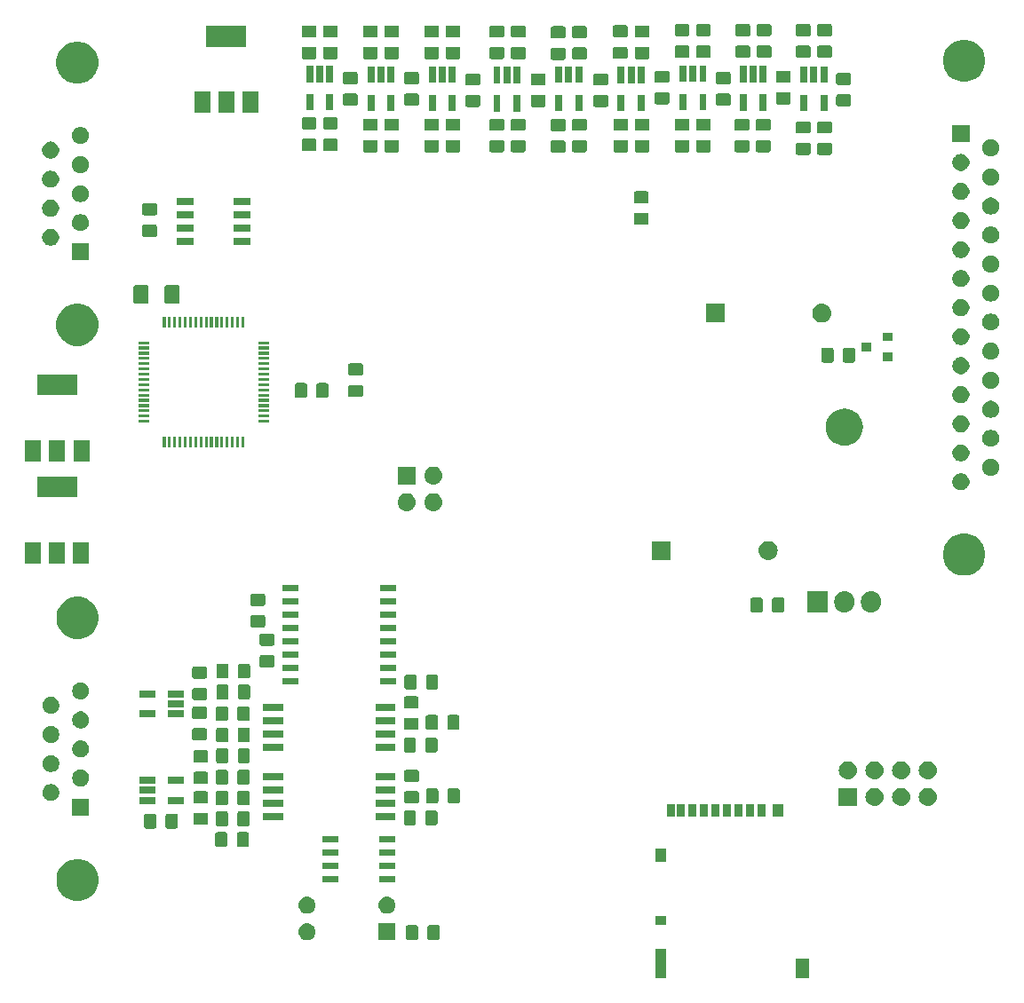
<source format=gbr>
G04 #@! TF.GenerationSoftware,KiCad,Pcbnew,(5.1.0)-1*
G04 #@! TF.CreationDate,2019-07-05T16:32:50+02:00*
G04 #@! TF.ProjectId,ECU_SMD,4543555f-534d-4442-9e6b-696361645f70,rev?*
G04 #@! TF.SameCoordinates,Original*
G04 #@! TF.FileFunction,Soldermask,Top*
G04 #@! TF.FilePolarity,Negative*
%FSLAX46Y46*%
G04 Gerber Fmt 4.6, Leading zero omitted, Abs format (unit mm)*
G04 Created by KiCad (PCBNEW (5.1.0)-1) date 2019-07-05 16:32:50*
%MOMM*%
%LPD*%
G04 APERTURE LIST*
%ADD10C,0.100000*%
G04 APERTURE END LIST*
D10*
G36*
X138335000Y-181335000D02*
G01*
X137015000Y-181335000D01*
X137015000Y-179415000D01*
X138335000Y-179415000D01*
X138335000Y-181335000D01*
X138335000Y-181335000D01*
G37*
G36*
X124685000Y-181335000D02*
G01*
X123665000Y-181335000D01*
X123665000Y-178515000D01*
X124685000Y-178515000D01*
X124685000Y-181335000D01*
X124685000Y-181335000D01*
G37*
G36*
X90588588Y-176069920D02*
G01*
X90741273Y-176116237D01*
X90881989Y-176191451D01*
X91005328Y-176292672D01*
X91106549Y-176416011D01*
X91181763Y-176556727D01*
X91228080Y-176709412D01*
X91243719Y-176868200D01*
X91228080Y-177026988D01*
X91181763Y-177179673D01*
X91106549Y-177320389D01*
X91005328Y-177443728D01*
X90881989Y-177544949D01*
X90741273Y-177620163D01*
X90588588Y-177666480D01*
X90469591Y-177678200D01*
X90390009Y-177678200D01*
X90271012Y-177666480D01*
X90118327Y-177620163D01*
X89977611Y-177544949D01*
X89854272Y-177443728D01*
X89753051Y-177320389D01*
X89677837Y-177179673D01*
X89631520Y-177026988D01*
X89615881Y-176868200D01*
X89631520Y-176709412D01*
X89677837Y-176556727D01*
X89753051Y-176416011D01*
X89854272Y-176292672D01*
X89977611Y-176191451D01*
X90118327Y-176116237D01*
X90271012Y-176069920D01*
X90390009Y-176058200D01*
X90469591Y-176058200D01*
X90588588Y-176069920D01*
X90588588Y-176069920D01*
G37*
G36*
X98859800Y-177678200D02*
G01*
X97239800Y-177678200D01*
X97239800Y-176058200D01*
X98859800Y-176058200D01*
X98859800Y-177678200D01*
X98859800Y-177678200D01*
G37*
G36*
X102922668Y-176231621D02*
G01*
X102962236Y-176243624D01*
X102998695Y-176263112D01*
X103030657Y-176289343D01*
X103056888Y-176321305D01*
X103076376Y-176357764D01*
X103088379Y-176397332D01*
X103092800Y-176442221D01*
X103092800Y-177432179D01*
X103088379Y-177477068D01*
X103076376Y-177516636D01*
X103056888Y-177553095D01*
X103030657Y-177585057D01*
X102998695Y-177611288D01*
X102962236Y-177630776D01*
X102922668Y-177642779D01*
X102877779Y-177647200D01*
X102137821Y-177647200D01*
X102092932Y-177642779D01*
X102053364Y-177630776D01*
X102016905Y-177611288D01*
X101984943Y-177585057D01*
X101958712Y-177553095D01*
X101939224Y-177516636D01*
X101927221Y-177477068D01*
X101922800Y-177432179D01*
X101922800Y-176442221D01*
X101927221Y-176397332D01*
X101939224Y-176357764D01*
X101958712Y-176321305D01*
X101984943Y-176289343D01*
X102016905Y-176263112D01*
X102053364Y-176243624D01*
X102092932Y-176231621D01*
X102137821Y-176227200D01*
X102877779Y-176227200D01*
X102922668Y-176231621D01*
X102922668Y-176231621D01*
G37*
G36*
X100872668Y-176231621D02*
G01*
X100912236Y-176243624D01*
X100948695Y-176263112D01*
X100980657Y-176289343D01*
X101006888Y-176321305D01*
X101026376Y-176357764D01*
X101038379Y-176397332D01*
X101042800Y-176442221D01*
X101042800Y-177432179D01*
X101038379Y-177477068D01*
X101026376Y-177516636D01*
X101006888Y-177553095D01*
X100980657Y-177585057D01*
X100948695Y-177611288D01*
X100912236Y-177630776D01*
X100872668Y-177642779D01*
X100827779Y-177647200D01*
X100087821Y-177647200D01*
X100042932Y-177642779D01*
X100003364Y-177630776D01*
X99966905Y-177611288D01*
X99934943Y-177585057D01*
X99908712Y-177553095D01*
X99889224Y-177516636D01*
X99877221Y-177477068D01*
X99872800Y-177432179D01*
X99872800Y-176442221D01*
X99877221Y-176397332D01*
X99889224Y-176357764D01*
X99908712Y-176321305D01*
X99934943Y-176289343D01*
X99966905Y-176263112D01*
X100003364Y-176243624D01*
X100042932Y-176231621D01*
X100087821Y-176227200D01*
X100827779Y-176227200D01*
X100872668Y-176231621D01*
X100872668Y-176231621D01*
G37*
G36*
X124685000Y-176185000D02*
G01*
X123665000Y-176185000D01*
X123665000Y-175365000D01*
X124685000Y-175365000D01*
X124685000Y-176185000D01*
X124685000Y-176185000D01*
G37*
G36*
X98208588Y-173529920D02*
G01*
X98361273Y-173576237D01*
X98501989Y-173651451D01*
X98625328Y-173752672D01*
X98726549Y-173876011D01*
X98801763Y-174016727D01*
X98848080Y-174169412D01*
X98863719Y-174328200D01*
X98848080Y-174486988D01*
X98801763Y-174639673D01*
X98726549Y-174780389D01*
X98625328Y-174903728D01*
X98501989Y-175004949D01*
X98361273Y-175080163D01*
X98208588Y-175126480D01*
X98089591Y-175138200D01*
X98010009Y-175138200D01*
X97891012Y-175126480D01*
X97738327Y-175080163D01*
X97597611Y-175004949D01*
X97474272Y-174903728D01*
X97373051Y-174780389D01*
X97297837Y-174639673D01*
X97251520Y-174486988D01*
X97235881Y-174328200D01*
X97251520Y-174169412D01*
X97297837Y-174016727D01*
X97373051Y-173876011D01*
X97474272Y-173752672D01*
X97597611Y-173651451D01*
X97738327Y-173576237D01*
X97891012Y-173529920D01*
X98010009Y-173518200D01*
X98089591Y-173518200D01*
X98208588Y-173529920D01*
X98208588Y-173529920D01*
G37*
G36*
X90588588Y-173529920D02*
G01*
X90741273Y-173576237D01*
X90881989Y-173651451D01*
X91005328Y-173752672D01*
X91106549Y-173876011D01*
X91181763Y-174016727D01*
X91228080Y-174169412D01*
X91243719Y-174328200D01*
X91228080Y-174486988D01*
X91181763Y-174639673D01*
X91106549Y-174780389D01*
X91005328Y-174903728D01*
X90881989Y-175004949D01*
X90741273Y-175080163D01*
X90588588Y-175126480D01*
X90469591Y-175138200D01*
X90390009Y-175138200D01*
X90271012Y-175126480D01*
X90118327Y-175080163D01*
X89977611Y-175004949D01*
X89854272Y-174903728D01*
X89753051Y-174780389D01*
X89677837Y-174639673D01*
X89631520Y-174486988D01*
X89615881Y-174328200D01*
X89631520Y-174169412D01*
X89677837Y-174016727D01*
X89753051Y-173876011D01*
X89854272Y-173752672D01*
X89977611Y-173651451D01*
X90118327Y-173576237D01*
X90271012Y-173529920D01*
X90390009Y-173518200D01*
X90469591Y-173518200D01*
X90588588Y-173529920D01*
X90588588Y-173529920D01*
G37*
G36*
X69153296Y-169996243D02*
G01*
X69519092Y-170147761D01*
X69519094Y-170147762D01*
X69574824Y-170185000D01*
X69848301Y-170367731D01*
X70128269Y-170647699D01*
X70348239Y-170976908D01*
X70499757Y-171342704D01*
X70577000Y-171731032D01*
X70577000Y-172126968D01*
X70499757Y-172515296D01*
X70348239Y-172881092D01*
X70128269Y-173210301D01*
X69848301Y-173490269D01*
X69585292Y-173666006D01*
X69519094Y-173710238D01*
X69519093Y-173710239D01*
X69519092Y-173710239D01*
X69153296Y-173861757D01*
X68764968Y-173939000D01*
X68369032Y-173939000D01*
X67980704Y-173861757D01*
X67614908Y-173710239D01*
X67614907Y-173710239D01*
X67614906Y-173710238D01*
X67548708Y-173666006D01*
X67285699Y-173490269D01*
X67005731Y-173210301D01*
X66785761Y-172881092D01*
X66634243Y-172515296D01*
X66557000Y-172126968D01*
X66557000Y-171731032D01*
X66634243Y-171342704D01*
X66785761Y-170976908D01*
X67005731Y-170647699D01*
X67285699Y-170367731D01*
X67559176Y-170185000D01*
X67614906Y-170147762D01*
X67614908Y-170147761D01*
X67980704Y-169996243D01*
X68369032Y-169919000D01*
X68764968Y-169919000D01*
X69153296Y-169996243D01*
X69153296Y-169996243D01*
G37*
G36*
X98862000Y-172191800D02*
G01*
X97292000Y-172191800D01*
X97292000Y-171571800D01*
X98862000Y-171571800D01*
X98862000Y-172191800D01*
X98862000Y-172191800D01*
G37*
G36*
X93462000Y-172191800D02*
G01*
X91892000Y-172191800D01*
X91892000Y-171571800D01*
X93462000Y-171571800D01*
X93462000Y-172191800D01*
X93462000Y-172191800D01*
G37*
G36*
X98862000Y-170921800D02*
G01*
X97292000Y-170921800D01*
X97292000Y-170301800D01*
X98862000Y-170301800D01*
X98862000Y-170921800D01*
X98862000Y-170921800D01*
G37*
G36*
X93462000Y-170921800D02*
G01*
X91892000Y-170921800D01*
X91892000Y-170301800D01*
X93462000Y-170301800D01*
X93462000Y-170921800D01*
X93462000Y-170921800D01*
G37*
G36*
X124685000Y-170185000D02*
G01*
X123665000Y-170185000D01*
X123665000Y-168965000D01*
X124685000Y-168965000D01*
X124685000Y-170185000D01*
X124685000Y-170185000D01*
G37*
G36*
X98862000Y-169651800D02*
G01*
X97292000Y-169651800D01*
X97292000Y-169031800D01*
X98862000Y-169031800D01*
X98862000Y-169651800D01*
X98862000Y-169651800D01*
G37*
G36*
X93462000Y-169651800D02*
G01*
X91892000Y-169651800D01*
X91892000Y-169031800D01*
X93462000Y-169031800D01*
X93462000Y-169651800D01*
X93462000Y-169651800D01*
G37*
G36*
X84742868Y-167366221D02*
G01*
X84782436Y-167378224D01*
X84818895Y-167397712D01*
X84850857Y-167423943D01*
X84877088Y-167455905D01*
X84896576Y-167492364D01*
X84908579Y-167531932D01*
X84913000Y-167576821D01*
X84913000Y-168566779D01*
X84908579Y-168611668D01*
X84896576Y-168651236D01*
X84877088Y-168687695D01*
X84850857Y-168719657D01*
X84818895Y-168745888D01*
X84782436Y-168765376D01*
X84742868Y-168777379D01*
X84697979Y-168781800D01*
X83958021Y-168781800D01*
X83913132Y-168777379D01*
X83873564Y-168765376D01*
X83837105Y-168745888D01*
X83805143Y-168719657D01*
X83778912Y-168687695D01*
X83759424Y-168651236D01*
X83747421Y-168611668D01*
X83743000Y-168566779D01*
X83743000Y-167576821D01*
X83747421Y-167531932D01*
X83759424Y-167492364D01*
X83778912Y-167455905D01*
X83805143Y-167423943D01*
X83837105Y-167397712D01*
X83873564Y-167378224D01*
X83913132Y-167366221D01*
X83958021Y-167361800D01*
X84697979Y-167361800D01*
X84742868Y-167366221D01*
X84742868Y-167366221D01*
G37*
G36*
X82692868Y-167366221D02*
G01*
X82732436Y-167378224D01*
X82768895Y-167397712D01*
X82800857Y-167423943D01*
X82827088Y-167455905D01*
X82846576Y-167492364D01*
X82858579Y-167531932D01*
X82863000Y-167576821D01*
X82863000Y-168566779D01*
X82858579Y-168611668D01*
X82846576Y-168651236D01*
X82827088Y-168687695D01*
X82800857Y-168719657D01*
X82768895Y-168745888D01*
X82732436Y-168765376D01*
X82692868Y-168777379D01*
X82647979Y-168781800D01*
X81908021Y-168781800D01*
X81863132Y-168777379D01*
X81823564Y-168765376D01*
X81787105Y-168745888D01*
X81755143Y-168719657D01*
X81728912Y-168687695D01*
X81709424Y-168651236D01*
X81697421Y-168611668D01*
X81693000Y-168566779D01*
X81693000Y-167576821D01*
X81697421Y-167531932D01*
X81709424Y-167492364D01*
X81728912Y-167455905D01*
X81755143Y-167423943D01*
X81787105Y-167397712D01*
X81823564Y-167378224D01*
X81863132Y-167366221D01*
X81908021Y-167361800D01*
X82647979Y-167361800D01*
X82692868Y-167366221D01*
X82692868Y-167366221D01*
G37*
G36*
X98862000Y-168381800D02*
G01*
X97292000Y-168381800D01*
X97292000Y-167761800D01*
X98862000Y-167761800D01*
X98862000Y-168381800D01*
X98862000Y-168381800D01*
G37*
G36*
X93462000Y-168381800D02*
G01*
X91892000Y-168381800D01*
X91892000Y-167761800D01*
X93462000Y-167761800D01*
X93462000Y-168381800D01*
X93462000Y-168381800D01*
G37*
G36*
X77961068Y-165613621D02*
G01*
X78000636Y-165625624D01*
X78037095Y-165645112D01*
X78069057Y-165671343D01*
X78095288Y-165703305D01*
X78114776Y-165739764D01*
X78126779Y-165779332D01*
X78131200Y-165824221D01*
X78131200Y-166814179D01*
X78126779Y-166859068D01*
X78114776Y-166898636D01*
X78095288Y-166935095D01*
X78069057Y-166967057D01*
X78037095Y-166993288D01*
X78000636Y-167012776D01*
X77961068Y-167024779D01*
X77916179Y-167029200D01*
X77176221Y-167029200D01*
X77131332Y-167024779D01*
X77091764Y-167012776D01*
X77055305Y-166993288D01*
X77023343Y-166967057D01*
X76997112Y-166935095D01*
X76977624Y-166898636D01*
X76965621Y-166859068D01*
X76961200Y-166814179D01*
X76961200Y-165824221D01*
X76965621Y-165779332D01*
X76977624Y-165739764D01*
X76997112Y-165703305D01*
X77023343Y-165671343D01*
X77055305Y-165645112D01*
X77091764Y-165625624D01*
X77131332Y-165613621D01*
X77176221Y-165609200D01*
X77916179Y-165609200D01*
X77961068Y-165613621D01*
X77961068Y-165613621D01*
G37*
G36*
X75911068Y-165613621D02*
G01*
X75950636Y-165625624D01*
X75987095Y-165645112D01*
X76019057Y-165671343D01*
X76045288Y-165703305D01*
X76064776Y-165739764D01*
X76076779Y-165779332D01*
X76081200Y-165824221D01*
X76081200Y-166814179D01*
X76076779Y-166859068D01*
X76064776Y-166898636D01*
X76045288Y-166935095D01*
X76019057Y-166967057D01*
X75987095Y-166993288D01*
X75950636Y-167012776D01*
X75911068Y-167024779D01*
X75866179Y-167029200D01*
X75126221Y-167029200D01*
X75081332Y-167024779D01*
X75041764Y-167012776D01*
X75005305Y-166993288D01*
X74973343Y-166967057D01*
X74947112Y-166935095D01*
X74927624Y-166898636D01*
X74915621Y-166859068D01*
X74911200Y-166814179D01*
X74911200Y-165824221D01*
X74915621Y-165779332D01*
X74927624Y-165739764D01*
X74947112Y-165703305D01*
X74973343Y-165671343D01*
X75005305Y-165645112D01*
X75041764Y-165625624D01*
X75081332Y-165613621D01*
X75126221Y-165609200D01*
X75866179Y-165609200D01*
X75911068Y-165613621D01*
X75911068Y-165613621D01*
G37*
G36*
X82752668Y-165385021D02*
G01*
X82792236Y-165397024D01*
X82828695Y-165416512D01*
X82860657Y-165442743D01*
X82886888Y-165474705D01*
X82906376Y-165511164D01*
X82918379Y-165550732D01*
X82922800Y-165595621D01*
X82922800Y-166585579D01*
X82918379Y-166630468D01*
X82906376Y-166670036D01*
X82886888Y-166706495D01*
X82860657Y-166738457D01*
X82828695Y-166764688D01*
X82792236Y-166784176D01*
X82752668Y-166796179D01*
X82707779Y-166800600D01*
X81967821Y-166800600D01*
X81922932Y-166796179D01*
X81883364Y-166784176D01*
X81846905Y-166764688D01*
X81814943Y-166738457D01*
X81788712Y-166706495D01*
X81769224Y-166670036D01*
X81757221Y-166630468D01*
X81752800Y-166585579D01*
X81752800Y-165595621D01*
X81757221Y-165550732D01*
X81769224Y-165511164D01*
X81788712Y-165474705D01*
X81814943Y-165442743D01*
X81846905Y-165416512D01*
X81883364Y-165397024D01*
X81922932Y-165385021D01*
X81967821Y-165380600D01*
X82707779Y-165380600D01*
X82752668Y-165385021D01*
X82752668Y-165385021D01*
G37*
G36*
X84802668Y-165385021D02*
G01*
X84842236Y-165397024D01*
X84878695Y-165416512D01*
X84910657Y-165442743D01*
X84936888Y-165474705D01*
X84956376Y-165511164D01*
X84968379Y-165550732D01*
X84972800Y-165595621D01*
X84972800Y-166585579D01*
X84968379Y-166630468D01*
X84956376Y-166670036D01*
X84936888Y-166706495D01*
X84910657Y-166738457D01*
X84878695Y-166764688D01*
X84842236Y-166784176D01*
X84802668Y-166796179D01*
X84757779Y-166800600D01*
X84017821Y-166800600D01*
X83972932Y-166796179D01*
X83933364Y-166784176D01*
X83896905Y-166764688D01*
X83864943Y-166738457D01*
X83838712Y-166706495D01*
X83819224Y-166670036D01*
X83807221Y-166630468D01*
X83802800Y-166585579D01*
X83802800Y-165595621D01*
X83807221Y-165550732D01*
X83819224Y-165511164D01*
X83838712Y-165474705D01*
X83864943Y-165442743D01*
X83896905Y-165416512D01*
X83933364Y-165397024D01*
X83972932Y-165385021D01*
X84017821Y-165380600D01*
X84757779Y-165380600D01*
X84802668Y-165385021D01*
X84802668Y-165385021D01*
G37*
G36*
X100659668Y-165283421D02*
G01*
X100699236Y-165295424D01*
X100735695Y-165314912D01*
X100767657Y-165341143D01*
X100793888Y-165373105D01*
X100813376Y-165409564D01*
X100825379Y-165449132D01*
X100829800Y-165494021D01*
X100829800Y-166483979D01*
X100825379Y-166528868D01*
X100813376Y-166568436D01*
X100793888Y-166604895D01*
X100767657Y-166636857D01*
X100735695Y-166663088D01*
X100699236Y-166682576D01*
X100659668Y-166694579D01*
X100614779Y-166699000D01*
X99874821Y-166699000D01*
X99829932Y-166694579D01*
X99790364Y-166682576D01*
X99753905Y-166663088D01*
X99721943Y-166636857D01*
X99695712Y-166604895D01*
X99676224Y-166568436D01*
X99664221Y-166528868D01*
X99659800Y-166483979D01*
X99659800Y-165494021D01*
X99664221Y-165449132D01*
X99676224Y-165409564D01*
X99695712Y-165373105D01*
X99721943Y-165341143D01*
X99753905Y-165314912D01*
X99790364Y-165295424D01*
X99829932Y-165283421D01*
X99874821Y-165279000D01*
X100614779Y-165279000D01*
X100659668Y-165283421D01*
X100659668Y-165283421D01*
G37*
G36*
X102709668Y-165283421D02*
G01*
X102749236Y-165295424D01*
X102785695Y-165314912D01*
X102817657Y-165341143D01*
X102843888Y-165373105D01*
X102863376Y-165409564D01*
X102875379Y-165449132D01*
X102879800Y-165494021D01*
X102879800Y-166483979D01*
X102875379Y-166528868D01*
X102863376Y-166568436D01*
X102843888Y-166604895D01*
X102817657Y-166636857D01*
X102785695Y-166663088D01*
X102749236Y-166682576D01*
X102709668Y-166694579D01*
X102664779Y-166699000D01*
X101924821Y-166699000D01*
X101879932Y-166694579D01*
X101840364Y-166682576D01*
X101803905Y-166663088D01*
X101771943Y-166636857D01*
X101745712Y-166604895D01*
X101726224Y-166568436D01*
X101714221Y-166528868D01*
X101709800Y-166483979D01*
X101709800Y-165494021D01*
X101714221Y-165449132D01*
X101726224Y-165409564D01*
X101745712Y-165373105D01*
X101771943Y-165341143D01*
X101803905Y-165314912D01*
X101840364Y-165295424D01*
X101879932Y-165283421D01*
X101924821Y-165279000D01*
X102664779Y-165279000D01*
X102709668Y-165283421D01*
X102709668Y-165283421D01*
G37*
G36*
X80854668Y-165519021D02*
G01*
X80894236Y-165531024D01*
X80930695Y-165550512D01*
X80962657Y-165576743D01*
X80988888Y-165608705D01*
X81008376Y-165645164D01*
X81020379Y-165684732D01*
X81024800Y-165729621D01*
X81024800Y-166469579D01*
X81020379Y-166514468D01*
X81008376Y-166554036D01*
X80988888Y-166590495D01*
X80962657Y-166622457D01*
X80930695Y-166648688D01*
X80894236Y-166668176D01*
X80854668Y-166680179D01*
X80809779Y-166684600D01*
X79819821Y-166684600D01*
X79774932Y-166680179D01*
X79735364Y-166668176D01*
X79698905Y-166648688D01*
X79666943Y-166622457D01*
X79640712Y-166590495D01*
X79621224Y-166554036D01*
X79609221Y-166514468D01*
X79604800Y-166469579D01*
X79604800Y-165729621D01*
X79609221Y-165684732D01*
X79621224Y-165645164D01*
X79640712Y-165608705D01*
X79666943Y-165576743D01*
X79698905Y-165550512D01*
X79735364Y-165531024D01*
X79774932Y-165519021D01*
X79819821Y-165514600D01*
X80809779Y-165514600D01*
X80854668Y-165519021D01*
X80854668Y-165519021D01*
G37*
G36*
X98893000Y-166217400D02*
G01*
X96968000Y-166217400D01*
X96968000Y-165557400D01*
X98893000Y-165557400D01*
X98893000Y-166217400D01*
X98893000Y-166217400D01*
G37*
G36*
X88198000Y-166217400D02*
G01*
X86273000Y-166217400D01*
X86273000Y-165557400D01*
X88198000Y-165557400D01*
X88198000Y-166217400D01*
X88198000Y-166217400D01*
G37*
G36*
X125485000Y-165885000D02*
G01*
X124765000Y-165885000D01*
X124765000Y-164665000D01*
X125485000Y-164665000D01*
X125485000Y-165885000D01*
X125485000Y-165885000D01*
G37*
G36*
X128635000Y-165885000D02*
G01*
X127915000Y-165885000D01*
X127915000Y-164665000D01*
X128635000Y-164665000D01*
X128635000Y-165885000D01*
X128635000Y-165885000D01*
G37*
G36*
X127535000Y-165885000D02*
G01*
X126815000Y-165885000D01*
X126815000Y-164665000D01*
X127535000Y-164665000D01*
X127535000Y-165885000D01*
X127535000Y-165885000D01*
G37*
G36*
X129735000Y-165885000D02*
G01*
X129015000Y-165885000D01*
X129015000Y-164665000D01*
X129735000Y-164665000D01*
X129735000Y-165885000D01*
X129735000Y-165885000D01*
G37*
G36*
X130835000Y-165885000D02*
G01*
X130115000Y-165885000D01*
X130115000Y-164665000D01*
X130835000Y-164665000D01*
X130835000Y-165885000D01*
X130835000Y-165885000D01*
G37*
G36*
X133035000Y-165885000D02*
G01*
X132315000Y-165885000D01*
X132315000Y-164665000D01*
X133035000Y-164665000D01*
X133035000Y-165885000D01*
X133035000Y-165885000D01*
G37*
G36*
X134135000Y-165885000D02*
G01*
X133415000Y-165885000D01*
X133415000Y-164665000D01*
X134135000Y-164665000D01*
X134135000Y-165885000D01*
X134135000Y-165885000D01*
G37*
G36*
X126435000Y-165885000D02*
G01*
X125715000Y-165885000D01*
X125715000Y-164665000D01*
X126435000Y-164665000D01*
X126435000Y-165885000D01*
X126435000Y-165885000D01*
G37*
G36*
X135835000Y-165885000D02*
G01*
X134815000Y-165885000D01*
X134815000Y-164665000D01*
X135835000Y-164665000D01*
X135835000Y-165885000D01*
X135835000Y-165885000D01*
G37*
G36*
X131935000Y-165885000D02*
G01*
X131215000Y-165885000D01*
X131215000Y-164665000D01*
X131935000Y-164665000D01*
X131935000Y-165885000D01*
X131935000Y-165885000D01*
G37*
G36*
X69677000Y-165779000D02*
G01*
X68057000Y-165779000D01*
X68057000Y-164159000D01*
X69677000Y-164159000D01*
X69677000Y-165779000D01*
X69677000Y-165779000D01*
G37*
G36*
X98893000Y-164947400D02*
G01*
X96968000Y-164947400D01*
X96968000Y-164287400D01*
X98893000Y-164287400D01*
X98893000Y-164947400D01*
X98893000Y-164947400D01*
G37*
G36*
X88198000Y-164947400D02*
G01*
X86273000Y-164947400D01*
X86273000Y-164287400D01*
X88198000Y-164287400D01*
X88198000Y-164947400D01*
X88198000Y-164947400D01*
G37*
G36*
X149788589Y-163152444D02*
G01*
X149950700Y-163201619D01*
X150100102Y-163281476D01*
X150231054Y-163388946D01*
X150338524Y-163519898D01*
X150418381Y-163669300D01*
X150467556Y-163831411D01*
X150484161Y-164000000D01*
X150467556Y-164168589D01*
X150418381Y-164330700D01*
X150338524Y-164480102D01*
X150231054Y-164611054D01*
X150100102Y-164718524D01*
X149950700Y-164798381D01*
X149788589Y-164847556D01*
X149662246Y-164860000D01*
X149577754Y-164860000D01*
X149451411Y-164847556D01*
X149289300Y-164798381D01*
X149139898Y-164718524D01*
X149008946Y-164611054D01*
X148901476Y-164480102D01*
X148821619Y-164330700D01*
X148772444Y-164168589D01*
X148755839Y-164000000D01*
X148772444Y-163831411D01*
X148821619Y-163669300D01*
X148901476Y-163519898D01*
X149008946Y-163388946D01*
X149139898Y-163281476D01*
X149289300Y-163201619D01*
X149451411Y-163152444D01*
X149577754Y-163140000D01*
X149662246Y-163140000D01*
X149788589Y-163152444D01*
X149788589Y-163152444D01*
G37*
G36*
X147248589Y-163152444D02*
G01*
X147410700Y-163201619D01*
X147560102Y-163281476D01*
X147691054Y-163388946D01*
X147798524Y-163519898D01*
X147878381Y-163669300D01*
X147927556Y-163831411D01*
X147944161Y-164000000D01*
X147927556Y-164168589D01*
X147878381Y-164330700D01*
X147798524Y-164480102D01*
X147691054Y-164611054D01*
X147560102Y-164718524D01*
X147410700Y-164798381D01*
X147248589Y-164847556D01*
X147122246Y-164860000D01*
X147037754Y-164860000D01*
X146911411Y-164847556D01*
X146749300Y-164798381D01*
X146599898Y-164718524D01*
X146468946Y-164611054D01*
X146361476Y-164480102D01*
X146281619Y-164330700D01*
X146232444Y-164168589D01*
X146215839Y-164000000D01*
X146232444Y-163831411D01*
X146281619Y-163669300D01*
X146361476Y-163519898D01*
X146468946Y-163388946D01*
X146599898Y-163281476D01*
X146749300Y-163201619D01*
X146911411Y-163152444D01*
X147037754Y-163140000D01*
X147122246Y-163140000D01*
X147248589Y-163152444D01*
X147248589Y-163152444D01*
G37*
G36*
X142860000Y-164860000D02*
G01*
X141140000Y-164860000D01*
X141140000Y-163140000D01*
X142860000Y-163140000D01*
X142860000Y-164860000D01*
X142860000Y-164860000D01*
G37*
G36*
X144708589Y-163152444D02*
G01*
X144870700Y-163201619D01*
X145020102Y-163281476D01*
X145151054Y-163388946D01*
X145258524Y-163519898D01*
X145338381Y-163669300D01*
X145387556Y-163831411D01*
X145404161Y-164000000D01*
X145387556Y-164168589D01*
X145338381Y-164330700D01*
X145258524Y-164480102D01*
X145151054Y-164611054D01*
X145020102Y-164718524D01*
X144870700Y-164798381D01*
X144708589Y-164847556D01*
X144582246Y-164860000D01*
X144497754Y-164860000D01*
X144371411Y-164847556D01*
X144209300Y-164798381D01*
X144059898Y-164718524D01*
X143928946Y-164611054D01*
X143821476Y-164480102D01*
X143741619Y-164330700D01*
X143692444Y-164168589D01*
X143675839Y-164000000D01*
X143692444Y-163831411D01*
X143741619Y-163669300D01*
X143821476Y-163519898D01*
X143928946Y-163388946D01*
X144059898Y-163281476D01*
X144209300Y-163201619D01*
X144371411Y-163152444D01*
X144497754Y-163140000D01*
X144582246Y-163140000D01*
X144708589Y-163152444D01*
X144708589Y-163152444D01*
G37*
G36*
X82752668Y-163403821D02*
G01*
X82792236Y-163415824D01*
X82828695Y-163435312D01*
X82860657Y-163461543D01*
X82886888Y-163493505D01*
X82906376Y-163529964D01*
X82918379Y-163569532D01*
X82922800Y-163614421D01*
X82922800Y-164604379D01*
X82918379Y-164649268D01*
X82906376Y-164688836D01*
X82886888Y-164725295D01*
X82860657Y-164757257D01*
X82828695Y-164783488D01*
X82792236Y-164802976D01*
X82752668Y-164814979D01*
X82707779Y-164819400D01*
X81967821Y-164819400D01*
X81922932Y-164814979D01*
X81883364Y-164802976D01*
X81846905Y-164783488D01*
X81814943Y-164757257D01*
X81788712Y-164725295D01*
X81769224Y-164688836D01*
X81757221Y-164649268D01*
X81752800Y-164604379D01*
X81752800Y-163614421D01*
X81757221Y-163569532D01*
X81769224Y-163529964D01*
X81788712Y-163493505D01*
X81814943Y-163461543D01*
X81846905Y-163435312D01*
X81883364Y-163415824D01*
X81922932Y-163403821D01*
X81967821Y-163399400D01*
X82707779Y-163399400D01*
X82752668Y-163403821D01*
X82752668Y-163403821D01*
G37*
G36*
X84802668Y-163403821D02*
G01*
X84842236Y-163415824D01*
X84878695Y-163435312D01*
X84910657Y-163461543D01*
X84936888Y-163493505D01*
X84956376Y-163529964D01*
X84968379Y-163569532D01*
X84972800Y-163614421D01*
X84972800Y-164604379D01*
X84968379Y-164649268D01*
X84956376Y-164688836D01*
X84936888Y-164725295D01*
X84910657Y-164757257D01*
X84878695Y-164783488D01*
X84842236Y-164802976D01*
X84802668Y-164814979D01*
X84757779Y-164819400D01*
X84017821Y-164819400D01*
X83972932Y-164814979D01*
X83933364Y-164802976D01*
X83896905Y-164783488D01*
X83864943Y-164757257D01*
X83838712Y-164725295D01*
X83819224Y-164688836D01*
X83807221Y-164649268D01*
X83802800Y-164604379D01*
X83802800Y-163614421D01*
X83807221Y-163569532D01*
X83819224Y-163529964D01*
X83838712Y-163493505D01*
X83864943Y-163461543D01*
X83896905Y-163435312D01*
X83933364Y-163415824D01*
X83972932Y-163403821D01*
X84017821Y-163399400D01*
X84757779Y-163399400D01*
X84802668Y-163403821D01*
X84802668Y-163403821D01*
G37*
G36*
X76021000Y-164657800D02*
G01*
X74441000Y-164657800D01*
X74441000Y-163987800D01*
X76021000Y-163987800D01*
X76021000Y-164657800D01*
X76021000Y-164657800D01*
G37*
G36*
X78721000Y-164657800D02*
G01*
X77141000Y-164657800D01*
X77141000Y-163987800D01*
X78721000Y-163987800D01*
X78721000Y-164657800D01*
X78721000Y-164657800D01*
G37*
G36*
X80854668Y-163469021D02*
G01*
X80894236Y-163481024D01*
X80930695Y-163500512D01*
X80962657Y-163526743D01*
X80988888Y-163558705D01*
X81008376Y-163595164D01*
X81020379Y-163634732D01*
X81024800Y-163679621D01*
X81024800Y-164419579D01*
X81020379Y-164464468D01*
X81008376Y-164504036D01*
X80988888Y-164540495D01*
X80962657Y-164572457D01*
X80930695Y-164598688D01*
X80894236Y-164618176D01*
X80854668Y-164630179D01*
X80809779Y-164634600D01*
X79819821Y-164634600D01*
X79774932Y-164630179D01*
X79735364Y-164618176D01*
X79698905Y-164598688D01*
X79666943Y-164572457D01*
X79640712Y-164540495D01*
X79621224Y-164504036D01*
X79609221Y-164464468D01*
X79604800Y-164419579D01*
X79604800Y-163679621D01*
X79609221Y-163634732D01*
X79621224Y-163595164D01*
X79640712Y-163558705D01*
X79666943Y-163526743D01*
X79698905Y-163500512D01*
X79735364Y-163481024D01*
X79774932Y-163469021D01*
X79819821Y-163464600D01*
X80809779Y-163464600D01*
X80854668Y-163469021D01*
X80854668Y-163469021D01*
G37*
G36*
X100946068Y-163461621D02*
G01*
X100985636Y-163473624D01*
X101022095Y-163493112D01*
X101054057Y-163519343D01*
X101080288Y-163551305D01*
X101099776Y-163587764D01*
X101111779Y-163627332D01*
X101116200Y-163672221D01*
X101116200Y-164412179D01*
X101111779Y-164457068D01*
X101099776Y-164496636D01*
X101080288Y-164533095D01*
X101054057Y-164565057D01*
X101022095Y-164591288D01*
X100985636Y-164610776D01*
X100946068Y-164622779D01*
X100901179Y-164627200D01*
X99911221Y-164627200D01*
X99866332Y-164622779D01*
X99826764Y-164610776D01*
X99790305Y-164591288D01*
X99758343Y-164565057D01*
X99732112Y-164533095D01*
X99712624Y-164496636D01*
X99700621Y-164457068D01*
X99696200Y-164412179D01*
X99696200Y-163672221D01*
X99700621Y-163627332D01*
X99712624Y-163587764D01*
X99732112Y-163551305D01*
X99758343Y-163519343D01*
X99790305Y-163493112D01*
X99826764Y-163473624D01*
X99866332Y-163461621D01*
X99911221Y-163457200D01*
X100901179Y-163457200D01*
X100946068Y-163461621D01*
X100946068Y-163461621D01*
G37*
G36*
X104843268Y-163200621D02*
G01*
X104882836Y-163212624D01*
X104919295Y-163232112D01*
X104951257Y-163258343D01*
X104977488Y-163290305D01*
X104996976Y-163326764D01*
X105008979Y-163366332D01*
X105013400Y-163411221D01*
X105013400Y-164401179D01*
X105008979Y-164446068D01*
X104996976Y-164485636D01*
X104977488Y-164522095D01*
X104951257Y-164554057D01*
X104919295Y-164580288D01*
X104882836Y-164599776D01*
X104843268Y-164611779D01*
X104798379Y-164616200D01*
X104058421Y-164616200D01*
X104013532Y-164611779D01*
X103973964Y-164599776D01*
X103937505Y-164580288D01*
X103905543Y-164554057D01*
X103879312Y-164522095D01*
X103859824Y-164485636D01*
X103847821Y-164446068D01*
X103843400Y-164401179D01*
X103843400Y-163411221D01*
X103847821Y-163366332D01*
X103859824Y-163326764D01*
X103879312Y-163290305D01*
X103905543Y-163258343D01*
X103937505Y-163232112D01*
X103973964Y-163212624D01*
X104013532Y-163200621D01*
X104058421Y-163196200D01*
X104798379Y-163196200D01*
X104843268Y-163200621D01*
X104843268Y-163200621D01*
G37*
G36*
X102793268Y-163200621D02*
G01*
X102832836Y-163212624D01*
X102869295Y-163232112D01*
X102901257Y-163258343D01*
X102927488Y-163290305D01*
X102946976Y-163326764D01*
X102958979Y-163366332D01*
X102963400Y-163411221D01*
X102963400Y-164401179D01*
X102958979Y-164446068D01*
X102946976Y-164485636D01*
X102927488Y-164522095D01*
X102901257Y-164554057D01*
X102869295Y-164580288D01*
X102832836Y-164599776D01*
X102793268Y-164611779D01*
X102748379Y-164616200D01*
X102008421Y-164616200D01*
X101963532Y-164611779D01*
X101923964Y-164599776D01*
X101887505Y-164580288D01*
X101855543Y-164554057D01*
X101829312Y-164522095D01*
X101809824Y-164485636D01*
X101797821Y-164446068D01*
X101793400Y-164401179D01*
X101793400Y-163411221D01*
X101797821Y-163366332D01*
X101809824Y-163326764D01*
X101829312Y-163290305D01*
X101855543Y-163258343D01*
X101887505Y-163232112D01*
X101923964Y-163212624D01*
X101963532Y-163200621D01*
X102008421Y-163196200D01*
X102748379Y-163196200D01*
X102793268Y-163200621D01*
X102793268Y-163200621D01*
G37*
G36*
X66248990Y-162802288D02*
G01*
X66263268Y-162805128D01*
X66410681Y-162866188D01*
X66543344Y-162954831D01*
X66656169Y-163067656D01*
X66744812Y-163200319D01*
X66768846Y-163258343D01*
X66805872Y-163347732D01*
X66837000Y-163504222D01*
X66837000Y-163663778D01*
X66828243Y-163707800D01*
X66805872Y-163820268D01*
X66744812Y-163967681D01*
X66656169Y-164100344D01*
X66543344Y-164213169D01*
X66410681Y-164301812D01*
X66265728Y-164361853D01*
X66263268Y-164362872D01*
X66106778Y-164394000D01*
X65947222Y-164394000D01*
X65790732Y-164362872D01*
X65788272Y-164361853D01*
X65643319Y-164301812D01*
X65510656Y-164213169D01*
X65397831Y-164100344D01*
X65309188Y-163967681D01*
X65248128Y-163820268D01*
X65225757Y-163707800D01*
X65217000Y-163663778D01*
X65217000Y-163504222D01*
X65248128Y-163347732D01*
X65285154Y-163258343D01*
X65309188Y-163200319D01*
X65397831Y-163067656D01*
X65510656Y-162954831D01*
X65643319Y-162866188D01*
X65790732Y-162805128D01*
X65805010Y-162802288D01*
X65947222Y-162774000D01*
X66106778Y-162774000D01*
X66248990Y-162802288D01*
X66248990Y-162802288D01*
G37*
G36*
X76021000Y-163707800D02*
G01*
X74441000Y-163707800D01*
X74441000Y-163037800D01*
X76021000Y-163037800D01*
X76021000Y-163707800D01*
X76021000Y-163707800D01*
G37*
G36*
X98893000Y-163677400D02*
G01*
X96968000Y-163677400D01*
X96968000Y-163017400D01*
X98893000Y-163017400D01*
X98893000Y-163677400D01*
X98893000Y-163677400D01*
G37*
G36*
X88198000Y-163677400D02*
G01*
X86273000Y-163677400D01*
X86273000Y-163017400D01*
X88198000Y-163017400D01*
X88198000Y-163677400D01*
X88198000Y-163677400D01*
G37*
G36*
X69062843Y-161412087D02*
G01*
X69103268Y-161420128D01*
X69250681Y-161481188D01*
X69383344Y-161569831D01*
X69496169Y-161682656D01*
X69584812Y-161815319D01*
X69602220Y-161857347D01*
X69645872Y-161962732D01*
X69667419Y-162071053D01*
X69677000Y-162119223D01*
X69677000Y-162278777D01*
X69645872Y-162435268D01*
X69584812Y-162582681D01*
X69496169Y-162715344D01*
X69383344Y-162828169D01*
X69250681Y-162916812D01*
X69103268Y-162977872D01*
X68946778Y-163009000D01*
X68787222Y-163009000D01*
X68630732Y-162977872D01*
X68483319Y-162916812D01*
X68350656Y-162828169D01*
X68237831Y-162715344D01*
X68149188Y-162582681D01*
X68088128Y-162435268D01*
X68057000Y-162278777D01*
X68057000Y-162119223D01*
X68066582Y-162071053D01*
X68088128Y-161962732D01*
X68131780Y-161857347D01*
X68149188Y-161815319D01*
X68237831Y-161682656D01*
X68350656Y-161569831D01*
X68483319Y-161481188D01*
X68630732Y-161420128D01*
X68671157Y-161412087D01*
X68787222Y-161389000D01*
X68946778Y-161389000D01*
X69062843Y-161412087D01*
X69062843Y-161412087D01*
G37*
G36*
X84802668Y-161422621D02*
G01*
X84842236Y-161434624D01*
X84878695Y-161454112D01*
X84910657Y-161480343D01*
X84936888Y-161512305D01*
X84956376Y-161548764D01*
X84968379Y-161588332D01*
X84972800Y-161633221D01*
X84972800Y-162623179D01*
X84968379Y-162668068D01*
X84956376Y-162707636D01*
X84936888Y-162744095D01*
X84910657Y-162776057D01*
X84878695Y-162802288D01*
X84842236Y-162821776D01*
X84802668Y-162833779D01*
X84757779Y-162838200D01*
X84017821Y-162838200D01*
X83972932Y-162833779D01*
X83933364Y-162821776D01*
X83896905Y-162802288D01*
X83864943Y-162776057D01*
X83838712Y-162744095D01*
X83819224Y-162707636D01*
X83807221Y-162668068D01*
X83802800Y-162623179D01*
X83802800Y-161633221D01*
X83807221Y-161588332D01*
X83819224Y-161548764D01*
X83838712Y-161512305D01*
X83864943Y-161480343D01*
X83896905Y-161454112D01*
X83933364Y-161434624D01*
X83972932Y-161422621D01*
X84017821Y-161418200D01*
X84757779Y-161418200D01*
X84802668Y-161422621D01*
X84802668Y-161422621D01*
G37*
G36*
X82752668Y-161422621D02*
G01*
X82792236Y-161434624D01*
X82828695Y-161454112D01*
X82860657Y-161480343D01*
X82886888Y-161512305D01*
X82906376Y-161548764D01*
X82918379Y-161588332D01*
X82922800Y-161633221D01*
X82922800Y-162623179D01*
X82918379Y-162668068D01*
X82906376Y-162707636D01*
X82886888Y-162744095D01*
X82860657Y-162776057D01*
X82828695Y-162802288D01*
X82792236Y-162821776D01*
X82752668Y-162833779D01*
X82707779Y-162838200D01*
X81967821Y-162838200D01*
X81922932Y-162833779D01*
X81883364Y-162821776D01*
X81846905Y-162802288D01*
X81814943Y-162776057D01*
X81788712Y-162744095D01*
X81769224Y-162707636D01*
X81757221Y-162668068D01*
X81752800Y-162623179D01*
X81752800Y-161633221D01*
X81757221Y-161588332D01*
X81769224Y-161548764D01*
X81788712Y-161512305D01*
X81814943Y-161480343D01*
X81846905Y-161454112D01*
X81883364Y-161434624D01*
X81922932Y-161422621D01*
X81967821Y-161418200D01*
X82707779Y-161418200D01*
X82752668Y-161422621D01*
X82752668Y-161422621D01*
G37*
G36*
X80854668Y-161607421D02*
G01*
X80894236Y-161619424D01*
X80930695Y-161638912D01*
X80962657Y-161665143D01*
X80988888Y-161697105D01*
X81008376Y-161733564D01*
X81020379Y-161773132D01*
X81024800Y-161818021D01*
X81024800Y-162557979D01*
X81020379Y-162602868D01*
X81008376Y-162642436D01*
X80988888Y-162678895D01*
X80962657Y-162710857D01*
X80930695Y-162737088D01*
X80894236Y-162756576D01*
X80854668Y-162768579D01*
X80809779Y-162773000D01*
X79819821Y-162773000D01*
X79774932Y-162768579D01*
X79735364Y-162756576D01*
X79698905Y-162737088D01*
X79666943Y-162710857D01*
X79640712Y-162678895D01*
X79621224Y-162642436D01*
X79609221Y-162602868D01*
X79604800Y-162557979D01*
X79604800Y-161818021D01*
X79609221Y-161773132D01*
X79621224Y-161733564D01*
X79640712Y-161697105D01*
X79666943Y-161665143D01*
X79698905Y-161638912D01*
X79735364Y-161619424D01*
X79774932Y-161607421D01*
X79819821Y-161603000D01*
X80809779Y-161603000D01*
X80854668Y-161607421D01*
X80854668Y-161607421D01*
G37*
G36*
X78721000Y-162757800D02*
G01*
X77141000Y-162757800D01*
X77141000Y-162087800D01*
X78721000Y-162087800D01*
X78721000Y-162757800D01*
X78721000Y-162757800D01*
G37*
G36*
X76021000Y-162757800D02*
G01*
X74441000Y-162757800D01*
X74441000Y-162087800D01*
X76021000Y-162087800D01*
X76021000Y-162757800D01*
X76021000Y-162757800D01*
G37*
G36*
X100946068Y-161411621D02*
G01*
X100985636Y-161423624D01*
X101022095Y-161443112D01*
X101054057Y-161469343D01*
X101080288Y-161501305D01*
X101099776Y-161537764D01*
X101111779Y-161577332D01*
X101116200Y-161622221D01*
X101116200Y-162362179D01*
X101111779Y-162407068D01*
X101099776Y-162446636D01*
X101080288Y-162483095D01*
X101054057Y-162515057D01*
X101022095Y-162541288D01*
X100985636Y-162560776D01*
X100946068Y-162572779D01*
X100901179Y-162577200D01*
X99911221Y-162577200D01*
X99866332Y-162572779D01*
X99826764Y-162560776D01*
X99790305Y-162541288D01*
X99758343Y-162515057D01*
X99732112Y-162483095D01*
X99712624Y-162446636D01*
X99700621Y-162407068D01*
X99696200Y-162362179D01*
X99696200Y-161622221D01*
X99700621Y-161577332D01*
X99712624Y-161537764D01*
X99732112Y-161501305D01*
X99758343Y-161469343D01*
X99790305Y-161443112D01*
X99826764Y-161423624D01*
X99866332Y-161411621D01*
X99911221Y-161407200D01*
X100901179Y-161407200D01*
X100946068Y-161411621D01*
X100946068Y-161411621D01*
G37*
G36*
X88198000Y-162407400D02*
G01*
X86273000Y-162407400D01*
X86273000Y-161747400D01*
X88198000Y-161747400D01*
X88198000Y-162407400D01*
X88198000Y-162407400D01*
G37*
G36*
X98893000Y-162407400D02*
G01*
X96968000Y-162407400D01*
X96968000Y-161747400D01*
X98893000Y-161747400D01*
X98893000Y-162407400D01*
X98893000Y-162407400D01*
G37*
G36*
X149788589Y-160612444D02*
G01*
X149950700Y-160661619D01*
X150100102Y-160741476D01*
X150231054Y-160848946D01*
X150338524Y-160979898D01*
X150418381Y-161129300D01*
X150467556Y-161291411D01*
X150484161Y-161460000D01*
X150467556Y-161628589D01*
X150418381Y-161790700D01*
X150338524Y-161940102D01*
X150231054Y-162071054D01*
X150100102Y-162178524D01*
X149950700Y-162258381D01*
X149788589Y-162307556D01*
X149662246Y-162320000D01*
X149577754Y-162320000D01*
X149451411Y-162307556D01*
X149289300Y-162258381D01*
X149139898Y-162178524D01*
X149008946Y-162071054D01*
X148901476Y-161940102D01*
X148821619Y-161790700D01*
X148772444Y-161628589D01*
X148755839Y-161460000D01*
X148772444Y-161291411D01*
X148821619Y-161129300D01*
X148901476Y-160979898D01*
X149008946Y-160848946D01*
X149139898Y-160741476D01*
X149289300Y-160661619D01*
X149451411Y-160612444D01*
X149577754Y-160600000D01*
X149662246Y-160600000D01*
X149788589Y-160612444D01*
X149788589Y-160612444D01*
G37*
G36*
X144708589Y-160612444D02*
G01*
X144870700Y-160661619D01*
X145020102Y-160741476D01*
X145151054Y-160848946D01*
X145258524Y-160979898D01*
X145338381Y-161129300D01*
X145387556Y-161291411D01*
X145404161Y-161460000D01*
X145387556Y-161628589D01*
X145338381Y-161790700D01*
X145258524Y-161940102D01*
X145151054Y-162071054D01*
X145020102Y-162178524D01*
X144870700Y-162258381D01*
X144708589Y-162307556D01*
X144582246Y-162320000D01*
X144497754Y-162320000D01*
X144371411Y-162307556D01*
X144209300Y-162258381D01*
X144059898Y-162178524D01*
X143928946Y-162071054D01*
X143821476Y-161940102D01*
X143741619Y-161790700D01*
X143692444Y-161628589D01*
X143675839Y-161460000D01*
X143692444Y-161291411D01*
X143741619Y-161129300D01*
X143821476Y-160979898D01*
X143928946Y-160848946D01*
X144059898Y-160741476D01*
X144209300Y-160661619D01*
X144371411Y-160612444D01*
X144497754Y-160600000D01*
X144582246Y-160600000D01*
X144708589Y-160612444D01*
X144708589Y-160612444D01*
G37*
G36*
X147248589Y-160612444D02*
G01*
X147410700Y-160661619D01*
X147560102Y-160741476D01*
X147691054Y-160848946D01*
X147798524Y-160979898D01*
X147878381Y-161129300D01*
X147927556Y-161291411D01*
X147944161Y-161460000D01*
X147927556Y-161628589D01*
X147878381Y-161790700D01*
X147798524Y-161940102D01*
X147691054Y-162071054D01*
X147560102Y-162178524D01*
X147410700Y-162258381D01*
X147248589Y-162307556D01*
X147122246Y-162320000D01*
X147037754Y-162320000D01*
X146911411Y-162307556D01*
X146749300Y-162258381D01*
X146599898Y-162178524D01*
X146468946Y-162071054D01*
X146361476Y-161940102D01*
X146281619Y-161790700D01*
X146232444Y-161628589D01*
X146215839Y-161460000D01*
X146232444Y-161291411D01*
X146281619Y-161129300D01*
X146361476Y-160979898D01*
X146468946Y-160848946D01*
X146599898Y-160741476D01*
X146749300Y-160661619D01*
X146911411Y-160612444D01*
X147037754Y-160600000D01*
X147122246Y-160600000D01*
X147248589Y-160612444D01*
X147248589Y-160612444D01*
G37*
G36*
X142168589Y-160612444D02*
G01*
X142330700Y-160661619D01*
X142480102Y-160741476D01*
X142611054Y-160848946D01*
X142718524Y-160979898D01*
X142798381Y-161129300D01*
X142847556Y-161291411D01*
X142864161Y-161460000D01*
X142847556Y-161628589D01*
X142798381Y-161790700D01*
X142718524Y-161940102D01*
X142611054Y-162071054D01*
X142480102Y-162178524D01*
X142330700Y-162258381D01*
X142168589Y-162307556D01*
X142042246Y-162320000D01*
X141957754Y-162320000D01*
X141831411Y-162307556D01*
X141669300Y-162258381D01*
X141519898Y-162178524D01*
X141388946Y-162071054D01*
X141281476Y-161940102D01*
X141201619Y-161790700D01*
X141152444Y-161628589D01*
X141135839Y-161460000D01*
X141152444Y-161291411D01*
X141201619Y-161129300D01*
X141281476Y-160979898D01*
X141388946Y-160848946D01*
X141519898Y-160741476D01*
X141669300Y-160661619D01*
X141831411Y-160612444D01*
X141957754Y-160600000D01*
X142042246Y-160600000D01*
X142168589Y-160612444D01*
X142168589Y-160612444D01*
G37*
G36*
X66263268Y-160035128D02*
G01*
X66410681Y-160096188D01*
X66543344Y-160184831D01*
X66656169Y-160297656D01*
X66744812Y-160430319D01*
X66795573Y-160552868D01*
X66805872Y-160577732D01*
X66837000Y-160734222D01*
X66837000Y-160893778D01*
X66805872Y-161050268D01*
X66744812Y-161197681D01*
X66656169Y-161330344D01*
X66543344Y-161443169D01*
X66410681Y-161531812D01*
X66263268Y-161592872D01*
X66106778Y-161624000D01*
X65947222Y-161624000D01*
X65790732Y-161592872D01*
X65643319Y-161531812D01*
X65510656Y-161443169D01*
X65397831Y-161330344D01*
X65309188Y-161197681D01*
X65248128Y-161050268D01*
X65217000Y-160893778D01*
X65217000Y-160734222D01*
X65248128Y-160577732D01*
X65258427Y-160552868D01*
X65309188Y-160430319D01*
X65397831Y-160297656D01*
X65510656Y-160184831D01*
X65643319Y-160096188D01*
X65790732Y-160035128D01*
X65947222Y-160004000D01*
X66106778Y-160004000D01*
X66263268Y-160035128D01*
X66263268Y-160035128D01*
G37*
G36*
X82778068Y-159365221D02*
G01*
X82817636Y-159377224D01*
X82854095Y-159396712D01*
X82886057Y-159422943D01*
X82912288Y-159454905D01*
X82931776Y-159491364D01*
X82943779Y-159530932D01*
X82948200Y-159575821D01*
X82948200Y-160565779D01*
X82943779Y-160610668D01*
X82931776Y-160650236D01*
X82912288Y-160686695D01*
X82886057Y-160718657D01*
X82854095Y-160744888D01*
X82817636Y-160764376D01*
X82778068Y-160776379D01*
X82733179Y-160780800D01*
X81993221Y-160780800D01*
X81948332Y-160776379D01*
X81908764Y-160764376D01*
X81872305Y-160744888D01*
X81840343Y-160718657D01*
X81814112Y-160686695D01*
X81794624Y-160650236D01*
X81782621Y-160610668D01*
X81778200Y-160565779D01*
X81778200Y-159575821D01*
X81782621Y-159530932D01*
X81794624Y-159491364D01*
X81814112Y-159454905D01*
X81840343Y-159422943D01*
X81872305Y-159396712D01*
X81908764Y-159377224D01*
X81948332Y-159365221D01*
X81993221Y-159360800D01*
X82733179Y-159360800D01*
X82778068Y-159365221D01*
X82778068Y-159365221D01*
G37*
G36*
X84828068Y-159365221D02*
G01*
X84867636Y-159377224D01*
X84904095Y-159396712D01*
X84936057Y-159422943D01*
X84962288Y-159454905D01*
X84981776Y-159491364D01*
X84993779Y-159530932D01*
X84998200Y-159575821D01*
X84998200Y-160565779D01*
X84993779Y-160610668D01*
X84981776Y-160650236D01*
X84962288Y-160686695D01*
X84936057Y-160718657D01*
X84904095Y-160744888D01*
X84867636Y-160764376D01*
X84828068Y-160776379D01*
X84783179Y-160780800D01*
X84043221Y-160780800D01*
X83998332Y-160776379D01*
X83958764Y-160764376D01*
X83922305Y-160744888D01*
X83890343Y-160718657D01*
X83864112Y-160686695D01*
X83844624Y-160650236D01*
X83832621Y-160610668D01*
X83828200Y-160565779D01*
X83828200Y-159575821D01*
X83832621Y-159530932D01*
X83844624Y-159491364D01*
X83864112Y-159454905D01*
X83890343Y-159422943D01*
X83922305Y-159396712D01*
X83958764Y-159377224D01*
X83998332Y-159365221D01*
X84043221Y-159360800D01*
X84783179Y-159360800D01*
X84828068Y-159365221D01*
X84828068Y-159365221D01*
G37*
G36*
X80854668Y-159557421D02*
G01*
X80894236Y-159569424D01*
X80930695Y-159588912D01*
X80962657Y-159615143D01*
X80988888Y-159647105D01*
X81008376Y-159683564D01*
X81020379Y-159723132D01*
X81024800Y-159768021D01*
X81024800Y-160507979D01*
X81020379Y-160552868D01*
X81008376Y-160592436D01*
X80988888Y-160628895D01*
X80962657Y-160660857D01*
X80930695Y-160687088D01*
X80894236Y-160706576D01*
X80854668Y-160718579D01*
X80809779Y-160723000D01*
X79819821Y-160723000D01*
X79774932Y-160718579D01*
X79735364Y-160706576D01*
X79698905Y-160687088D01*
X79666943Y-160660857D01*
X79640712Y-160628895D01*
X79621224Y-160592436D01*
X79609221Y-160552868D01*
X79604800Y-160507979D01*
X79604800Y-159768021D01*
X79609221Y-159723132D01*
X79621224Y-159683564D01*
X79640712Y-159647105D01*
X79666943Y-159615143D01*
X79698905Y-159588912D01*
X79735364Y-159569424D01*
X79774932Y-159557421D01*
X79819821Y-159553000D01*
X80809779Y-159553000D01*
X80854668Y-159557421D01*
X80854668Y-159557421D01*
G37*
G36*
X69065357Y-158642587D02*
G01*
X69103268Y-158650128D01*
X69250681Y-158711188D01*
X69383344Y-158799831D01*
X69496169Y-158912656D01*
X69584812Y-159045319D01*
X69645872Y-159192732D01*
X69677000Y-159349222D01*
X69677000Y-159508778D01*
X69655842Y-159615147D01*
X69645872Y-159665268D01*
X69584812Y-159812681D01*
X69496169Y-159945344D01*
X69383344Y-160058169D01*
X69250681Y-160146812D01*
X69103268Y-160207872D01*
X68946778Y-160239000D01*
X68787222Y-160239000D01*
X68630732Y-160207872D01*
X68483319Y-160146812D01*
X68350656Y-160058169D01*
X68237831Y-159945344D01*
X68149188Y-159812681D01*
X68088128Y-159665268D01*
X68078158Y-159615147D01*
X68057000Y-159508778D01*
X68057000Y-159349222D01*
X68088128Y-159192732D01*
X68149188Y-159045319D01*
X68237831Y-158912656D01*
X68350656Y-158799831D01*
X68483319Y-158711188D01*
X68630732Y-158650128D01*
X68668643Y-158642587D01*
X68787222Y-158619000D01*
X68946778Y-158619000D01*
X69065357Y-158642587D01*
X69065357Y-158642587D01*
G37*
G36*
X100659668Y-158349221D02*
G01*
X100699236Y-158361224D01*
X100735695Y-158380712D01*
X100767657Y-158406943D01*
X100793888Y-158438905D01*
X100813376Y-158475364D01*
X100825379Y-158514932D01*
X100829800Y-158559821D01*
X100829800Y-159549779D01*
X100825379Y-159594668D01*
X100813376Y-159634236D01*
X100793888Y-159670695D01*
X100767657Y-159702657D01*
X100735695Y-159728888D01*
X100699236Y-159748376D01*
X100659668Y-159760379D01*
X100614779Y-159764800D01*
X99874821Y-159764800D01*
X99829932Y-159760379D01*
X99790364Y-159748376D01*
X99753905Y-159728888D01*
X99721943Y-159702657D01*
X99695712Y-159670695D01*
X99676224Y-159634236D01*
X99664221Y-159594668D01*
X99659800Y-159549779D01*
X99659800Y-158559821D01*
X99664221Y-158514932D01*
X99676224Y-158475364D01*
X99695712Y-158438905D01*
X99721943Y-158406943D01*
X99753905Y-158380712D01*
X99790364Y-158361224D01*
X99829932Y-158349221D01*
X99874821Y-158344800D01*
X100614779Y-158344800D01*
X100659668Y-158349221D01*
X100659668Y-158349221D01*
G37*
G36*
X102709668Y-158349221D02*
G01*
X102749236Y-158361224D01*
X102785695Y-158380712D01*
X102817657Y-158406943D01*
X102843888Y-158438905D01*
X102863376Y-158475364D01*
X102875379Y-158514932D01*
X102879800Y-158559821D01*
X102879800Y-159549779D01*
X102875379Y-159594668D01*
X102863376Y-159634236D01*
X102843888Y-159670695D01*
X102817657Y-159702657D01*
X102785695Y-159728888D01*
X102749236Y-159748376D01*
X102709668Y-159760379D01*
X102664779Y-159764800D01*
X101924821Y-159764800D01*
X101879932Y-159760379D01*
X101840364Y-159748376D01*
X101803905Y-159728888D01*
X101771943Y-159702657D01*
X101745712Y-159670695D01*
X101726224Y-159634236D01*
X101714221Y-159594668D01*
X101709800Y-159549779D01*
X101709800Y-158559821D01*
X101714221Y-158514932D01*
X101726224Y-158475364D01*
X101745712Y-158438905D01*
X101771943Y-158406943D01*
X101803905Y-158380712D01*
X101840364Y-158361224D01*
X101879932Y-158349221D01*
X101924821Y-158344800D01*
X102664779Y-158344800D01*
X102709668Y-158349221D01*
X102709668Y-158349221D01*
G37*
G36*
X88186600Y-159610600D02*
G01*
X86261600Y-159610600D01*
X86261600Y-158950600D01*
X88186600Y-158950600D01*
X88186600Y-159610600D01*
X88186600Y-159610600D01*
G37*
G36*
X98881600Y-159610600D02*
G01*
X96956600Y-159610600D01*
X96956600Y-158950600D01*
X98881600Y-158950600D01*
X98881600Y-159610600D01*
X98881600Y-159610600D01*
G37*
G36*
X66263268Y-157265128D02*
G01*
X66410681Y-157326188D01*
X66543344Y-157414831D01*
X66656169Y-157527656D01*
X66744812Y-157660319D01*
X66805872Y-157807732D01*
X66837000Y-157964223D01*
X66837000Y-158123777D01*
X66805872Y-158280268D01*
X66744812Y-158427681D01*
X66656169Y-158560344D01*
X66543344Y-158673169D01*
X66410681Y-158761812D01*
X66263268Y-158822872D01*
X66106778Y-158854000D01*
X65947222Y-158854000D01*
X65790732Y-158822872D01*
X65643319Y-158761812D01*
X65510656Y-158673169D01*
X65397831Y-158560344D01*
X65309188Y-158427681D01*
X65248128Y-158280268D01*
X65217000Y-158123777D01*
X65217000Y-157964223D01*
X65248128Y-157807732D01*
X65309188Y-157660319D01*
X65397831Y-157527656D01*
X65510656Y-157414831D01*
X65643319Y-157326188D01*
X65790732Y-157265128D01*
X65947222Y-157234000D01*
X66106778Y-157234000D01*
X66263268Y-157265128D01*
X66263268Y-157265128D01*
G37*
G36*
X84828068Y-157384021D02*
G01*
X84867636Y-157396024D01*
X84904095Y-157415512D01*
X84936057Y-157441743D01*
X84962288Y-157473705D01*
X84981776Y-157510164D01*
X84993779Y-157549732D01*
X84998200Y-157594621D01*
X84998200Y-158584579D01*
X84993779Y-158629468D01*
X84981776Y-158669036D01*
X84962288Y-158705495D01*
X84936057Y-158737457D01*
X84904095Y-158763688D01*
X84867636Y-158783176D01*
X84828068Y-158795179D01*
X84783179Y-158799600D01*
X84043221Y-158799600D01*
X83998332Y-158795179D01*
X83958764Y-158783176D01*
X83922305Y-158763688D01*
X83890343Y-158737457D01*
X83864112Y-158705495D01*
X83844624Y-158669036D01*
X83832621Y-158629468D01*
X83828200Y-158584579D01*
X83828200Y-157594621D01*
X83832621Y-157549732D01*
X83844624Y-157510164D01*
X83864112Y-157473705D01*
X83890343Y-157441743D01*
X83922305Y-157415512D01*
X83958764Y-157396024D01*
X83998332Y-157384021D01*
X84043221Y-157379600D01*
X84783179Y-157379600D01*
X84828068Y-157384021D01*
X84828068Y-157384021D01*
G37*
G36*
X82778068Y-157384021D02*
G01*
X82817636Y-157396024D01*
X82854095Y-157415512D01*
X82886057Y-157441743D01*
X82912288Y-157473705D01*
X82931776Y-157510164D01*
X82943779Y-157549732D01*
X82948200Y-157594621D01*
X82948200Y-158584579D01*
X82943779Y-158629468D01*
X82931776Y-158669036D01*
X82912288Y-158705495D01*
X82886057Y-158737457D01*
X82854095Y-158763688D01*
X82817636Y-158783176D01*
X82778068Y-158795179D01*
X82733179Y-158799600D01*
X81993221Y-158799600D01*
X81948332Y-158795179D01*
X81908764Y-158783176D01*
X81872305Y-158763688D01*
X81840343Y-158737457D01*
X81814112Y-158705495D01*
X81794624Y-158669036D01*
X81782621Y-158629468D01*
X81778200Y-158584579D01*
X81778200Y-157594621D01*
X81782621Y-157549732D01*
X81794624Y-157510164D01*
X81814112Y-157473705D01*
X81840343Y-157441743D01*
X81872305Y-157415512D01*
X81908764Y-157396024D01*
X81948332Y-157384021D01*
X81993221Y-157379600D01*
X82733179Y-157379600D01*
X82778068Y-157384021D01*
X82778068Y-157384021D01*
G37*
G36*
X80727668Y-157441821D02*
G01*
X80767236Y-157453824D01*
X80803695Y-157473312D01*
X80835657Y-157499543D01*
X80861888Y-157531505D01*
X80881376Y-157567964D01*
X80893379Y-157607532D01*
X80897800Y-157652421D01*
X80897800Y-158392379D01*
X80893379Y-158437268D01*
X80881376Y-158476836D01*
X80861888Y-158513295D01*
X80835657Y-158545257D01*
X80803695Y-158571488D01*
X80767236Y-158590976D01*
X80727668Y-158602979D01*
X80682779Y-158607400D01*
X79692821Y-158607400D01*
X79647932Y-158602979D01*
X79608364Y-158590976D01*
X79571905Y-158571488D01*
X79539943Y-158545257D01*
X79513712Y-158513295D01*
X79494224Y-158476836D01*
X79482221Y-158437268D01*
X79477800Y-158392379D01*
X79477800Y-157652421D01*
X79482221Y-157607532D01*
X79494224Y-157567964D01*
X79513712Y-157531505D01*
X79539943Y-157499543D01*
X79571905Y-157473312D01*
X79608364Y-157453824D01*
X79647932Y-157441821D01*
X79692821Y-157437400D01*
X80682779Y-157437400D01*
X80727668Y-157441821D01*
X80727668Y-157441821D01*
G37*
G36*
X98881600Y-158340600D02*
G01*
X96956600Y-158340600D01*
X96956600Y-157680600D01*
X98881600Y-157680600D01*
X98881600Y-158340600D01*
X98881600Y-158340600D01*
G37*
G36*
X88186600Y-158340600D02*
G01*
X86261600Y-158340600D01*
X86261600Y-157680600D01*
X88186600Y-157680600D01*
X88186600Y-158340600D01*
X88186600Y-158340600D01*
G37*
G36*
X100920668Y-156451221D02*
G01*
X100960236Y-156463224D01*
X100996695Y-156482712D01*
X101028657Y-156508943D01*
X101054888Y-156540905D01*
X101074376Y-156577364D01*
X101086379Y-156616932D01*
X101090800Y-156661821D01*
X101090800Y-157401779D01*
X101086379Y-157446668D01*
X101074376Y-157486236D01*
X101054888Y-157522695D01*
X101028657Y-157554657D01*
X100996695Y-157580888D01*
X100960236Y-157600376D01*
X100920668Y-157612379D01*
X100875779Y-157616800D01*
X99885821Y-157616800D01*
X99840932Y-157612379D01*
X99801364Y-157600376D01*
X99764905Y-157580888D01*
X99732943Y-157554657D01*
X99706712Y-157522695D01*
X99687224Y-157486236D01*
X99675221Y-157446668D01*
X99670800Y-157401779D01*
X99670800Y-156661821D01*
X99675221Y-156616932D01*
X99687224Y-156577364D01*
X99706712Y-156540905D01*
X99732943Y-156508943D01*
X99764905Y-156482712D01*
X99801364Y-156463224D01*
X99840932Y-156451221D01*
X99885821Y-156446800D01*
X100875779Y-156446800D01*
X100920668Y-156451221D01*
X100920668Y-156451221D01*
G37*
G36*
X102767868Y-156190221D02*
G01*
X102807436Y-156202224D01*
X102843895Y-156221712D01*
X102875857Y-156247943D01*
X102902088Y-156279905D01*
X102921576Y-156316364D01*
X102933579Y-156355932D01*
X102938000Y-156400821D01*
X102938000Y-157390779D01*
X102933579Y-157435668D01*
X102921576Y-157475236D01*
X102902088Y-157511695D01*
X102875857Y-157543657D01*
X102843895Y-157569888D01*
X102807436Y-157589376D01*
X102767868Y-157601379D01*
X102722979Y-157605800D01*
X101983021Y-157605800D01*
X101938132Y-157601379D01*
X101898564Y-157589376D01*
X101862105Y-157569888D01*
X101830143Y-157543657D01*
X101803912Y-157511695D01*
X101784424Y-157475236D01*
X101772421Y-157435668D01*
X101768000Y-157390779D01*
X101768000Y-156400821D01*
X101772421Y-156355932D01*
X101784424Y-156316364D01*
X101803912Y-156279905D01*
X101830143Y-156247943D01*
X101862105Y-156221712D01*
X101898564Y-156202224D01*
X101938132Y-156190221D01*
X101983021Y-156185800D01*
X102722979Y-156185800D01*
X102767868Y-156190221D01*
X102767868Y-156190221D01*
G37*
G36*
X104817868Y-156190221D02*
G01*
X104857436Y-156202224D01*
X104893895Y-156221712D01*
X104925857Y-156247943D01*
X104952088Y-156279905D01*
X104971576Y-156316364D01*
X104983579Y-156355932D01*
X104988000Y-156400821D01*
X104988000Y-157390779D01*
X104983579Y-157435668D01*
X104971576Y-157475236D01*
X104952088Y-157511695D01*
X104925857Y-157543657D01*
X104893895Y-157569888D01*
X104857436Y-157589376D01*
X104817868Y-157601379D01*
X104772979Y-157605800D01*
X104033021Y-157605800D01*
X103988132Y-157601379D01*
X103948564Y-157589376D01*
X103912105Y-157569888D01*
X103880143Y-157543657D01*
X103853912Y-157511695D01*
X103834424Y-157475236D01*
X103822421Y-157435668D01*
X103818000Y-157390779D01*
X103818000Y-156400821D01*
X103822421Y-156355932D01*
X103834424Y-156316364D01*
X103853912Y-156279905D01*
X103880143Y-156247943D01*
X103912105Y-156221712D01*
X103948564Y-156202224D01*
X103988132Y-156190221D01*
X104033021Y-156185800D01*
X104772979Y-156185800D01*
X104817868Y-156190221D01*
X104817868Y-156190221D01*
G37*
G36*
X69103268Y-155880128D02*
G01*
X69250681Y-155941188D01*
X69383344Y-156029831D01*
X69496169Y-156142656D01*
X69584812Y-156275319D01*
X69631182Y-156387268D01*
X69645872Y-156422732D01*
X69663021Y-156508943D01*
X69677000Y-156579223D01*
X69677000Y-156738777D01*
X69645872Y-156895268D01*
X69584812Y-157042681D01*
X69496169Y-157175344D01*
X69383344Y-157288169D01*
X69250681Y-157376812D01*
X69140464Y-157422465D01*
X69103268Y-157437872D01*
X68946778Y-157469000D01*
X68787222Y-157469000D01*
X68630732Y-157437872D01*
X68593536Y-157422465D01*
X68483319Y-157376812D01*
X68350656Y-157288169D01*
X68237831Y-157175344D01*
X68149188Y-157042681D01*
X68088128Y-156895268D01*
X68057000Y-156738777D01*
X68057000Y-156579223D01*
X68070980Y-156508943D01*
X68088128Y-156422732D01*
X68102818Y-156387268D01*
X68149188Y-156275319D01*
X68237831Y-156142656D01*
X68350656Y-156029831D01*
X68483319Y-155941188D01*
X68630732Y-155880128D01*
X68787222Y-155849000D01*
X68946778Y-155849000D01*
X69103268Y-155880128D01*
X69103268Y-155880128D01*
G37*
G36*
X98881600Y-157070600D02*
G01*
X96956600Y-157070600D01*
X96956600Y-156410600D01*
X98881600Y-156410600D01*
X98881600Y-157070600D01*
X98881600Y-157070600D01*
G37*
G36*
X88186600Y-157070600D02*
G01*
X86261600Y-157070600D01*
X86261600Y-156410600D01*
X88186600Y-156410600D01*
X88186600Y-157070600D01*
X88186600Y-157070600D01*
G37*
G36*
X84802668Y-155352021D02*
G01*
X84842236Y-155364024D01*
X84878695Y-155383512D01*
X84910657Y-155409743D01*
X84936888Y-155441705D01*
X84956376Y-155478164D01*
X84968379Y-155517732D01*
X84972800Y-155562621D01*
X84972800Y-156552579D01*
X84968379Y-156597468D01*
X84956376Y-156637036D01*
X84936888Y-156673495D01*
X84910657Y-156705457D01*
X84878695Y-156731688D01*
X84842236Y-156751176D01*
X84802668Y-156763179D01*
X84757779Y-156767600D01*
X84017821Y-156767600D01*
X83972932Y-156763179D01*
X83933364Y-156751176D01*
X83896905Y-156731688D01*
X83864943Y-156705457D01*
X83838712Y-156673495D01*
X83819224Y-156637036D01*
X83807221Y-156597468D01*
X83802800Y-156552579D01*
X83802800Y-155562621D01*
X83807221Y-155517732D01*
X83819224Y-155478164D01*
X83838712Y-155441705D01*
X83864943Y-155409743D01*
X83896905Y-155383512D01*
X83933364Y-155364024D01*
X83972932Y-155352021D01*
X84017821Y-155347600D01*
X84757779Y-155347600D01*
X84802668Y-155352021D01*
X84802668Y-155352021D01*
G37*
G36*
X82752668Y-155352021D02*
G01*
X82792236Y-155364024D01*
X82828695Y-155383512D01*
X82860657Y-155409743D01*
X82886888Y-155441705D01*
X82906376Y-155478164D01*
X82918379Y-155517732D01*
X82922800Y-155562621D01*
X82922800Y-156552579D01*
X82918379Y-156597468D01*
X82906376Y-156637036D01*
X82886888Y-156673495D01*
X82860657Y-156705457D01*
X82828695Y-156731688D01*
X82792236Y-156751176D01*
X82752668Y-156763179D01*
X82707779Y-156767600D01*
X81967821Y-156767600D01*
X81922932Y-156763179D01*
X81883364Y-156751176D01*
X81846905Y-156731688D01*
X81814943Y-156705457D01*
X81788712Y-156673495D01*
X81769224Y-156637036D01*
X81757221Y-156597468D01*
X81752800Y-156552579D01*
X81752800Y-155562621D01*
X81757221Y-155517732D01*
X81769224Y-155478164D01*
X81788712Y-155441705D01*
X81814943Y-155409743D01*
X81846905Y-155383512D01*
X81883364Y-155364024D01*
X81922932Y-155352021D01*
X81967821Y-155347600D01*
X82707779Y-155347600D01*
X82752668Y-155352021D01*
X82752668Y-155352021D01*
G37*
G36*
X80727668Y-155391821D02*
G01*
X80767236Y-155403824D01*
X80803695Y-155423312D01*
X80835657Y-155449543D01*
X80861888Y-155481505D01*
X80881376Y-155517964D01*
X80893379Y-155557532D01*
X80897800Y-155602421D01*
X80897800Y-156342379D01*
X80893379Y-156387268D01*
X80881376Y-156426836D01*
X80861888Y-156463295D01*
X80835657Y-156495257D01*
X80803695Y-156521488D01*
X80767236Y-156540976D01*
X80727668Y-156552979D01*
X80682779Y-156557400D01*
X79692821Y-156557400D01*
X79647932Y-156552979D01*
X79608364Y-156540976D01*
X79571905Y-156521488D01*
X79539943Y-156495257D01*
X79513712Y-156463295D01*
X79494224Y-156426836D01*
X79482221Y-156387268D01*
X79477800Y-156342379D01*
X79477800Y-155602421D01*
X79482221Y-155557532D01*
X79494224Y-155517964D01*
X79513712Y-155481505D01*
X79539943Y-155449543D01*
X79571905Y-155423312D01*
X79608364Y-155403824D01*
X79647932Y-155391821D01*
X79692821Y-155387400D01*
X80682779Y-155387400D01*
X80727668Y-155391821D01*
X80727668Y-155391821D01*
G37*
G36*
X76021000Y-156428200D02*
G01*
X74441000Y-156428200D01*
X74441000Y-155758200D01*
X76021000Y-155758200D01*
X76021000Y-156428200D01*
X76021000Y-156428200D01*
G37*
G36*
X78721000Y-156428200D02*
G01*
X77141000Y-156428200D01*
X77141000Y-155758200D01*
X78721000Y-155758200D01*
X78721000Y-156428200D01*
X78721000Y-156428200D01*
G37*
G36*
X66242038Y-154490905D02*
G01*
X66263268Y-154495128D01*
X66410681Y-154556188D01*
X66543344Y-154644831D01*
X66656169Y-154757656D01*
X66744812Y-154890319D01*
X66805872Y-155037732D01*
X66837000Y-155194222D01*
X66837000Y-155353778D01*
X66827045Y-155403824D01*
X66805872Y-155510268D01*
X66744812Y-155657681D01*
X66656169Y-155790344D01*
X66543344Y-155903169D01*
X66410681Y-155991812D01*
X66263268Y-156052872D01*
X66106778Y-156084000D01*
X65947222Y-156084000D01*
X65790732Y-156052872D01*
X65643319Y-155991812D01*
X65510656Y-155903169D01*
X65397831Y-155790344D01*
X65309188Y-155657681D01*
X65248128Y-155510268D01*
X65226955Y-155403824D01*
X65217000Y-155353778D01*
X65217000Y-155194222D01*
X65248128Y-155037732D01*
X65309188Y-154890319D01*
X65397831Y-154757656D01*
X65510656Y-154644831D01*
X65643319Y-154556188D01*
X65790732Y-154495128D01*
X65811962Y-154490905D01*
X65947222Y-154464000D01*
X66106778Y-154464000D01*
X66242038Y-154490905D01*
X66242038Y-154490905D01*
G37*
G36*
X88186600Y-155800600D02*
G01*
X86261600Y-155800600D01*
X86261600Y-155140600D01*
X88186600Y-155140600D01*
X88186600Y-155800600D01*
X88186600Y-155800600D01*
G37*
G36*
X98881600Y-155800600D02*
G01*
X96956600Y-155800600D01*
X96956600Y-155140600D01*
X98881600Y-155140600D01*
X98881600Y-155800600D01*
X98881600Y-155800600D01*
G37*
G36*
X100920668Y-154401221D02*
G01*
X100960236Y-154413224D01*
X100996695Y-154432712D01*
X101028657Y-154458943D01*
X101054888Y-154490905D01*
X101074376Y-154527364D01*
X101086379Y-154566932D01*
X101090800Y-154611821D01*
X101090800Y-155351779D01*
X101086379Y-155396668D01*
X101074376Y-155436236D01*
X101054888Y-155472695D01*
X101028657Y-155504657D01*
X100996695Y-155530888D01*
X100960236Y-155550376D01*
X100920668Y-155562379D01*
X100875779Y-155566800D01*
X99885821Y-155566800D01*
X99840932Y-155562379D01*
X99801364Y-155550376D01*
X99764905Y-155530888D01*
X99732943Y-155504657D01*
X99706712Y-155472695D01*
X99687224Y-155436236D01*
X99675221Y-155396668D01*
X99670800Y-155351779D01*
X99670800Y-154611821D01*
X99675221Y-154566932D01*
X99687224Y-154527364D01*
X99706712Y-154490905D01*
X99732943Y-154458943D01*
X99764905Y-154432712D01*
X99801364Y-154413224D01*
X99840932Y-154401221D01*
X99885821Y-154396800D01*
X100875779Y-154396800D01*
X100920668Y-154401221D01*
X100920668Y-154401221D01*
G37*
G36*
X78721000Y-155478200D02*
G01*
X77141000Y-155478200D01*
X77141000Y-154808200D01*
X78721000Y-154808200D01*
X78721000Y-155478200D01*
X78721000Y-155478200D01*
G37*
G36*
X80753068Y-153606421D02*
G01*
X80792636Y-153618424D01*
X80829095Y-153637912D01*
X80861057Y-153664143D01*
X80887288Y-153696105D01*
X80906776Y-153732564D01*
X80918779Y-153772132D01*
X80923200Y-153817021D01*
X80923200Y-154556979D01*
X80918779Y-154601868D01*
X80906776Y-154641436D01*
X80887288Y-154677895D01*
X80861057Y-154709857D01*
X80829095Y-154736088D01*
X80792636Y-154755576D01*
X80753068Y-154767579D01*
X80708179Y-154772000D01*
X79718221Y-154772000D01*
X79673332Y-154767579D01*
X79633764Y-154755576D01*
X79597305Y-154736088D01*
X79565343Y-154709857D01*
X79539112Y-154677895D01*
X79519624Y-154641436D01*
X79507621Y-154601868D01*
X79503200Y-154556979D01*
X79503200Y-153817021D01*
X79507621Y-153772132D01*
X79519624Y-153732564D01*
X79539112Y-153696105D01*
X79565343Y-153664143D01*
X79597305Y-153637912D01*
X79633764Y-153618424D01*
X79673332Y-153606421D01*
X79718221Y-153602000D01*
X80708179Y-153602000D01*
X80753068Y-153606421D01*
X80753068Y-153606421D01*
G37*
G36*
X82803468Y-153294621D02*
G01*
X82843036Y-153306624D01*
X82879495Y-153326112D01*
X82911457Y-153352343D01*
X82937688Y-153384305D01*
X82957176Y-153420764D01*
X82969179Y-153460332D01*
X82973600Y-153505221D01*
X82973600Y-154495179D01*
X82969179Y-154540068D01*
X82957176Y-154579636D01*
X82937688Y-154616095D01*
X82911457Y-154648057D01*
X82879495Y-154674288D01*
X82843036Y-154693776D01*
X82803468Y-154705779D01*
X82758579Y-154710200D01*
X82018621Y-154710200D01*
X81973732Y-154705779D01*
X81934164Y-154693776D01*
X81897705Y-154674288D01*
X81865743Y-154648057D01*
X81839512Y-154616095D01*
X81820024Y-154579636D01*
X81808021Y-154540068D01*
X81803600Y-154495179D01*
X81803600Y-153505221D01*
X81808021Y-153460332D01*
X81820024Y-153420764D01*
X81839512Y-153384305D01*
X81865743Y-153352343D01*
X81897705Y-153326112D01*
X81934164Y-153306624D01*
X81973732Y-153294621D01*
X82018621Y-153290200D01*
X82758579Y-153290200D01*
X82803468Y-153294621D01*
X82803468Y-153294621D01*
G37*
G36*
X84853468Y-153294621D02*
G01*
X84893036Y-153306624D01*
X84929495Y-153326112D01*
X84961457Y-153352343D01*
X84987688Y-153384305D01*
X85007176Y-153420764D01*
X85019179Y-153460332D01*
X85023600Y-153505221D01*
X85023600Y-154495179D01*
X85019179Y-154540068D01*
X85007176Y-154579636D01*
X84987688Y-154616095D01*
X84961457Y-154648057D01*
X84929495Y-154674288D01*
X84893036Y-154693776D01*
X84853468Y-154705779D01*
X84808579Y-154710200D01*
X84068621Y-154710200D01*
X84023732Y-154705779D01*
X83984164Y-154693776D01*
X83947705Y-154674288D01*
X83915743Y-154648057D01*
X83889512Y-154616095D01*
X83870024Y-154579636D01*
X83858021Y-154540068D01*
X83853600Y-154495179D01*
X83853600Y-153505221D01*
X83858021Y-153460332D01*
X83870024Y-153420764D01*
X83889512Y-153384305D01*
X83915743Y-153352343D01*
X83947705Y-153326112D01*
X83984164Y-153306624D01*
X84023732Y-153294621D01*
X84068621Y-153290200D01*
X84808579Y-153290200D01*
X84853468Y-153294621D01*
X84853468Y-153294621D01*
G37*
G36*
X69103268Y-153110128D02*
G01*
X69250681Y-153171188D01*
X69383344Y-153259831D01*
X69496169Y-153372656D01*
X69584812Y-153505319D01*
X69630009Y-153614436D01*
X69645872Y-153652732D01*
X69676504Y-153806726D01*
X69677000Y-153809223D01*
X69677000Y-153968777D01*
X69645872Y-154125268D01*
X69584812Y-154272681D01*
X69496169Y-154405344D01*
X69383344Y-154518169D01*
X69250681Y-154606812D01*
X69124781Y-154658961D01*
X69103268Y-154667872D01*
X68946778Y-154699000D01*
X68787222Y-154699000D01*
X68630732Y-154667872D01*
X68609219Y-154658961D01*
X68483319Y-154606812D01*
X68350656Y-154518169D01*
X68237831Y-154405344D01*
X68149188Y-154272681D01*
X68088128Y-154125268D01*
X68057000Y-153968777D01*
X68057000Y-153809223D01*
X68057497Y-153806726D01*
X68088128Y-153652732D01*
X68103991Y-153614436D01*
X68149188Y-153505319D01*
X68237831Y-153372656D01*
X68350656Y-153259831D01*
X68483319Y-153171188D01*
X68630732Y-153110128D01*
X68787222Y-153079000D01*
X68946778Y-153079000D01*
X69103268Y-153110128D01*
X69103268Y-153110128D01*
G37*
G36*
X76021000Y-154528200D02*
G01*
X74441000Y-154528200D01*
X74441000Y-153858200D01*
X76021000Y-153858200D01*
X76021000Y-154528200D01*
X76021000Y-154528200D01*
G37*
G36*
X78721000Y-154528200D02*
G01*
X77141000Y-154528200D01*
X77141000Y-153858200D01*
X78721000Y-153858200D01*
X78721000Y-154528200D01*
X78721000Y-154528200D01*
G37*
G36*
X102785868Y-152329421D02*
G01*
X102825436Y-152341424D01*
X102861895Y-152360912D01*
X102893857Y-152387143D01*
X102920088Y-152419105D01*
X102939576Y-152455564D01*
X102951579Y-152495132D01*
X102956000Y-152540021D01*
X102956000Y-153529979D01*
X102951579Y-153574868D01*
X102939576Y-153614436D01*
X102920088Y-153650895D01*
X102893857Y-153682857D01*
X102861895Y-153709088D01*
X102825436Y-153728576D01*
X102785868Y-153740579D01*
X102740979Y-153745000D01*
X102001021Y-153745000D01*
X101956132Y-153740579D01*
X101916564Y-153728576D01*
X101880105Y-153709088D01*
X101848143Y-153682857D01*
X101821912Y-153650895D01*
X101802424Y-153614436D01*
X101790421Y-153574868D01*
X101786000Y-153529979D01*
X101786000Y-152540021D01*
X101790421Y-152495132D01*
X101802424Y-152455564D01*
X101821912Y-152419105D01*
X101848143Y-152387143D01*
X101880105Y-152360912D01*
X101916564Y-152341424D01*
X101956132Y-152329421D01*
X102001021Y-152325000D01*
X102740979Y-152325000D01*
X102785868Y-152329421D01*
X102785868Y-152329421D01*
G37*
G36*
X100735868Y-152329421D02*
G01*
X100775436Y-152341424D01*
X100811895Y-152360912D01*
X100843857Y-152387143D01*
X100870088Y-152419105D01*
X100889576Y-152455564D01*
X100901579Y-152495132D01*
X100906000Y-152540021D01*
X100906000Y-153529979D01*
X100901579Y-153574868D01*
X100889576Y-153614436D01*
X100870088Y-153650895D01*
X100843857Y-153682857D01*
X100811895Y-153709088D01*
X100775436Y-153728576D01*
X100735868Y-153740579D01*
X100690979Y-153745000D01*
X99951021Y-153745000D01*
X99906132Y-153740579D01*
X99866564Y-153728576D01*
X99830105Y-153709088D01*
X99798143Y-153682857D01*
X99771912Y-153650895D01*
X99752424Y-153614436D01*
X99740421Y-153574868D01*
X99736000Y-153529979D01*
X99736000Y-152540021D01*
X99740421Y-152495132D01*
X99752424Y-152455564D01*
X99771912Y-152419105D01*
X99798143Y-152387143D01*
X99830105Y-152360912D01*
X99866564Y-152341424D01*
X99906132Y-152329421D01*
X99951021Y-152325000D01*
X100690979Y-152325000D01*
X100735868Y-152329421D01*
X100735868Y-152329421D01*
G37*
G36*
X98897000Y-153272400D02*
G01*
X97377000Y-153272400D01*
X97377000Y-152652400D01*
X98897000Y-152652400D01*
X98897000Y-153272400D01*
X98897000Y-153272400D01*
G37*
G36*
X89597000Y-153272400D02*
G01*
X88077000Y-153272400D01*
X88077000Y-152652400D01*
X89597000Y-152652400D01*
X89597000Y-153272400D01*
X89597000Y-153272400D01*
G37*
G36*
X80753068Y-151556421D02*
G01*
X80792636Y-151568424D01*
X80829095Y-151587912D01*
X80861057Y-151614143D01*
X80887288Y-151646105D01*
X80906776Y-151682564D01*
X80918779Y-151722132D01*
X80923200Y-151767021D01*
X80923200Y-152506979D01*
X80918779Y-152551868D01*
X80906776Y-152591436D01*
X80887288Y-152627895D01*
X80861057Y-152659857D01*
X80829095Y-152686088D01*
X80792636Y-152705576D01*
X80753068Y-152717579D01*
X80708179Y-152722000D01*
X79718221Y-152722000D01*
X79673332Y-152717579D01*
X79633764Y-152705576D01*
X79597305Y-152686088D01*
X79565343Y-152659857D01*
X79539112Y-152627895D01*
X79519624Y-152591436D01*
X79507621Y-152551868D01*
X79503200Y-152506979D01*
X79503200Y-151767021D01*
X79507621Y-151722132D01*
X79519624Y-151682564D01*
X79539112Y-151646105D01*
X79565343Y-151614143D01*
X79597305Y-151587912D01*
X79633764Y-151568424D01*
X79673332Y-151556421D01*
X79718221Y-151552000D01*
X80708179Y-151552000D01*
X80753068Y-151556421D01*
X80753068Y-151556421D01*
G37*
G36*
X84853468Y-151288021D02*
G01*
X84893036Y-151300024D01*
X84929495Y-151319512D01*
X84961457Y-151345743D01*
X84987688Y-151377705D01*
X85007176Y-151414164D01*
X85019179Y-151453732D01*
X85023600Y-151498621D01*
X85023600Y-152488579D01*
X85019179Y-152533468D01*
X85007176Y-152573036D01*
X84987688Y-152609495D01*
X84961457Y-152641457D01*
X84929495Y-152667688D01*
X84893036Y-152687176D01*
X84853468Y-152699179D01*
X84808579Y-152703600D01*
X84068621Y-152703600D01*
X84023732Y-152699179D01*
X83984164Y-152687176D01*
X83947705Y-152667688D01*
X83915743Y-152641457D01*
X83889512Y-152609495D01*
X83870024Y-152573036D01*
X83858021Y-152533468D01*
X83853600Y-152488579D01*
X83853600Y-151498621D01*
X83858021Y-151453732D01*
X83870024Y-151414164D01*
X83889512Y-151377705D01*
X83915743Y-151345743D01*
X83947705Y-151319512D01*
X83984164Y-151300024D01*
X84023732Y-151288021D01*
X84068621Y-151283600D01*
X84808579Y-151283600D01*
X84853468Y-151288021D01*
X84853468Y-151288021D01*
G37*
G36*
X82803468Y-151288021D02*
G01*
X82843036Y-151300024D01*
X82879495Y-151319512D01*
X82911457Y-151345743D01*
X82937688Y-151377705D01*
X82957176Y-151414164D01*
X82969179Y-151453732D01*
X82973600Y-151498621D01*
X82973600Y-152488579D01*
X82969179Y-152533468D01*
X82957176Y-152573036D01*
X82937688Y-152609495D01*
X82911457Y-152641457D01*
X82879495Y-152667688D01*
X82843036Y-152687176D01*
X82803468Y-152699179D01*
X82758579Y-152703600D01*
X82018621Y-152703600D01*
X81973732Y-152699179D01*
X81934164Y-152687176D01*
X81897705Y-152667688D01*
X81865743Y-152641457D01*
X81839512Y-152609495D01*
X81820024Y-152573036D01*
X81808021Y-152533468D01*
X81803600Y-152488579D01*
X81803600Y-151498621D01*
X81808021Y-151453732D01*
X81820024Y-151414164D01*
X81839512Y-151377705D01*
X81865743Y-151345743D01*
X81897705Y-151319512D01*
X81934164Y-151300024D01*
X81973732Y-151288021D01*
X82018621Y-151283600D01*
X82758579Y-151283600D01*
X82803468Y-151288021D01*
X82803468Y-151288021D01*
G37*
G36*
X89597000Y-152002400D02*
G01*
X88077000Y-152002400D01*
X88077000Y-151382400D01*
X89597000Y-151382400D01*
X89597000Y-152002400D01*
X89597000Y-152002400D01*
G37*
G36*
X98897000Y-152002400D02*
G01*
X97377000Y-152002400D01*
X97377000Y-151382400D01*
X98897000Y-151382400D01*
X98897000Y-152002400D01*
X98897000Y-152002400D01*
G37*
G36*
X87168868Y-150476821D02*
G01*
X87208436Y-150488824D01*
X87244895Y-150508312D01*
X87276857Y-150534543D01*
X87303088Y-150566505D01*
X87322576Y-150602964D01*
X87334579Y-150642532D01*
X87339000Y-150687421D01*
X87339000Y-151427379D01*
X87334579Y-151472268D01*
X87322576Y-151511836D01*
X87303088Y-151548295D01*
X87276857Y-151580257D01*
X87244895Y-151606488D01*
X87208436Y-151625976D01*
X87168868Y-151637979D01*
X87123979Y-151642400D01*
X86134021Y-151642400D01*
X86089132Y-151637979D01*
X86049564Y-151625976D01*
X86013105Y-151606488D01*
X85981143Y-151580257D01*
X85954912Y-151548295D01*
X85935424Y-151511836D01*
X85923421Y-151472268D01*
X85919000Y-151427379D01*
X85919000Y-150687421D01*
X85923421Y-150642532D01*
X85935424Y-150602964D01*
X85954912Y-150566505D01*
X85981143Y-150534543D01*
X86013105Y-150508312D01*
X86049564Y-150488824D01*
X86089132Y-150476821D01*
X86134021Y-150472400D01*
X87123979Y-150472400D01*
X87168868Y-150476821D01*
X87168868Y-150476821D01*
G37*
G36*
X89597000Y-150732400D02*
G01*
X88077000Y-150732400D01*
X88077000Y-150112400D01*
X89597000Y-150112400D01*
X89597000Y-150732400D01*
X89597000Y-150732400D01*
G37*
G36*
X98897000Y-150732400D02*
G01*
X97377000Y-150732400D01*
X97377000Y-150112400D01*
X98897000Y-150112400D01*
X98897000Y-150732400D01*
X98897000Y-150732400D01*
G37*
G36*
X87168868Y-148426821D02*
G01*
X87208436Y-148438824D01*
X87244895Y-148458312D01*
X87276857Y-148484543D01*
X87303088Y-148516505D01*
X87322576Y-148552964D01*
X87334579Y-148592532D01*
X87339000Y-148637421D01*
X87339000Y-149377379D01*
X87334579Y-149422268D01*
X87322576Y-149461836D01*
X87303088Y-149498295D01*
X87276857Y-149530257D01*
X87244895Y-149556488D01*
X87208436Y-149575976D01*
X87168868Y-149587979D01*
X87123979Y-149592400D01*
X86134021Y-149592400D01*
X86089132Y-149587979D01*
X86049564Y-149575976D01*
X86013105Y-149556488D01*
X85981143Y-149530257D01*
X85954912Y-149498295D01*
X85935424Y-149461836D01*
X85923421Y-149422268D01*
X85919000Y-149377379D01*
X85919000Y-148637421D01*
X85923421Y-148592532D01*
X85935424Y-148552964D01*
X85954912Y-148516505D01*
X85981143Y-148484543D01*
X86013105Y-148458312D01*
X86049564Y-148438824D01*
X86089132Y-148426821D01*
X86134021Y-148422400D01*
X87123979Y-148422400D01*
X87168868Y-148426821D01*
X87168868Y-148426821D01*
G37*
G36*
X98897000Y-149462400D02*
G01*
X97377000Y-149462400D01*
X97377000Y-148842400D01*
X98897000Y-148842400D01*
X98897000Y-149462400D01*
X98897000Y-149462400D01*
G37*
G36*
X89597000Y-149462400D02*
G01*
X88077000Y-149462400D01*
X88077000Y-148842400D01*
X89597000Y-148842400D01*
X89597000Y-149462400D01*
X89597000Y-149462400D01*
G37*
G36*
X69153296Y-144996243D02*
G01*
X69519092Y-145147761D01*
X69519094Y-145147762D01*
X69526361Y-145152618D01*
X69848301Y-145367731D01*
X70128269Y-145647699D01*
X70234319Y-145806415D01*
X70346046Y-145973625D01*
X70348239Y-145976908D01*
X70499757Y-146342704D01*
X70577000Y-146731032D01*
X70577000Y-147126968D01*
X70499757Y-147515296D01*
X70348239Y-147881092D01*
X70128269Y-148210301D01*
X69848301Y-148490269D01*
X69628072Y-148637421D01*
X69519094Y-148710238D01*
X69519093Y-148710239D01*
X69519092Y-148710239D01*
X69153296Y-148861757D01*
X68764968Y-148939000D01*
X68369032Y-148939000D01*
X67980704Y-148861757D01*
X67614908Y-148710239D01*
X67614907Y-148710239D01*
X67614906Y-148710238D01*
X67505928Y-148637421D01*
X67285699Y-148490269D01*
X67005731Y-148210301D01*
X66785761Y-147881092D01*
X66634243Y-147515296D01*
X66557000Y-147126968D01*
X66557000Y-146731032D01*
X66634243Y-146342704D01*
X66785761Y-145976908D01*
X66787955Y-145973625D01*
X66899681Y-145806415D01*
X67005731Y-145647699D01*
X67285699Y-145367731D01*
X67607639Y-145152618D01*
X67614906Y-145147762D01*
X67614908Y-145147761D01*
X67980704Y-144996243D01*
X68369032Y-144919000D01*
X68764968Y-144919000D01*
X69153296Y-144996243D01*
X69153296Y-144996243D01*
G37*
G36*
X89597000Y-148192400D02*
G01*
X88077000Y-148192400D01*
X88077000Y-147572400D01*
X89597000Y-147572400D01*
X89597000Y-148192400D01*
X89597000Y-148192400D01*
G37*
G36*
X98897000Y-148192400D02*
G01*
X97377000Y-148192400D01*
X97377000Y-147572400D01*
X98897000Y-147572400D01*
X98897000Y-148192400D01*
X98897000Y-148192400D01*
G37*
G36*
X86290268Y-146672221D02*
G01*
X86329836Y-146684224D01*
X86366295Y-146703712D01*
X86398257Y-146729943D01*
X86424488Y-146761905D01*
X86443976Y-146798364D01*
X86455979Y-146837932D01*
X86460400Y-146882821D01*
X86460400Y-147622779D01*
X86455979Y-147667668D01*
X86443976Y-147707236D01*
X86424488Y-147743695D01*
X86398257Y-147775657D01*
X86366295Y-147801888D01*
X86329836Y-147821376D01*
X86290268Y-147833379D01*
X86245379Y-147837800D01*
X85255421Y-147837800D01*
X85210532Y-147833379D01*
X85170964Y-147821376D01*
X85134505Y-147801888D01*
X85102543Y-147775657D01*
X85076312Y-147743695D01*
X85056824Y-147707236D01*
X85044821Y-147667668D01*
X85040400Y-147622779D01*
X85040400Y-146882821D01*
X85044821Y-146837932D01*
X85056824Y-146798364D01*
X85076312Y-146761905D01*
X85102543Y-146729943D01*
X85134505Y-146703712D01*
X85170964Y-146684224D01*
X85210532Y-146672221D01*
X85255421Y-146667800D01*
X86245379Y-146667800D01*
X86290268Y-146672221D01*
X86290268Y-146672221D01*
G37*
G36*
X89597000Y-146922400D02*
G01*
X88077000Y-146922400D01*
X88077000Y-146302400D01*
X89597000Y-146302400D01*
X89597000Y-146922400D01*
X89597000Y-146922400D01*
G37*
G36*
X98897000Y-146922400D02*
G01*
X97377000Y-146922400D01*
X97377000Y-146302400D01*
X98897000Y-146302400D01*
X98897000Y-146922400D01*
X98897000Y-146922400D01*
G37*
G36*
X133721468Y-144988821D02*
G01*
X133761036Y-145000824D01*
X133797495Y-145020312D01*
X133829457Y-145046543D01*
X133855688Y-145078505D01*
X133875176Y-145114964D01*
X133887179Y-145154532D01*
X133891600Y-145199421D01*
X133891600Y-146189379D01*
X133887179Y-146234268D01*
X133875176Y-146273836D01*
X133855688Y-146310295D01*
X133829457Y-146342257D01*
X133797495Y-146368488D01*
X133761036Y-146387976D01*
X133721468Y-146399979D01*
X133676579Y-146404400D01*
X132936621Y-146404400D01*
X132891732Y-146399979D01*
X132852164Y-146387976D01*
X132815705Y-146368488D01*
X132783743Y-146342257D01*
X132757512Y-146310295D01*
X132738024Y-146273836D01*
X132726021Y-146234268D01*
X132721600Y-146189379D01*
X132721600Y-145199421D01*
X132726021Y-145154532D01*
X132738024Y-145114964D01*
X132757512Y-145078505D01*
X132783743Y-145046543D01*
X132815705Y-145020312D01*
X132852164Y-145000824D01*
X132891732Y-144988821D01*
X132936621Y-144984400D01*
X133676579Y-144984400D01*
X133721468Y-144988821D01*
X133721468Y-144988821D01*
G37*
G36*
X135771468Y-144988821D02*
G01*
X135811036Y-145000824D01*
X135847495Y-145020312D01*
X135879457Y-145046543D01*
X135905688Y-145078505D01*
X135925176Y-145114964D01*
X135937179Y-145154532D01*
X135941600Y-145199421D01*
X135941600Y-146189379D01*
X135937179Y-146234268D01*
X135925176Y-146273836D01*
X135905688Y-146310295D01*
X135879457Y-146342257D01*
X135847495Y-146368488D01*
X135811036Y-146387976D01*
X135771468Y-146399979D01*
X135726579Y-146404400D01*
X134986621Y-146404400D01*
X134941732Y-146399979D01*
X134902164Y-146387976D01*
X134865705Y-146368488D01*
X134833743Y-146342257D01*
X134807512Y-146310295D01*
X134788024Y-146273836D01*
X134776021Y-146234268D01*
X134771600Y-146189379D01*
X134771600Y-145199421D01*
X134776021Y-145154532D01*
X134788024Y-145114964D01*
X134807512Y-145078505D01*
X134833743Y-145046543D01*
X134865705Y-145020312D01*
X134902164Y-145000824D01*
X134941732Y-144988821D01*
X134986621Y-144984400D01*
X135726579Y-144984400D01*
X135771468Y-144988821D01*
X135771468Y-144988821D01*
G37*
G36*
X144401683Y-144392728D02*
G01*
X144583115Y-144447764D01*
X144750325Y-144537139D01*
X144896884Y-144657418D01*
X145017163Y-144803977D01*
X145106538Y-144971186D01*
X145161574Y-145152618D01*
X145175501Y-145294019D01*
X145175501Y-145483582D01*
X145161574Y-145624983D01*
X145106538Y-145806415D01*
X145017163Y-145973625D01*
X144896884Y-146120184D01*
X144750325Y-146240463D01*
X144583116Y-146329838D01*
X144401684Y-146384874D01*
X144213001Y-146403458D01*
X144024319Y-146384874D01*
X143842887Y-146329838D01*
X143675677Y-146240463D01*
X143529118Y-146120184D01*
X143408839Y-145973625D01*
X143319464Y-145806416D01*
X143264428Y-145624984D01*
X143250501Y-145483583D01*
X143250501Y-145294020D01*
X143264428Y-145152619D01*
X143319464Y-144971187D01*
X143408839Y-144803977D01*
X143529118Y-144657418D01*
X143675677Y-144537139D01*
X143842886Y-144447764D01*
X144024318Y-144392728D01*
X144213001Y-144374144D01*
X144401683Y-144392728D01*
X144401683Y-144392728D01*
G37*
G36*
X141861683Y-144392728D02*
G01*
X142043115Y-144447764D01*
X142210325Y-144537139D01*
X142356884Y-144657418D01*
X142477163Y-144803977D01*
X142566538Y-144971186D01*
X142621574Y-145152618D01*
X142635501Y-145294019D01*
X142635501Y-145483582D01*
X142621574Y-145624983D01*
X142566538Y-145806415D01*
X142477163Y-145973625D01*
X142356884Y-146120184D01*
X142210325Y-146240463D01*
X142043116Y-146329838D01*
X141861684Y-146384874D01*
X141673001Y-146403458D01*
X141484319Y-146384874D01*
X141302887Y-146329838D01*
X141135677Y-146240463D01*
X140989118Y-146120184D01*
X140868839Y-145973625D01*
X140779464Y-145806416D01*
X140724428Y-145624984D01*
X140710501Y-145483583D01*
X140710501Y-145294020D01*
X140724428Y-145152619D01*
X140779464Y-144971187D01*
X140868839Y-144803977D01*
X140989118Y-144657418D01*
X141135677Y-144537139D01*
X141302886Y-144447764D01*
X141484318Y-144392728D01*
X141673001Y-144374144D01*
X141861683Y-144392728D01*
X141861683Y-144392728D01*
G37*
G36*
X140095501Y-146398801D02*
G01*
X138170501Y-146398801D01*
X138170501Y-144378801D01*
X140095501Y-144378801D01*
X140095501Y-146398801D01*
X140095501Y-146398801D01*
G37*
G36*
X86290268Y-144622221D02*
G01*
X86329836Y-144634224D01*
X86366295Y-144653712D01*
X86398257Y-144679943D01*
X86424488Y-144711905D01*
X86443976Y-144748364D01*
X86455979Y-144787932D01*
X86460400Y-144832821D01*
X86460400Y-145572779D01*
X86455979Y-145617668D01*
X86443976Y-145657236D01*
X86424488Y-145693695D01*
X86398257Y-145725657D01*
X86366295Y-145751888D01*
X86329836Y-145771376D01*
X86290268Y-145783379D01*
X86245379Y-145787800D01*
X85255421Y-145787800D01*
X85210532Y-145783379D01*
X85170964Y-145771376D01*
X85134505Y-145751888D01*
X85102543Y-145725657D01*
X85076312Y-145693695D01*
X85056824Y-145657236D01*
X85044821Y-145617668D01*
X85040400Y-145572779D01*
X85040400Y-144832821D01*
X85044821Y-144787932D01*
X85056824Y-144748364D01*
X85076312Y-144711905D01*
X85102543Y-144679943D01*
X85134505Y-144653712D01*
X85170964Y-144634224D01*
X85210532Y-144622221D01*
X85255421Y-144617800D01*
X86245379Y-144617800D01*
X86290268Y-144622221D01*
X86290268Y-144622221D01*
G37*
G36*
X98897000Y-145652400D02*
G01*
X97377000Y-145652400D01*
X97377000Y-145032400D01*
X98897000Y-145032400D01*
X98897000Y-145652400D01*
X98897000Y-145652400D01*
G37*
G36*
X89597000Y-145652400D02*
G01*
X88077000Y-145652400D01*
X88077000Y-145032400D01*
X89597000Y-145032400D01*
X89597000Y-145652400D01*
X89597000Y-145652400D01*
G37*
G36*
X98897000Y-144382400D02*
G01*
X97377000Y-144382400D01*
X97377000Y-143762400D01*
X98897000Y-143762400D01*
X98897000Y-144382400D01*
X98897000Y-144382400D01*
G37*
G36*
X89597000Y-144382400D02*
G01*
X88077000Y-144382400D01*
X88077000Y-143762400D01*
X89597000Y-143762400D01*
X89597000Y-144382400D01*
X89597000Y-144382400D01*
G37*
G36*
X153667296Y-138948243D02*
G01*
X154033092Y-139099761D01*
X154033094Y-139099762D01*
X154099292Y-139143994D01*
X154362301Y-139319731D01*
X154642269Y-139599699D01*
X154862239Y-139928908D01*
X155013757Y-140294704D01*
X155091000Y-140683032D01*
X155091000Y-141078968D01*
X155013757Y-141467296D01*
X154862239Y-141833092D01*
X154642269Y-142162301D01*
X154362301Y-142442269D01*
X154099292Y-142618006D01*
X154033094Y-142662238D01*
X154033093Y-142662239D01*
X154033092Y-142662239D01*
X153667296Y-142813757D01*
X153278968Y-142891000D01*
X152883032Y-142891000D01*
X152494704Y-142813757D01*
X152128908Y-142662239D01*
X152128907Y-142662239D01*
X152128906Y-142662238D01*
X152062708Y-142618006D01*
X151799699Y-142442269D01*
X151519731Y-142162301D01*
X151299761Y-141833092D01*
X151148243Y-141467296D01*
X151071000Y-141078968D01*
X151071000Y-140683032D01*
X151148243Y-140294704D01*
X151299761Y-139928908D01*
X151519731Y-139599699D01*
X151799699Y-139319731D01*
X152062708Y-139143994D01*
X152128906Y-139099762D01*
X152128908Y-139099761D01*
X152494704Y-138948243D01*
X152883032Y-138871000D01*
X153278968Y-138871000D01*
X153667296Y-138948243D01*
X153667296Y-138948243D01*
G37*
G36*
X67371200Y-141743800D02*
G01*
X65851200Y-141743800D01*
X65851200Y-139723800D01*
X67371200Y-139723800D01*
X67371200Y-141743800D01*
X67371200Y-141743800D01*
G37*
G36*
X69671200Y-141743800D02*
G01*
X68151200Y-141743800D01*
X68151200Y-139723800D01*
X69671200Y-139723800D01*
X69671200Y-141743800D01*
X69671200Y-141743800D01*
G37*
G36*
X65071200Y-141743800D02*
G01*
X63551200Y-141743800D01*
X63551200Y-139723800D01*
X65071200Y-139723800D01*
X65071200Y-141743800D01*
X65071200Y-141743800D01*
G37*
G36*
X125141400Y-141422800D02*
G01*
X123321400Y-141422800D01*
X123321400Y-139602800D01*
X125141400Y-139602800D01*
X125141400Y-141422800D01*
X125141400Y-141422800D01*
G37*
G36*
X134569791Y-139615967D02*
G01*
X134741327Y-139668002D01*
X134899415Y-139752502D01*
X135037981Y-139866219D01*
X135151698Y-140004785D01*
X135236198Y-140162873D01*
X135288233Y-140334409D01*
X135305803Y-140512800D01*
X135288233Y-140691191D01*
X135236198Y-140862727D01*
X135151698Y-141020815D01*
X135037981Y-141159381D01*
X134899415Y-141273098D01*
X134741327Y-141357598D01*
X134569791Y-141409633D01*
X134436104Y-141422800D01*
X134346696Y-141422800D01*
X134213009Y-141409633D01*
X134041473Y-141357598D01*
X133883385Y-141273098D01*
X133744819Y-141159381D01*
X133631102Y-141020815D01*
X133546602Y-140862727D01*
X133494567Y-140691191D01*
X133476997Y-140512800D01*
X133494567Y-140334409D01*
X133546602Y-140162873D01*
X133631102Y-140004785D01*
X133744819Y-139866219D01*
X133883385Y-139752502D01*
X134041473Y-139668002D01*
X134213009Y-139615967D01*
X134346696Y-139602800D01*
X134436104Y-139602800D01*
X134569791Y-139615967D01*
X134569791Y-139615967D01*
G37*
G36*
X102657589Y-135042444D02*
G01*
X102819700Y-135091619D01*
X102969102Y-135171476D01*
X103100054Y-135278946D01*
X103207524Y-135409898D01*
X103287381Y-135559300D01*
X103336556Y-135721411D01*
X103353161Y-135890000D01*
X103336556Y-136058589D01*
X103287381Y-136220700D01*
X103207524Y-136370102D01*
X103100054Y-136501054D01*
X102969102Y-136608524D01*
X102819700Y-136688381D01*
X102657589Y-136737556D01*
X102531246Y-136750000D01*
X102446754Y-136750000D01*
X102320411Y-136737556D01*
X102158300Y-136688381D01*
X102008898Y-136608524D01*
X101877946Y-136501054D01*
X101770476Y-136370102D01*
X101690619Y-136220700D01*
X101641444Y-136058589D01*
X101624839Y-135890000D01*
X101641444Y-135721411D01*
X101690619Y-135559300D01*
X101770476Y-135409898D01*
X101877946Y-135278946D01*
X102008898Y-135171476D01*
X102158300Y-135091619D01*
X102320411Y-135042444D01*
X102446754Y-135030000D01*
X102531246Y-135030000D01*
X102657589Y-135042444D01*
X102657589Y-135042444D01*
G37*
G36*
X100117589Y-135042444D02*
G01*
X100279700Y-135091619D01*
X100429102Y-135171476D01*
X100560054Y-135278946D01*
X100667524Y-135409898D01*
X100747381Y-135559300D01*
X100796556Y-135721411D01*
X100813161Y-135890000D01*
X100796556Y-136058589D01*
X100747381Y-136220700D01*
X100667524Y-136370102D01*
X100560054Y-136501054D01*
X100429102Y-136608524D01*
X100279700Y-136688381D01*
X100117589Y-136737556D01*
X99991246Y-136750000D01*
X99906754Y-136750000D01*
X99780411Y-136737556D01*
X99618300Y-136688381D01*
X99468898Y-136608524D01*
X99337946Y-136501054D01*
X99230476Y-136370102D01*
X99150619Y-136220700D01*
X99101444Y-136058589D01*
X99084839Y-135890000D01*
X99101444Y-135721411D01*
X99150619Y-135559300D01*
X99230476Y-135409898D01*
X99337946Y-135278946D01*
X99468898Y-135171476D01*
X99618300Y-135091619D01*
X99780411Y-135042444D01*
X99906754Y-135030000D01*
X99991246Y-135030000D01*
X100117589Y-135042444D01*
X100117589Y-135042444D01*
G37*
G36*
X68521200Y-135443800D02*
G01*
X64701200Y-135443800D01*
X64701200Y-133423800D01*
X68521200Y-133423800D01*
X68521200Y-135443800D01*
X68521200Y-135443800D01*
G37*
G36*
X153017268Y-133172128D02*
G01*
X153164681Y-133233188D01*
X153297344Y-133321831D01*
X153410169Y-133434656D01*
X153498812Y-133567319D01*
X153559872Y-133714732D01*
X153591000Y-133871223D01*
X153591000Y-134030777D01*
X153559872Y-134187268D01*
X153498812Y-134334681D01*
X153410169Y-134467344D01*
X153297344Y-134580169D01*
X153164681Y-134668812D01*
X153017268Y-134729872D01*
X152860778Y-134761000D01*
X152701222Y-134761000D01*
X152544732Y-134729872D01*
X152397319Y-134668812D01*
X152264656Y-134580169D01*
X152151831Y-134467344D01*
X152063188Y-134334681D01*
X152002128Y-134187268D01*
X151971000Y-134030777D01*
X151971000Y-133871223D01*
X152002128Y-133714732D01*
X152063188Y-133567319D01*
X152151831Y-133434656D01*
X152264656Y-133321831D01*
X152397319Y-133233188D01*
X152544732Y-133172128D01*
X152701222Y-133141000D01*
X152860778Y-133141000D01*
X153017268Y-133172128D01*
X153017268Y-133172128D01*
G37*
G36*
X102657589Y-132502444D02*
G01*
X102819700Y-132551619D01*
X102969102Y-132631476D01*
X103100054Y-132738946D01*
X103207524Y-132869898D01*
X103287381Y-133019300D01*
X103336556Y-133181411D01*
X103353161Y-133350000D01*
X103336556Y-133518589D01*
X103287381Y-133680700D01*
X103207524Y-133830102D01*
X103100054Y-133961054D01*
X102969102Y-134068524D01*
X102819700Y-134148381D01*
X102657589Y-134197556D01*
X102531246Y-134210000D01*
X102446754Y-134210000D01*
X102320411Y-134197556D01*
X102158300Y-134148381D01*
X102008898Y-134068524D01*
X101877946Y-133961054D01*
X101770476Y-133830102D01*
X101690619Y-133680700D01*
X101641444Y-133518589D01*
X101624839Y-133350000D01*
X101641444Y-133181411D01*
X101690619Y-133019300D01*
X101770476Y-132869898D01*
X101877946Y-132738946D01*
X102008898Y-132631476D01*
X102158300Y-132551619D01*
X102320411Y-132502444D01*
X102446754Y-132490000D01*
X102531246Y-132490000D01*
X102657589Y-132502444D01*
X102657589Y-132502444D01*
G37*
G36*
X100809000Y-134210000D02*
G01*
X99089000Y-134210000D01*
X99089000Y-132490000D01*
X100809000Y-132490000D01*
X100809000Y-134210000D01*
X100809000Y-134210000D01*
G37*
G36*
X155857268Y-131787128D02*
G01*
X156004681Y-131848188D01*
X156137344Y-131936831D01*
X156250169Y-132049656D01*
X156338812Y-132182319D01*
X156399872Y-132329732D01*
X156431000Y-132486223D01*
X156431000Y-132645777D01*
X156399872Y-132802268D01*
X156338812Y-132949681D01*
X156250169Y-133082344D01*
X156137344Y-133195169D01*
X156004681Y-133283812D01*
X155857268Y-133344872D01*
X155700778Y-133376000D01*
X155541222Y-133376000D01*
X155384732Y-133344872D01*
X155237319Y-133283812D01*
X155104656Y-133195169D01*
X154991831Y-133082344D01*
X154903188Y-132949681D01*
X154842128Y-132802268D01*
X154811000Y-132645777D01*
X154811000Y-132486223D01*
X154842128Y-132329732D01*
X154903188Y-132182319D01*
X154991831Y-132049656D01*
X155104656Y-131936831D01*
X155237319Y-131848188D01*
X155384732Y-131787128D01*
X155541222Y-131756000D01*
X155700778Y-131756000D01*
X155857268Y-131787128D01*
X155857268Y-131787128D01*
G37*
G36*
X69689000Y-132007200D02*
G01*
X68169000Y-132007200D01*
X68169000Y-129987200D01*
X69689000Y-129987200D01*
X69689000Y-132007200D01*
X69689000Y-132007200D01*
G37*
G36*
X67389000Y-132007200D02*
G01*
X65869000Y-132007200D01*
X65869000Y-129987200D01*
X67389000Y-129987200D01*
X67389000Y-132007200D01*
X67389000Y-132007200D01*
G37*
G36*
X65089000Y-132007200D02*
G01*
X63569000Y-132007200D01*
X63569000Y-129987200D01*
X65089000Y-129987200D01*
X65089000Y-132007200D01*
X65089000Y-132007200D01*
G37*
G36*
X153017268Y-130402128D02*
G01*
X153164681Y-130463188D01*
X153297344Y-130551831D01*
X153410169Y-130664656D01*
X153498812Y-130797319D01*
X153559872Y-130944732D01*
X153591000Y-131101223D01*
X153591000Y-131260777D01*
X153559872Y-131417268D01*
X153498812Y-131564681D01*
X153410169Y-131697344D01*
X153297344Y-131810169D01*
X153164681Y-131898812D01*
X153017268Y-131959872D01*
X152860778Y-131991000D01*
X152701222Y-131991000D01*
X152544732Y-131959872D01*
X152397319Y-131898812D01*
X152264656Y-131810169D01*
X152151831Y-131697344D01*
X152063188Y-131564681D01*
X152002128Y-131417268D01*
X151971000Y-131260777D01*
X151971000Y-131101223D01*
X152002128Y-130944732D01*
X152063188Y-130797319D01*
X152151831Y-130664656D01*
X152264656Y-130551831D01*
X152397319Y-130463188D01*
X152544732Y-130402128D01*
X152701222Y-130371000D01*
X152860778Y-130371000D01*
X153017268Y-130402128D01*
X153017268Y-130402128D01*
G37*
G36*
X82467800Y-130641800D02*
G01*
X82197800Y-130641800D01*
X82197800Y-129621800D01*
X82467800Y-129621800D01*
X82467800Y-130641800D01*
X82467800Y-130641800D01*
G37*
G36*
X81967800Y-130641800D02*
G01*
X81697800Y-130641800D01*
X81697800Y-129621800D01*
X81967800Y-129621800D01*
X81967800Y-130641800D01*
X81967800Y-130641800D01*
G37*
G36*
X80467800Y-130641800D02*
G01*
X80197800Y-130641800D01*
X80197800Y-129621800D01*
X80467800Y-129621800D01*
X80467800Y-130641800D01*
X80467800Y-130641800D01*
G37*
G36*
X80967800Y-130641800D02*
G01*
X80697800Y-130641800D01*
X80697800Y-129621800D01*
X80967800Y-129621800D01*
X80967800Y-130641800D01*
X80967800Y-130641800D01*
G37*
G36*
X81467800Y-130641800D02*
G01*
X81197800Y-130641800D01*
X81197800Y-129621800D01*
X81467800Y-129621800D01*
X81467800Y-130641800D01*
X81467800Y-130641800D01*
G37*
G36*
X76967800Y-130641800D02*
G01*
X76697800Y-130641800D01*
X76697800Y-129621800D01*
X76967800Y-129621800D01*
X76967800Y-130641800D01*
X76967800Y-130641800D01*
G37*
G36*
X77467800Y-130641800D02*
G01*
X77197800Y-130641800D01*
X77197800Y-129621800D01*
X77467800Y-129621800D01*
X77467800Y-130641800D01*
X77467800Y-130641800D01*
G37*
G36*
X77967800Y-130641800D02*
G01*
X77697800Y-130641800D01*
X77697800Y-129621800D01*
X77967800Y-129621800D01*
X77967800Y-130641800D01*
X77967800Y-130641800D01*
G37*
G36*
X84467800Y-130641800D02*
G01*
X84197800Y-130641800D01*
X84197800Y-129621800D01*
X84467800Y-129621800D01*
X84467800Y-130641800D01*
X84467800Y-130641800D01*
G37*
G36*
X83967800Y-130641800D02*
G01*
X83697800Y-130641800D01*
X83697800Y-129621800D01*
X83967800Y-129621800D01*
X83967800Y-130641800D01*
X83967800Y-130641800D01*
G37*
G36*
X78467800Y-130641800D02*
G01*
X78197800Y-130641800D01*
X78197800Y-129621800D01*
X78467800Y-129621800D01*
X78467800Y-130641800D01*
X78467800Y-130641800D01*
G37*
G36*
X82967800Y-130641800D02*
G01*
X82697800Y-130641800D01*
X82697800Y-129621800D01*
X82967800Y-129621800D01*
X82967800Y-130641800D01*
X82967800Y-130641800D01*
G37*
G36*
X83467800Y-130641800D02*
G01*
X83197800Y-130641800D01*
X83197800Y-129621800D01*
X83467800Y-129621800D01*
X83467800Y-130641800D01*
X83467800Y-130641800D01*
G37*
G36*
X79467800Y-130641800D02*
G01*
X79197800Y-130641800D01*
X79197800Y-129621800D01*
X79467800Y-129621800D01*
X79467800Y-130641800D01*
X79467800Y-130641800D01*
G37*
G36*
X78967800Y-130641800D02*
G01*
X78697800Y-130641800D01*
X78697800Y-129621800D01*
X78967800Y-129621800D01*
X78967800Y-130641800D01*
X78967800Y-130641800D01*
G37*
G36*
X79967800Y-130641800D02*
G01*
X79697800Y-130641800D01*
X79697800Y-129621800D01*
X79967800Y-129621800D01*
X79967800Y-130641800D01*
X79967800Y-130641800D01*
G37*
G36*
X155857268Y-129017128D02*
G01*
X156004681Y-129078188D01*
X156137344Y-129166831D01*
X156250169Y-129279656D01*
X156338812Y-129412319D01*
X156399872Y-129559732D01*
X156430028Y-129711333D01*
X156431000Y-129716223D01*
X156431000Y-129875777D01*
X156399872Y-130032268D01*
X156338812Y-130179681D01*
X156250169Y-130312344D01*
X156137344Y-130425169D01*
X156004681Y-130513812D01*
X155857268Y-130574872D01*
X155700778Y-130606000D01*
X155541222Y-130606000D01*
X155384732Y-130574872D01*
X155237319Y-130513812D01*
X155104656Y-130425169D01*
X154991831Y-130312344D01*
X154903188Y-130179681D01*
X154842128Y-130032268D01*
X154811000Y-129875777D01*
X154811000Y-129716223D01*
X154811973Y-129711333D01*
X154842128Y-129559732D01*
X154903188Y-129412319D01*
X154991831Y-129279656D01*
X155104656Y-129166831D01*
X155237319Y-129078188D01*
X155384732Y-129017128D01*
X155541222Y-128986000D01*
X155700778Y-128986000D01*
X155857268Y-129017128D01*
X155857268Y-129017128D01*
G37*
G36*
X142018021Y-126994267D02*
G01*
X142349785Y-127094907D01*
X142655533Y-127258333D01*
X142923530Y-127478272D01*
X143143469Y-127746269D01*
X143306895Y-128052017D01*
X143407535Y-128383781D01*
X143441516Y-128728801D01*
X143407535Y-129073821D01*
X143306895Y-129405585D01*
X143143469Y-129711333D01*
X142923530Y-129979330D01*
X142655533Y-130199269D01*
X142349785Y-130362695D01*
X142018021Y-130463335D01*
X141759458Y-130488801D01*
X141586544Y-130488801D01*
X141327981Y-130463335D01*
X140996217Y-130362695D01*
X140690469Y-130199269D01*
X140422472Y-129979330D01*
X140202533Y-129711333D01*
X140039107Y-129405585D01*
X139938467Y-129073821D01*
X139904486Y-128728801D01*
X139938467Y-128383781D01*
X140039107Y-128052017D01*
X140202533Y-127746269D01*
X140422472Y-127478272D01*
X140690469Y-127258333D01*
X140996217Y-127094907D01*
X141327981Y-126994267D01*
X141586544Y-126968801D01*
X141759458Y-126968801D01*
X142018021Y-126994267D01*
X142018021Y-126994267D01*
G37*
G36*
X153017268Y-127632128D02*
G01*
X153164681Y-127693188D01*
X153297344Y-127781831D01*
X153410169Y-127894656D01*
X153498812Y-128027319D01*
X153559872Y-128174732D01*
X153591000Y-128331223D01*
X153591000Y-128490777D01*
X153559872Y-128647268D01*
X153498812Y-128794681D01*
X153410169Y-128927344D01*
X153297344Y-129040169D01*
X153164681Y-129128812D01*
X153017268Y-129189872D01*
X152860778Y-129221000D01*
X152701222Y-129221000D01*
X152544732Y-129189872D01*
X152397319Y-129128812D01*
X152264656Y-129040169D01*
X152151831Y-128927344D01*
X152063188Y-128794681D01*
X152002128Y-128647268D01*
X151971000Y-128490777D01*
X151971000Y-128331223D01*
X152002128Y-128174732D01*
X152063188Y-128027319D01*
X152151831Y-127894656D01*
X152264656Y-127781831D01*
X152397319Y-127693188D01*
X152544732Y-127632128D01*
X152701222Y-127601000D01*
X152860778Y-127601000D01*
X153017268Y-127632128D01*
X153017268Y-127632128D01*
G37*
G36*
X75392800Y-128316800D02*
G01*
X74372800Y-128316800D01*
X74372800Y-128046800D01*
X75392800Y-128046800D01*
X75392800Y-128316800D01*
X75392800Y-128316800D01*
G37*
G36*
X86792800Y-128316800D02*
G01*
X85772800Y-128316800D01*
X85772800Y-128046800D01*
X86792800Y-128046800D01*
X86792800Y-128316800D01*
X86792800Y-128316800D01*
G37*
G36*
X155857268Y-126247128D02*
G01*
X156004681Y-126308188D01*
X156137344Y-126396831D01*
X156250169Y-126509656D01*
X156338812Y-126642319D01*
X156399872Y-126789732D01*
X156431000Y-126946223D01*
X156431000Y-127105777D01*
X156399872Y-127262268D01*
X156338812Y-127409681D01*
X156250169Y-127542344D01*
X156137344Y-127655169D01*
X156004681Y-127743812D01*
X155857268Y-127804872D01*
X155700778Y-127836000D01*
X155541222Y-127836000D01*
X155384732Y-127804872D01*
X155237319Y-127743812D01*
X155104656Y-127655169D01*
X154991831Y-127542344D01*
X154903188Y-127409681D01*
X154842128Y-127262268D01*
X154811000Y-127105777D01*
X154811000Y-126946223D01*
X154842128Y-126789732D01*
X154903188Y-126642319D01*
X154991831Y-126509656D01*
X155104656Y-126396831D01*
X155237319Y-126308188D01*
X155384732Y-126247128D01*
X155541222Y-126216000D01*
X155700778Y-126216000D01*
X155857268Y-126247128D01*
X155857268Y-126247128D01*
G37*
G36*
X86792800Y-127816800D02*
G01*
X85772800Y-127816800D01*
X85772800Y-127546800D01*
X86792800Y-127546800D01*
X86792800Y-127816800D01*
X86792800Y-127816800D01*
G37*
G36*
X75392800Y-127816800D02*
G01*
X74372800Y-127816800D01*
X74372800Y-127546800D01*
X75392800Y-127546800D01*
X75392800Y-127816800D01*
X75392800Y-127816800D01*
G37*
G36*
X86792800Y-127316800D02*
G01*
X85772800Y-127316800D01*
X85772800Y-127046800D01*
X86792800Y-127046800D01*
X86792800Y-127316800D01*
X86792800Y-127316800D01*
G37*
G36*
X75392800Y-127316800D02*
G01*
X74372800Y-127316800D01*
X74372800Y-127046800D01*
X75392800Y-127046800D01*
X75392800Y-127316800D01*
X75392800Y-127316800D01*
G37*
G36*
X86792800Y-126816800D02*
G01*
X85772800Y-126816800D01*
X85772800Y-126546800D01*
X86792800Y-126546800D01*
X86792800Y-126816800D01*
X86792800Y-126816800D01*
G37*
G36*
X75392800Y-126816800D02*
G01*
X74372800Y-126816800D01*
X74372800Y-126546800D01*
X75392800Y-126546800D01*
X75392800Y-126816800D01*
X75392800Y-126816800D01*
G37*
G36*
X152975466Y-124853813D02*
G01*
X153017268Y-124862128D01*
X153164681Y-124923188D01*
X153297344Y-125011831D01*
X153410169Y-125124656D01*
X153498812Y-125257319D01*
X153559872Y-125404732D01*
X153591000Y-125561222D01*
X153591000Y-125720778D01*
X153584439Y-125753761D01*
X153559872Y-125877268D01*
X153498812Y-126024681D01*
X153410169Y-126157344D01*
X153297344Y-126270169D01*
X153164681Y-126358812D01*
X153017268Y-126419872D01*
X152860778Y-126451000D01*
X152701222Y-126451000D01*
X152544732Y-126419872D01*
X152397319Y-126358812D01*
X152264656Y-126270169D01*
X152151831Y-126157344D01*
X152063188Y-126024681D01*
X152002128Y-125877268D01*
X151977561Y-125753761D01*
X151971000Y-125720778D01*
X151971000Y-125561222D01*
X152002128Y-125404732D01*
X152063188Y-125257319D01*
X152151831Y-125124656D01*
X152264656Y-125011831D01*
X152397319Y-124923188D01*
X152544732Y-124862128D01*
X152586534Y-124853813D01*
X152701222Y-124831000D01*
X152860778Y-124831000D01*
X152975466Y-124853813D01*
X152975466Y-124853813D01*
G37*
G36*
X75392800Y-126316800D02*
G01*
X74372800Y-126316800D01*
X74372800Y-126046800D01*
X75392800Y-126046800D01*
X75392800Y-126316800D01*
X75392800Y-126316800D01*
G37*
G36*
X86792800Y-126316800D02*
G01*
X85772800Y-126316800D01*
X85772800Y-126046800D01*
X86792800Y-126046800D01*
X86792800Y-126316800D01*
X86792800Y-126316800D01*
G37*
G36*
X92322668Y-124526221D02*
G01*
X92362236Y-124538224D01*
X92398695Y-124557712D01*
X92430657Y-124583943D01*
X92456888Y-124615905D01*
X92476376Y-124652364D01*
X92488379Y-124691932D01*
X92492800Y-124736821D01*
X92492800Y-125726779D01*
X92488379Y-125771668D01*
X92476376Y-125811236D01*
X92456888Y-125847695D01*
X92430657Y-125879657D01*
X92398695Y-125905888D01*
X92362236Y-125925376D01*
X92322668Y-125937379D01*
X92277779Y-125941800D01*
X91537821Y-125941800D01*
X91492932Y-125937379D01*
X91453364Y-125925376D01*
X91416905Y-125905888D01*
X91384943Y-125879657D01*
X91358712Y-125847695D01*
X91339224Y-125811236D01*
X91327221Y-125771668D01*
X91322800Y-125726779D01*
X91322800Y-124736821D01*
X91327221Y-124691932D01*
X91339224Y-124652364D01*
X91358712Y-124615905D01*
X91384943Y-124583943D01*
X91416905Y-124557712D01*
X91453364Y-124538224D01*
X91492932Y-124526221D01*
X91537821Y-124521800D01*
X92277779Y-124521800D01*
X92322668Y-124526221D01*
X92322668Y-124526221D01*
G37*
G36*
X90272668Y-124526221D02*
G01*
X90312236Y-124538224D01*
X90348695Y-124557712D01*
X90380657Y-124583943D01*
X90406888Y-124615905D01*
X90426376Y-124652364D01*
X90438379Y-124691932D01*
X90442800Y-124736821D01*
X90442800Y-125726779D01*
X90438379Y-125771668D01*
X90426376Y-125811236D01*
X90406888Y-125847695D01*
X90380657Y-125879657D01*
X90348695Y-125905888D01*
X90312236Y-125925376D01*
X90272668Y-125937379D01*
X90227779Y-125941800D01*
X89487821Y-125941800D01*
X89442932Y-125937379D01*
X89403364Y-125925376D01*
X89366905Y-125905888D01*
X89334943Y-125879657D01*
X89308712Y-125847695D01*
X89289224Y-125811236D01*
X89277221Y-125771668D01*
X89272800Y-125726779D01*
X89272800Y-124736821D01*
X89277221Y-124691932D01*
X89289224Y-124652364D01*
X89308712Y-124615905D01*
X89334943Y-124583943D01*
X89366905Y-124557712D01*
X89403364Y-124538224D01*
X89442932Y-124526221D01*
X89487821Y-124521800D01*
X90227779Y-124521800D01*
X90272668Y-124526221D01*
X90272668Y-124526221D01*
G37*
G36*
X95612068Y-124701221D02*
G01*
X95651636Y-124713224D01*
X95688095Y-124732712D01*
X95720057Y-124758943D01*
X95746288Y-124790905D01*
X95765776Y-124827364D01*
X95777779Y-124866932D01*
X95782200Y-124911821D01*
X95782200Y-125651779D01*
X95777779Y-125696668D01*
X95765776Y-125736236D01*
X95746288Y-125772695D01*
X95720057Y-125804657D01*
X95688095Y-125830888D01*
X95651636Y-125850376D01*
X95612068Y-125862379D01*
X95567179Y-125866800D01*
X94577221Y-125866800D01*
X94532332Y-125862379D01*
X94492764Y-125850376D01*
X94456305Y-125830888D01*
X94424343Y-125804657D01*
X94398112Y-125772695D01*
X94378624Y-125736236D01*
X94366621Y-125696668D01*
X94362200Y-125651779D01*
X94362200Y-124911821D01*
X94366621Y-124866932D01*
X94378624Y-124827364D01*
X94398112Y-124790905D01*
X94424343Y-124758943D01*
X94456305Y-124732712D01*
X94492764Y-124713224D01*
X94532332Y-124701221D01*
X94577221Y-124696800D01*
X95567179Y-124696800D01*
X95612068Y-124701221D01*
X95612068Y-124701221D01*
G37*
G36*
X86792800Y-125816800D02*
G01*
X85772800Y-125816800D01*
X85772800Y-125546800D01*
X86792800Y-125546800D01*
X86792800Y-125816800D01*
X86792800Y-125816800D01*
G37*
G36*
X75392800Y-125816800D02*
G01*
X74372800Y-125816800D01*
X74372800Y-125546800D01*
X75392800Y-125546800D01*
X75392800Y-125816800D01*
X75392800Y-125816800D01*
G37*
G36*
X68539000Y-125707200D02*
G01*
X64719000Y-125707200D01*
X64719000Y-123687200D01*
X68539000Y-123687200D01*
X68539000Y-125707200D01*
X68539000Y-125707200D01*
G37*
G36*
X86792800Y-125316800D02*
G01*
X85772800Y-125316800D01*
X85772800Y-125046800D01*
X86792800Y-125046800D01*
X86792800Y-125316800D01*
X86792800Y-125316800D01*
G37*
G36*
X75392800Y-125316800D02*
G01*
X74372800Y-125316800D01*
X74372800Y-125046800D01*
X75392800Y-125046800D01*
X75392800Y-125316800D01*
X75392800Y-125316800D01*
G37*
G36*
X155857268Y-123477128D02*
G01*
X156004681Y-123538188D01*
X156137344Y-123626831D01*
X156250169Y-123739656D01*
X156338812Y-123872319D01*
X156399872Y-124019732D01*
X156431000Y-124176223D01*
X156431000Y-124335777D01*
X156399872Y-124492268D01*
X156338812Y-124639681D01*
X156250169Y-124772344D01*
X156137344Y-124885169D01*
X156004681Y-124973812D01*
X155857268Y-125034872D01*
X155700778Y-125066000D01*
X155541222Y-125066000D01*
X155384732Y-125034872D01*
X155237319Y-124973812D01*
X155104656Y-124885169D01*
X154991831Y-124772344D01*
X154903188Y-124639681D01*
X154842128Y-124492268D01*
X154811000Y-124335777D01*
X154811000Y-124176223D01*
X154842128Y-124019732D01*
X154903188Y-123872319D01*
X154991831Y-123739656D01*
X155104656Y-123626831D01*
X155237319Y-123538188D01*
X155384732Y-123477128D01*
X155541222Y-123446000D01*
X155700778Y-123446000D01*
X155857268Y-123477128D01*
X155857268Y-123477128D01*
G37*
G36*
X75392800Y-124816800D02*
G01*
X74372800Y-124816800D01*
X74372800Y-124546800D01*
X75392800Y-124546800D01*
X75392800Y-124816800D01*
X75392800Y-124816800D01*
G37*
G36*
X86792800Y-124816800D02*
G01*
X85772800Y-124816800D01*
X85772800Y-124546800D01*
X86792800Y-124546800D01*
X86792800Y-124816800D01*
X86792800Y-124816800D01*
G37*
G36*
X75392800Y-124316800D02*
G01*
X74372800Y-124316800D01*
X74372800Y-124046800D01*
X75392800Y-124046800D01*
X75392800Y-124316800D01*
X75392800Y-124316800D01*
G37*
G36*
X86792800Y-124316800D02*
G01*
X85772800Y-124316800D01*
X85772800Y-124046800D01*
X86792800Y-124046800D01*
X86792800Y-124316800D01*
X86792800Y-124316800D01*
G37*
G36*
X95612068Y-122651221D02*
G01*
X95651636Y-122663224D01*
X95688095Y-122682712D01*
X95720057Y-122708943D01*
X95746288Y-122740905D01*
X95765776Y-122777364D01*
X95777779Y-122816932D01*
X95782200Y-122861821D01*
X95782200Y-123601779D01*
X95777779Y-123646668D01*
X95765776Y-123686236D01*
X95746288Y-123722695D01*
X95720057Y-123754657D01*
X95688095Y-123780888D01*
X95651636Y-123800376D01*
X95612068Y-123812379D01*
X95567179Y-123816800D01*
X94577221Y-123816800D01*
X94532332Y-123812379D01*
X94492764Y-123800376D01*
X94456305Y-123780888D01*
X94424343Y-123754657D01*
X94398112Y-123722695D01*
X94378624Y-123686236D01*
X94366621Y-123646668D01*
X94362200Y-123601779D01*
X94362200Y-122861821D01*
X94366621Y-122816932D01*
X94378624Y-122777364D01*
X94398112Y-122740905D01*
X94424343Y-122708943D01*
X94456305Y-122682712D01*
X94492764Y-122663224D01*
X94532332Y-122651221D01*
X94577221Y-122646800D01*
X95567179Y-122646800D01*
X95612068Y-122651221D01*
X95612068Y-122651221D01*
G37*
G36*
X75392800Y-123816800D02*
G01*
X74372800Y-123816800D01*
X74372800Y-123546800D01*
X75392800Y-123546800D01*
X75392800Y-123816800D01*
X75392800Y-123816800D01*
G37*
G36*
X86792800Y-123816800D02*
G01*
X85772800Y-123816800D01*
X85772800Y-123546800D01*
X86792800Y-123546800D01*
X86792800Y-123816800D01*
X86792800Y-123816800D01*
G37*
G36*
X153017268Y-122092128D02*
G01*
X153164681Y-122153188D01*
X153297344Y-122241831D01*
X153410169Y-122354656D01*
X153498812Y-122487319D01*
X153535039Y-122574779D01*
X153559872Y-122634732D01*
X153574634Y-122708943D01*
X153591000Y-122791223D01*
X153591000Y-122950777D01*
X153559872Y-123107268D01*
X153498812Y-123254681D01*
X153410169Y-123387344D01*
X153297344Y-123500169D01*
X153164681Y-123588812D01*
X153025003Y-123646668D01*
X153017268Y-123649872D01*
X152860778Y-123681000D01*
X152701222Y-123681000D01*
X152544732Y-123649872D01*
X152536997Y-123646668D01*
X152397319Y-123588812D01*
X152264656Y-123500169D01*
X152151831Y-123387344D01*
X152063188Y-123254681D01*
X152002128Y-123107268D01*
X151971000Y-122950777D01*
X151971000Y-122791223D01*
X151987367Y-122708943D01*
X152002128Y-122634732D01*
X152026961Y-122574779D01*
X152063188Y-122487319D01*
X152151831Y-122354656D01*
X152264656Y-122241831D01*
X152397319Y-122153188D01*
X152544732Y-122092128D01*
X152701222Y-122061000D01*
X152860778Y-122061000D01*
X153017268Y-122092128D01*
X153017268Y-122092128D01*
G37*
G36*
X75392800Y-123316800D02*
G01*
X74372800Y-123316800D01*
X74372800Y-123046800D01*
X75392800Y-123046800D01*
X75392800Y-123316800D01*
X75392800Y-123316800D01*
G37*
G36*
X86792800Y-123316800D02*
G01*
X85772800Y-123316800D01*
X85772800Y-123046800D01*
X86792800Y-123046800D01*
X86792800Y-123316800D01*
X86792800Y-123316800D01*
G37*
G36*
X86792800Y-122816800D02*
G01*
X85772800Y-122816800D01*
X85772800Y-122546800D01*
X86792800Y-122546800D01*
X86792800Y-122816800D01*
X86792800Y-122816800D01*
G37*
G36*
X75392800Y-122816800D02*
G01*
X74372800Y-122816800D01*
X74372800Y-122546800D01*
X75392800Y-122546800D01*
X75392800Y-122816800D01*
X75392800Y-122816800D01*
G37*
G36*
X142520468Y-121163621D02*
G01*
X142560036Y-121175624D01*
X142596495Y-121195112D01*
X142628457Y-121221343D01*
X142654688Y-121253305D01*
X142674176Y-121289764D01*
X142686179Y-121329332D01*
X142690600Y-121374221D01*
X142690600Y-122364179D01*
X142686179Y-122409068D01*
X142674176Y-122448636D01*
X142654688Y-122485095D01*
X142628457Y-122517057D01*
X142596495Y-122543288D01*
X142560036Y-122562776D01*
X142520468Y-122574779D01*
X142475579Y-122579200D01*
X141735621Y-122579200D01*
X141690732Y-122574779D01*
X141651164Y-122562776D01*
X141614705Y-122543288D01*
X141582743Y-122517057D01*
X141556512Y-122485095D01*
X141537024Y-122448636D01*
X141525021Y-122409068D01*
X141520600Y-122364179D01*
X141520600Y-121374221D01*
X141525021Y-121329332D01*
X141537024Y-121289764D01*
X141556512Y-121253305D01*
X141582743Y-121221343D01*
X141614705Y-121195112D01*
X141651164Y-121175624D01*
X141690732Y-121163621D01*
X141735621Y-121159200D01*
X142475579Y-121159200D01*
X142520468Y-121163621D01*
X142520468Y-121163621D01*
G37*
G36*
X140470468Y-121163621D02*
G01*
X140510036Y-121175624D01*
X140546495Y-121195112D01*
X140578457Y-121221343D01*
X140604688Y-121253305D01*
X140624176Y-121289764D01*
X140636179Y-121329332D01*
X140640600Y-121374221D01*
X140640600Y-122364179D01*
X140636179Y-122409068D01*
X140624176Y-122448636D01*
X140604688Y-122485095D01*
X140578457Y-122517057D01*
X140546495Y-122543288D01*
X140510036Y-122562776D01*
X140470468Y-122574779D01*
X140425579Y-122579200D01*
X139685621Y-122579200D01*
X139640732Y-122574779D01*
X139601164Y-122562776D01*
X139564705Y-122543288D01*
X139532743Y-122517057D01*
X139506512Y-122485095D01*
X139487024Y-122448636D01*
X139475021Y-122409068D01*
X139470600Y-122364179D01*
X139470600Y-121374221D01*
X139475021Y-121329332D01*
X139487024Y-121289764D01*
X139506512Y-121253305D01*
X139532743Y-121221343D01*
X139564705Y-121195112D01*
X139601164Y-121175624D01*
X139640732Y-121163621D01*
X139685621Y-121159200D01*
X140425579Y-121159200D01*
X140470468Y-121163621D01*
X140470468Y-121163621D01*
G37*
G36*
X146240000Y-122441800D02*
G01*
X145320000Y-122441800D01*
X145320000Y-121621800D01*
X146240000Y-121621800D01*
X146240000Y-122441800D01*
X146240000Y-122441800D01*
G37*
G36*
X86792800Y-122316800D02*
G01*
X85772800Y-122316800D01*
X85772800Y-122046800D01*
X86792800Y-122046800D01*
X86792800Y-122316800D01*
X86792800Y-122316800D01*
G37*
G36*
X75392800Y-122316800D02*
G01*
X74372800Y-122316800D01*
X74372800Y-122046800D01*
X75392800Y-122046800D01*
X75392800Y-122316800D01*
X75392800Y-122316800D01*
G37*
G36*
X155857268Y-120707128D02*
G01*
X156004681Y-120768188D01*
X156137344Y-120856831D01*
X156250169Y-120969656D01*
X156338812Y-121102319D01*
X156370392Y-121178561D01*
X156399872Y-121249732D01*
X156424635Y-121374221D01*
X156431000Y-121406223D01*
X156431000Y-121565777D01*
X156399872Y-121722268D01*
X156338812Y-121869681D01*
X156250169Y-122002344D01*
X156137344Y-122115169D01*
X156004681Y-122203812D01*
X155857268Y-122264872D01*
X155700778Y-122296000D01*
X155541222Y-122296000D01*
X155384732Y-122264872D01*
X155237319Y-122203812D01*
X155104656Y-122115169D01*
X154991831Y-122002344D01*
X154903188Y-121869681D01*
X154842128Y-121722268D01*
X154811000Y-121565777D01*
X154811000Y-121406223D01*
X154817366Y-121374221D01*
X154842128Y-121249732D01*
X154871608Y-121178561D01*
X154903188Y-121102319D01*
X154991831Y-120969656D01*
X155104656Y-120856831D01*
X155237319Y-120768188D01*
X155384732Y-120707128D01*
X155541222Y-120676000D01*
X155700778Y-120676000D01*
X155857268Y-120707128D01*
X155857268Y-120707128D01*
G37*
G36*
X86792800Y-121816800D02*
G01*
X85772800Y-121816800D01*
X85772800Y-121546800D01*
X86792800Y-121546800D01*
X86792800Y-121816800D01*
X86792800Y-121816800D01*
G37*
G36*
X75392800Y-121816800D02*
G01*
X74372800Y-121816800D01*
X74372800Y-121546800D01*
X75392800Y-121546800D01*
X75392800Y-121816800D01*
X75392800Y-121816800D01*
G37*
G36*
X144240000Y-121491800D02*
G01*
X143320000Y-121491800D01*
X143320000Y-120671800D01*
X144240000Y-120671800D01*
X144240000Y-121491800D01*
X144240000Y-121491800D01*
G37*
G36*
X86792800Y-121316800D02*
G01*
X85772800Y-121316800D01*
X85772800Y-121046800D01*
X86792800Y-121046800D01*
X86792800Y-121316800D01*
X86792800Y-121316800D01*
G37*
G36*
X75392800Y-121316800D02*
G01*
X74372800Y-121316800D01*
X74372800Y-121046800D01*
X75392800Y-121046800D01*
X75392800Y-121316800D01*
X75392800Y-121316800D01*
G37*
G36*
X69126296Y-117027243D02*
G01*
X69492092Y-117178761D01*
X69492094Y-117178762D01*
X69537975Y-117209419D01*
X69821301Y-117398731D01*
X70101269Y-117678699D01*
X70253146Y-117906000D01*
X70314745Y-117998188D01*
X70321239Y-118007908D01*
X70472757Y-118373704D01*
X70550000Y-118762032D01*
X70550000Y-119157968D01*
X70472757Y-119546296D01*
X70321239Y-119912092D01*
X70101269Y-120241301D01*
X69821301Y-120521269D01*
X69596015Y-120671800D01*
X69492094Y-120741238D01*
X69492093Y-120741239D01*
X69492092Y-120741239D01*
X69126296Y-120892757D01*
X68737968Y-120970000D01*
X68342032Y-120970000D01*
X67953704Y-120892757D01*
X67587908Y-120741239D01*
X67587907Y-120741239D01*
X67587906Y-120741238D01*
X67483985Y-120671800D01*
X67258699Y-120521269D01*
X66978731Y-120241301D01*
X66758761Y-119912092D01*
X66607243Y-119546296D01*
X66530000Y-119157968D01*
X66530000Y-118762032D01*
X66607243Y-118373704D01*
X66758761Y-118007908D01*
X66765256Y-117998188D01*
X66826854Y-117906000D01*
X66978731Y-117678699D01*
X67258699Y-117398731D01*
X67542025Y-117209419D01*
X67587906Y-117178762D01*
X67587908Y-117178761D01*
X67953704Y-117027243D01*
X68342032Y-116950000D01*
X68737968Y-116950000D01*
X69126296Y-117027243D01*
X69126296Y-117027243D01*
G37*
G36*
X153017268Y-119322128D02*
G01*
X153164681Y-119383188D01*
X153297344Y-119471831D01*
X153410169Y-119584656D01*
X153498812Y-119717319D01*
X153559872Y-119864732D01*
X153591000Y-120021222D01*
X153591000Y-120180778D01*
X153578961Y-120241301D01*
X153559872Y-120337268D01*
X153498812Y-120484681D01*
X153410169Y-120617344D01*
X153297344Y-120730169D01*
X153164681Y-120818812D01*
X153017268Y-120879872D01*
X152860778Y-120911000D01*
X152701222Y-120911000D01*
X152544732Y-120879872D01*
X152397319Y-120818812D01*
X152264656Y-120730169D01*
X152151831Y-120617344D01*
X152063188Y-120484681D01*
X152002128Y-120337268D01*
X151983039Y-120241301D01*
X151971000Y-120180778D01*
X151971000Y-120021222D01*
X152002128Y-119864732D01*
X152063188Y-119717319D01*
X152151831Y-119584656D01*
X152264656Y-119471831D01*
X152397319Y-119383188D01*
X152544732Y-119322128D01*
X152701222Y-119291000D01*
X152860778Y-119291000D01*
X153017268Y-119322128D01*
X153017268Y-119322128D01*
G37*
G36*
X86792800Y-120816800D02*
G01*
X85772800Y-120816800D01*
X85772800Y-120546800D01*
X86792800Y-120546800D01*
X86792800Y-120816800D01*
X86792800Y-120816800D01*
G37*
G36*
X75392800Y-120816800D02*
G01*
X74372800Y-120816800D01*
X74372800Y-120546800D01*
X75392800Y-120546800D01*
X75392800Y-120816800D01*
X75392800Y-120816800D01*
G37*
G36*
X146240000Y-120541800D02*
G01*
X145320000Y-120541800D01*
X145320000Y-119721800D01*
X146240000Y-119721800D01*
X146240000Y-120541800D01*
X146240000Y-120541800D01*
G37*
G36*
X155857268Y-117937128D02*
G01*
X156004681Y-117998188D01*
X156137344Y-118086831D01*
X156250169Y-118199656D01*
X156338812Y-118332319D01*
X156399872Y-118479732D01*
X156431000Y-118636223D01*
X156431000Y-118795777D01*
X156399872Y-118952268D01*
X156338812Y-119099681D01*
X156250169Y-119232344D01*
X156137344Y-119345169D01*
X156004681Y-119433812D01*
X155857268Y-119494872D01*
X155700778Y-119526000D01*
X155541222Y-119526000D01*
X155384732Y-119494872D01*
X155237319Y-119433812D01*
X155104656Y-119345169D01*
X154991831Y-119232344D01*
X154903188Y-119099681D01*
X154842128Y-118952268D01*
X154811000Y-118795777D01*
X154811000Y-118636223D01*
X154842128Y-118479732D01*
X154903188Y-118332319D01*
X154991831Y-118199656D01*
X155104656Y-118086831D01*
X155237319Y-117998188D01*
X155384732Y-117937128D01*
X155541222Y-117906000D01*
X155700778Y-117906000D01*
X155857268Y-117937128D01*
X155857268Y-117937128D01*
G37*
G36*
X78467800Y-119241800D02*
G01*
X78197800Y-119241800D01*
X78197800Y-118221800D01*
X78467800Y-118221800D01*
X78467800Y-119241800D01*
X78467800Y-119241800D01*
G37*
G36*
X76967800Y-119241800D02*
G01*
X76697800Y-119241800D01*
X76697800Y-118221800D01*
X76967800Y-118221800D01*
X76967800Y-119241800D01*
X76967800Y-119241800D01*
G37*
G36*
X77467800Y-119241800D02*
G01*
X77197800Y-119241800D01*
X77197800Y-118221800D01*
X77467800Y-118221800D01*
X77467800Y-119241800D01*
X77467800Y-119241800D01*
G37*
G36*
X77967800Y-119241800D02*
G01*
X77697800Y-119241800D01*
X77697800Y-118221800D01*
X77967800Y-118221800D01*
X77967800Y-119241800D01*
X77967800Y-119241800D01*
G37*
G36*
X84467800Y-119241800D02*
G01*
X84197800Y-119241800D01*
X84197800Y-118221800D01*
X84467800Y-118221800D01*
X84467800Y-119241800D01*
X84467800Y-119241800D01*
G37*
G36*
X83967800Y-119241800D02*
G01*
X83697800Y-119241800D01*
X83697800Y-118221800D01*
X83967800Y-118221800D01*
X83967800Y-119241800D01*
X83967800Y-119241800D01*
G37*
G36*
X83467800Y-119241800D02*
G01*
X83197800Y-119241800D01*
X83197800Y-118221800D01*
X83467800Y-118221800D01*
X83467800Y-119241800D01*
X83467800Y-119241800D01*
G37*
G36*
X82967800Y-119241800D02*
G01*
X82697800Y-119241800D01*
X82697800Y-118221800D01*
X82967800Y-118221800D01*
X82967800Y-119241800D01*
X82967800Y-119241800D01*
G37*
G36*
X81967800Y-119241800D02*
G01*
X81697800Y-119241800D01*
X81697800Y-118221800D01*
X81967800Y-118221800D01*
X81967800Y-119241800D01*
X81967800Y-119241800D01*
G37*
G36*
X81467800Y-119241800D02*
G01*
X81197800Y-119241800D01*
X81197800Y-118221800D01*
X81467800Y-118221800D01*
X81467800Y-119241800D01*
X81467800Y-119241800D01*
G37*
G36*
X80967800Y-119241800D02*
G01*
X80697800Y-119241800D01*
X80697800Y-118221800D01*
X80967800Y-118221800D01*
X80967800Y-119241800D01*
X80967800Y-119241800D01*
G37*
G36*
X80467800Y-119241800D02*
G01*
X80197800Y-119241800D01*
X80197800Y-118221800D01*
X80467800Y-118221800D01*
X80467800Y-119241800D01*
X80467800Y-119241800D01*
G37*
G36*
X79967800Y-119241800D02*
G01*
X79697800Y-119241800D01*
X79697800Y-118221800D01*
X79967800Y-118221800D01*
X79967800Y-119241800D01*
X79967800Y-119241800D01*
G37*
G36*
X79467800Y-119241800D02*
G01*
X79197800Y-119241800D01*
X79197800Y-118221800D01*
X79467800Y-118221800D01*
X79467800Y-119241800D01*
X79467800Y-119241800D01*
G37*
G36*
X78967800Y-119241800D02*
G01*
X78697800Y-119241800D01*
X78697800Y-118221800D01*
X78967800Y-118221800D01*
X78967800Y-119241800D01*
X78967800Y-119241800D01*
G37*
G36*
X82467800Y-119241800D02*
G01*
X82197800Y-119241800D01*
X82197800Y-118221800D01*
X82467800Y-118221800D01*
X82467800Y-119241800D01*
X82467800Y-119241800D01*
G37*
G36*
X139700591Y-116959167D02*
G01*
X139872127Y-117011202D01*
X140030215Y-117095702D01*
X140168781Y-117209419D01*
X140282498Y-117347985D01*
X140366998Y-117506073D01*
X140419033Y-117677609D01*
X140436603Y-117856000D01*
X140419033Y-118034391D01*
X140366998Y-118205927D01*
X140282498Y-118364015D01*
X140168781Y-118502581D01*
X140030215Y-118616298D01*
X139872127Y-118700798D01*
X139700591Y-118752833D01*
X139566904Y-118766000D01*
X139477496Y-118766000D01*
X139343809Y-118752833D01*
X139172273Y-118700798D01*
X139014185Y-118616298D01*
X138875619Y-118502581D01*
X138761902Y-118364015D01*
X138677402Y-118205927D01*
X138625367Y-118034391D01*
X138607797Y-117856000D01*
X138625367Y-117677609D01*
X138677402Y-117506073D01*
X138761902Y-117347985D01*
X138875619Y-117209419D01*
X139014185Y-117095702D01*
X139172273Y-117011202D01*
X139343809Y-116959167D01*
X139477496Y-116946000D01*
X139566904Y-116946000D01*
X139700591Y-116959167D01*
X139700591Y-116959167D01*
G37*
G36*
X130272200Y-118766000D02*
G01*
X128452200Y-118766000D01*
X128452200Y-116946000D01*
X130272200Y-116946000D01*
X130272200Y-118766000D01*
X130272200Y-118766000D01*
G37*
G36*
X153017268Y-116552128D02*
G01*
X153164681Y-116613188D01*
X153297344Y-116701831D01*
X153410169Y-116814656D01*
X153498812Y-116947319D01*
X153559872Y-117094732D01*
X153591000Y-117251222D01*
X153591000Y-117410778D01*
X153559872Y-117567268D01*
X153498812Y-117714681D01*
X153410169Y-117847344D01*
X153297344Y-117960169D01*
X153164681Y-118048812D01*
X153017268Y-118109872D01*
X152860778Y-118141000D01*
X152701222Y-118141000D01*
X152544732Y-118109872D01*
X152397319Y-118048812D01*
X152264656Y-117960169D01*
X152151831Y-117847344D01*
X152063188Y-117714681D01*
X152002128Y-117567268D01*
X151971000Y-117410778D01*
X151971000Y-117251222D01*
X152002128Y-117094732D01*
X152063188Y-116947319D01*
X152151831Y-116814656D01*
X152264656Y-116701831D01*
X152397319Y-116613188D01*
X152544732Y-116552128D01*
X152701222Y-116521000D01*
X152860778Y-116521000D01*
X153017268Y-116552128D01*
X153017268Y-116552128D01*
G37*
G36*
X75180189Y-115197282D02*
G01*
X75218400Y-115208873D01*
X75253612Y-115227694D01*
X75284476Y-115253024D01*
X75309806Y-115283888D01*
X75328627Y-115319100D01*
X75340218Y-115357311D01*
X75344500Y-115400789D01*
X75344500Y-116755211D01*
X75340218Y-116798689D01*
X75328627Y-116836900D01*
X75309806Y-116872112D01*
X75284476Y-116902976D01*
X75253612Y-116928306D01*
X75218400Y-116947127D01*
X75180189Y-116958718D01*
X75136711Y-116963000D01*
X74107289Y-116963000D01*
X74063811Y-116958718D01*
X74025600Y-116947127D01*
X73990388Y-116928306D01*
X73959524Y-116902976D01*
X73934194Y-116872112D01*
X73915373Y-116836900D01*
X73903782Y-116798689D01*
X73899500Y-116755211D01*
X73899500Y-115400789D01*
X73903782Y-115357311D01*
X73915373Y-115319100D01*
X73934194Y-115283888D01*
X73959524Y-115253024D01*
X73990388Y-115227694D01*
X74025600Y-115208873D01*
X74063811Y-115197282D01*
X74107289Y-115193000D01*
X75136711Y-115193000D01*
X75180189Y-115197282D01*
X75180189Y-115197282D01*
G37*
G36*
X78155189Y-115197282D02*
G01*
X78193400Y-115208873D01*
X78228612Y-115227694D01*
X78259476Y-115253024D01*
X78284806Y-115283888D01*
X78303627Y-115319100D01*
X78315218Y-115357311D01*
X78319500Y-115400789D01*
X78319500Y-116755211D01*
X78315218Y-116798689D01*
X78303627Y-116836900D01*
X78284806Y-116872112D01*
X78259476Y-116902976D01*
X78228612Y-116928306D01*
X78193400Y-116947127D01*
X78155189Y-116958718D01*
X78111711Y-116963000D01*
X77082289Y-116963000D01*
X77038811Y-116958718D01*
X77000600Y-116947127D01*
X76965388Y-116928306D01*
X76934524Y-116902976D01*
X76909194Y-116872112D01*
X76890373Y-116836900D01*
X76878782Y-116798689D01*
X76874500Y-116755211D01*
X76874500Y-115400789D01*
X76878782Y-115357311D01*
X76890373Y-115319100D01*
X76909194Y-115283888D01*
X76934524Y-115253024D01*
X76965388Y-115227694D01*
X77000600Y-115208873D01*
X77038811Y-115197282D01*
X77082289Y-115193000D01*
X78111711Y-115193000D01*
X78155189Y-115197282D01*
X78155189Y-115197282D01*
G37*
G36*
X155857268Y-115167128D02*
G01*
X156004681Y-115228188D01*
X156137344Y-115316831D01*
X156250169Y-115429656D01*
X156338812Y-115562319D01*
X156399872Y-115709732D01*
X156431000Y-115866223D01*
X156431000Y-116025777D01*
X156399872Y-116182268D01*
X156338812Y-116329681D01*
X156250169Y-116462344D01*
X156137344Y-116575169D01*
X156004681Y-116663812D01*
X155894401Y-116709491D01*
X155857268Y-116724872D01*
X155700778Y-116756000D01*
X155541222Y-116756000D01*
X155384732Y-116724872D01*
X155347599Y-116709491D01*
X155237319Y-116663812D01*
X155104656Y-116575169D01*
X154991831Y-116462344D01*
X154903188Y-116329681D01*
X154842128Y-116182268D01*
X154811000Y-116025777D01*
X154811000Y-115866223D01*
X154842128Y-115709732D01*
X154903188Y-115562319D01*
X154991831Y-115429656D01*
X155104656Y-115316831D01*
X155237319Y-115228188D01*
X155384732Y-115167128D01*
X155541222Y-115136000D01*
X155700778Y-115136000D01*
X155857268Y-115167128D01*
X155857268Y-115167128D01*
G37*
G36*
X153017268Y-113782128D02*
G01*
X153164681Y-113843188D01*
X153297344Y-113931831D01*
X153410169Y-114044656D01*
X153498812Y-114177319D01*
X153559872Y-114324732D01*
X153591000Y-114481223D01*
X153591000Y-114640777D01*
X153559872Y-114797268D01*
X153498812Y-114944681D01*
X153410169Y-115077344D01*
X153297344Y-115190169D01*
X153164681Y-115278812D01*
X153067416Y-115319100D01*
X153017268Y-115339872D01*
X152860778Y-115371000D01*
X152701222Y-115371000D01*
X152544732Y-115339872D01*
X152494584Y-115319100D01*
X152397319Y-115278812D01*
X152264656Y-115190169D01*
X152151831Y-115077344D01*
X152063188Y-114944681D01*
X152002128Y-114797268D01*
X151971000Y-114640777D01*
X151971000Y-114481223D01*
X152002128Y-114324732D01*
X152063188Y-114177319D01*
X152151831Y-114044656D01*
X152264656Y-113931831D01*
X152397319Y-113843188D01*
X152544732Y-113782128D01*
X152701222Y-113751000D01*
X152860778Y-113751000D01*
X153017268Y-113782128D01*
X153017268Y-113782128D01*
G37*
G36*
X155857268Y-112397128D02*
G01*
X156004681Y-112458188D01*
X156137344Y-112546831D01*
X156250169Y-112659656D01*
X156338812Y-112792319D01*
X156399872Y-112939732D01*
X156431000Y-113096223D01*
X156431000Y-113255777D01*
X156399872Y-113412268D01*
X156338812Y-113559681D01*
X156250169Y-113692344D01*
X156137344Y-113805169D01*
X156004681Y-113893812D01*
X155857268Y-113954872D01*
X155700778Y-113986000D01*
X155541222Y-113986000D01*
X155384732Y-113954872D01*
X155237319Y-113893812D01*
X155104656Y-113805169D01*
X154991831Y-113692344D01*
X154903188Y-113559681D01*
X154842128Y-113412268D01*
X154811000Y-113255777D01*
X154811000Y-113096223D01*
X154842128Y-112939732D01*
X154903188Y-112792319D01*
X154991831Y-112659656D01*
X155104656Y-112546831D01*
X155237319Y-112458188D01*
X155384732Y-112397128D01*
X155541222Y-112366000D01*
X155700778Y-112366000D01*
X155857268Y-112397128D01*
X155857268Y-112397128D01*
G37*
G36*
X69650000Y-112810000D02*
G01*
X68030000Y-112810000D01*
X68030000Y-111190000D01*
X69650000Y-111190000D01*
X69650000Y-112810000D01*
X69650000Y-112810000D01*
G37*
G36*
X153017268Y-111012128D02*
G01*
X153164681Y-111073188D01*
X153297344Y-111161831D01*
X153410169Y-111274656D01*
X153498812Y-111407319D01*
X153559872Y-111554732D01*
X153591000Y-111711223D01*
X153591000Y-111870777D01*
X153559872Y-112027268D01*
X153498812Y-112174681D01*
X153410169Y-112307344D01*
X153297344Y-112420169D01*
X153164681Y-112508812D01*
X153017268Y-112569872D01*
X152860778Y-112601000D01*
X152701222Y-112601000D01*
X152544732Y-112569872D01*
X152397319Y-112508812D01*
X152264656Y-112420169D01*
X152151831Y-112307344D01*
X152063188Y-112174681D01*
X152002128Y-112027268D01*
X151971000Y-111870777D01*
X151971000Y-111711223D01*
X152002128Y-111554732D01*
X152063188Y-111407319D01*
X152151831Y-111274656D01*
X152264656Y-111161831D01*
X152397319Y-111073188D01*
X152544732Y-111012128D01*
X152701222Y-110981000D01*
X152860778Y-110981000D01*
X153017268Y-111012128D01*
X153017268Y-111012128D01*
G37*
G36*
X66210488Y-109831000D02*
G01*
X66236268Y-109836128D01*
X66383681Y-109897188D01*
X66516344Y-109985831D01*
X66629169Y-110098656D01*
X66717812Y-110231319D01*
X66757122Y-110326222D01*
X66778872Y-110378732D01*
X66797417Y-110471961D01*
X66810000Y-110535223D01*
X66810000Y-110694777D01*
X66778872Y-110851268D01*
X66717812Y-110998681D01*
X66629169Y-111131344D01*
X66516344Y-111244169D01*
X66383681Y-111332812D01*
X66236268Y-111393872D01*
X66079778Y-111425000D01*
X65920222Y-111425000D01*
X65763732Y-111393872D01*
X65616319Y-111332812D01*
X65483656Y-111244169D01*
X65370831Y-111131344D01*
X65282188Y-110998681D01*
X65221128Y-110851268D01*
X65190000Y-110694777D01*
X65190000Y-110535223D01*
X65202584Y-110471961D01*
X65221128Y-110378732D01*
X65242878Y-110326222D01*
X65282188Y-110231319D01*
X65370831Y-110098656D01*
X65483656Y-109985831D01*
X65616319Y-109897188D01*
X65763732Y-109836128D01*
X65789512Y-109831000D01*
X65920222Y-109805000D01*
X66079778Y-109805000D01*
X66210488Y-109831000D01*
X66210488Y-109831000D01*
G37*
G36*
X85021000Y-111319000D02*
G01*
X83451000Y-111319000D01*
X83451000Y-110699000D01*
X85021000Y-110699000D01*
X85021000Y-111319000D01*
X85021000Y-111319000D01*
G37*
G36*
X79621000Y-111319000D02*
G01*
X78051000Y-111319000D01*
X78051000Y-110699000D01*
X79621000Y-110699000D01*
X79621000Y-111319000D01*
X79621000Y-111319000D01*
G37*
G36*
X155820056Y-109619726D02*
G01*
X155857268Y-109627128D01*
X156004681Y-109688188D01*
X156137344Y-109776831D01*
X156250169Y-109889656D01*
X156338812Y-110022319D01*
X156399872Y-110169732D01*
X156431000Y-110326222D01*
X156431000Y-110485778D01*
X156414530Y-110568576D01*
X156399872Y-110642268D01*
X156338812Y-110789681D01*
X156250169Y-110922344D01*
X156137344Y-111035169D01*
X156004681Y-111123812D01*
X155857268Y-111184872D01*
X155700778Y-111216000D01*
X155541222Y-111216000D01*
X155384732Y-111184872D01*
X155237319Y-111123812D01*
X155104656Y-111035169D01*
X154991831Y-110922344D01*
X154903188Y-110789681D01*
X154842128Y-110642268D01*
X154827470Y-110568576D01*
X154811000Y-110485778D01*
X154811000Y-110326222D01*
X154842128Y-110169732D01*
X154903188Y-110022319D01*
X154991831Y-109889656D01*
X155104656Y-109776831D01*
X155237319Y-109688188D01*
X155384732Y-109627128D01*
X155421944Y-109619726D01*
X155541222Y-109596000D01*
X155700778Y-109596000D01*
X155820056Y-109619726D01*
X155820056Y-109619726D01*
G37*
G36*
X75977868Y-109419421D02*
G01*
X76017436Y-109431424D01*
X76053895Y-109450912D01*
X76085857Y-109477143D01*
X76112088Y-109509105D01*
X76131576Y-109545564D01*
X76143579Y-109585132D01*
X76148000Y-109630021D01*
X76148000Y-110369979D01*
X76143579Y-110414868D01*
X76131576Y-110454436D01*
X76112088Y-110490895D01*
X76085857Y-110522857D01*
X76053895Y-110549088D01*
X76017436Y-110568576D01*
X75977868Y-110580579D01*
X75932979Y-110585000D01*
X74943021Y-110585000D01*
X74898132Y-110580579D01*
X74858564Y-110568576D01*
X74822105Y-110549088D01*
X74790143Y-110522857D01*
X74763912Y-110490895D01*
X74744424Y-110454436D01*
X74732421Y-110414868D01*
X74728000Y-110369979D01*
X74728000Y-109630021D01*
X74732421Y-109585132D01*
X74744424Y-109545564D01*
X74763912Y-109509105D01*
X74790143Y-109477143D01*
X74822105Y-109450912D01*
X74858564Y-109431424D01*
X74898132Y-109419421D01*
X74943021Y-109415000D01*
X75932979Y-109415000D01*
X75977868Y-109419421D01*
X75977868Y-109419421D01*
G37*
G36*
X79621000Y-110049000D02*
G01*
X78051000Y-110049000D01*
X78051000Y-109429000D01*
X79621000Y-109429000D01*
X79621000Y-110049000D01*
X79621000Y-110049000D01*
G37*
G36*
X85021000Y-110049000D02*
G01*
X83451000Y-110049000D01*
X83451000Y-109429000D01*
X85021000Y-109429000D01*
X85021000Y-110049000D01*
X85021000Y-110049000D01*
G37*
G36*
X69050488Y-108446000D02*
G01*
X69076268Y-108451128D01*
X69223681Y-108512188D01*
X69356344Y-108600831D01*
X69469169Y-108713656D01*
X69557812Y-108846319D01*
X69597122Y-108941222D01*
X69618872Y-108993732D01*
X69650000Y-109150222D01*
X69650000Y-109309778D01*
X69620543Y-109457865D01*
X69618872Y-109466268D01*
X69557812Y-109613681D01*
X69469169Y-109746344D01*
X69356344Y-109859169D01*
X69223681Y-109947812D01*
X69076268Y-110008872D01*
X68919778Y-110040000D01*
X68760222Y-110040000D01*
X68603732Y-110008872D01*
X68456319Y-109947812D01*
X68323656Y-109859169D01*
X68210831Y-109746344D01*
X68122188Y-109613681D01*
X68061128Y-109466268D01*
X68059457Y-109457865D01*
X68030000Y-109309778D01*
X68030000Y-109150222D01*
X68061128Y-108993732D01*
X68082878Y-108941222D01*
X68122188Y-108846319D01*
X68210831Y-108713656D01*
X68323656Y-108600831D01*
X68456319Y-108512188D01*
X68603732Y-108451128D01*
X68629512Y-108446000D01*
X68760222Y-108420000D01*
X68919778Y-108420000D01*
X69050488Y-108446000D01*
X69050488Y-108446000D01*
G37*
G36*
X153017268Y-108242128D02*
G01*
X153164681Y-108303188D01*
X153297344Y-108391831D01*
X153410169Y-108504656D01*
X153498812Y-108637319D01*
X153559872Y-108784732D01*
X153591000Y-108941223D01*
X153591000Y-109100777D01*
X153559872Y-109257268D01*
X153498812Y-109404681D01*
X153410169Y-109537344D01*
X153297344Y-109650169D01*
X153164681Y-109738812D01*
X153017268Y-109799872D01*
X152860778Y-109831000D01*
X152701222Y-109831000D01*
X152544732Y-109799872D01*
X152397319Y-109738812D01*
X152264656Y-109650169D01*
X152151831Y-109537344D01*
X152063188Y-109404681D01*
X152002128Y-109257268D01*
X151971000Y-109100777D01*
X151971000Y-108941223D01*
X152002128Y-108784732D01*
X152063188Y-108637319D01*
X152151831Y-108504656D01*
X152264656Y-108391831D01*
X152397319Y-108303188D01*
X152544732Y-108242128D01*
X152701222Y-108211000D01*
X152860778Y-108211000D01*
X153017268Y-108242128D01*
X153017268Y-108242128D01*
G37*
G36*
X122840868Y-108284421D02*
G01*
X122880436Y-108296424D01*
X122916895Y-108315912D01*
X122948857Y-108342143D01*
X122975088Y-108374105D01*
X122994576Y-108410564D01*
X123006579Y-108450132D01*
X123011000Y-108495021D01*
X123011000Y-109234979D01*
X123006579Y-109279868D01*
X122994576Y-109319436D01*
X122975088Y-109355895D01*
X122948857Y-109387857D01*
X122916895Y-109414088D01*
X122880436Y-109433576D01*
X122840868Y-109445579D01*
X122795979Y-109450000D01*
X121806021Y-109450000D01*
X121761132Y-109445579D01*
X121721564Y-109433576D01*
X121685105Y-109414088D01*
X121653143Y-109387857D01*
X121626912Y-109355895D01*
X121607424Y-109319436D01*
X121595421Y-109279868D01*
X121591000Y-109234979D01*
X121591000Y-108495021D01*
X121595421Y-108450132D01*
X121607424Y-108410564D01*
X121626912Y-108374105D01*
X121653143Y-108342143D01*
X121685105Y-108315912D01*
X121721564Y-108296424D01*
X121761132Y-108284421D01*
X121806021Y-108280000D01*
X122795979Y-108280000D01*
X122840868Y-108284421D01*
X122840868Y-108284421D01*
G37*
G36*
X79621000Y-108779000D02*
G01*
X78051000Y-108779000D01*
X78051000Y-108159000D01*
X79621000Y-108159000D01*
X79621000Y-108779000D01*
X79621000Y-108779000D01*
G37*
G36*
X85021000Y-108779000D02*
G01*
X83451000Y-108779000D01*
X83451000Y-108159000D01*
X85021000Y-108159000D01*
X85021000Y-108779000D01*
X85021000Y-108779000D01*
G37*
G36*
X66210488Y-107061000D02*
G01*
X66236268Y-107066128D01*
X66383681Y-107127188D01*
X66516344Y-107215831D01*
X66629169Y-107328656D01*
X66717812Y-107461319D01*
X66778872Y-107608732D01*
X66810000Y-107765223D01*
X66810000Y-107924777D01*
X66778872Y-108081268D01*
X66717812Y-108228681D01*
X66629169Y-108361344D01*
X66516344Y-108474169D01*
X66383681Y-108562812D01*
X66236268Y-108623872D01*
X66079778Y-108655000D01*
X65920222Y-108655000D01*
X65763732Y-108623872D01*
X65616319Y-108562812D01*
X65483656Y-108474169D01*
X65370831Y-108361344D01*
X65282188Y-108228681D01*
X65221128Y-108081268D01*
X65190000Y-107924777D01*
X65190000Y-107765223D01*
X65221128Y-107608732D01*
X65282188Y-107461319D01*
X65370831Y-107328656D01*
X65483656Y-107215831D01*
X65616319Y-107127188D01*
X65763732Y-107066128D01*
X65789512Y-107061000D01*
X65920222Y-107035000D01*
X66079778Y-107035000D01*
X66210488Y-107061000D01*
X66210488Y-107061000D01*
G37*
G36*
X75977868Y-107369421D02*
G01*
X76017436Y-107381424D01*
X76053895Y-107400912D01*
X76085857Y-107427143D01*
X76112088Y-107459105D01*
X76131576Y-107495564D01*
X76143579Y-107535132D01*
X76148000Y-107580021D01*
X76148000Y-108319979D01*
X76143579Y-108364868D01*
X76131576Y-108404436D01*
X76112088Y-108440895D01*
X76085857Y-108472857D01*
X76053895Y-108499088D01*
X76017436Y-108518576D01*
X75977868Y-108530579D01*
X75932979Y-108535000D01*
X74943021Y-108535000D01*
X74898132Y-108530579D01*
X74858564Y-108518576D01*
X74822105Y-108499088D01*
X74790143Y-108472857D01*
X74763912Y-108440895D01*
X74744424Y-108404436D01*
X74732421Y-108364868D01*
X74728000Y-108319979D01*
X74728000Y-107580021D01*
X74732421Y-107535132D01*
X74744424Y-107495564D01*
X74763912Y-107459105D01*
X74790143Y-107427143D01*
X74822105Y-107400912D01*
X74858564Y-107381424D01*
X74898132Y-107369421D01*
X74943021Y-107365000D01*
X75932979Y-107365000D01*
X75977868Y-107369421D01*
X75977868Y-107369421D01*
G37*
G36*
X155857268Y-106857128D02*
G01*
X156004681Y-106918188D01*
X156137344Y-107006831D01*
X156250169Y-107119656D01*
X156338812Y-107252319D01*
X156399872Y-107399732D01*
X156431000Y-107556223D01*
X156431000Y-107715777D01*
X156399872Y-107872268D01*
X156338812Y-108019681D01*
X156250169Y-108152344D01*
X156137344Y-108265169D01*
X156004681Y-108353812D01*
X155857268Y-108414872D01*
X155700778Y-108446000D01*
X155541222Y-108446000D01*
X155384732Y-108414872D01*
X155237319Y-108353812D01*
X155104656Y-108265169D01*
X154991831Y-108152344D01*
X154903188Y-108019681D01*
X154842128Y-107872268D01*
X154811000Y-107715777D01*
X154811000Y-107556223D01*
X154842128Y-107399732D01*
X154903188Y-107252319D01*
X154991831Y-107119656D01*
X155104656Y-107006831D01*
X155237319Y-106918188D01*
X155384732Y-106857128D01*
X155541222Y-106826000D01*
X155700778Y-106826000D01*
X155857268Y-106857128D01*
X155857268Y-106857128D01*
G37*
G36*
X85021000Y-107509000D02*
G01*
X83451000Y-107509000D01*
X83451000Y-106889000D01*
X85021000Y-106889000D01*
X85021000Y-107509000D01*
X85021000Y-107509000D01*
G37*
G36*
X79621000Y-107509000D02*
G01*
X78051000Y-107509000D01*
X78051000Y-106889000D01*
X79621000Y-106889000D01*
X79621000Y-107509000D01*
X79621000Y-107509000D01*
G37*
G36*
X122840868Y-106234421D02*
G01*
X122880436Y-106246424D01*
X122916895Y-106265912D01*
X122948857Y-106292143D01*
X122975088Y-106324105D01*
X122994576Y-106360564D01*
X123006579Y-106400132D01*
X123011000Y-106445021D01*
X123011000Y-107184979D01*
X123006579Y-107229868D01*
X122994576Y-107269436D01*
X122975088Y-107305895D01*
X122948857Y-107337857D01*
X122916895Y-107364088D01*
X122880436Y-107383576D01*
X122840868Y-107395579D01*
X122795979Y-107400000D01*
X121806021Y-107400000D01*
X121761132Y-107395579D01*
X121721564Y-107383576D01*
X121685105Y-107364088D01*
X121653143Y-107337857D01*
X121626912Y-107305895D01*
X121607424Y-107269436D01*
X121595421Y-107229868D01*
X121591000Y-107184979D01*
X121591000Y-106445021D01*
X121595421Y-106400132D01*
X121607424Y-106360564D01*
X121626912Y-106324105D01*
X121653143Y-106292143D01*
X121685105Y-106265912D01*
X121721564Y-106246424D01*
X121761132Y-106234421D01*
X121806021Y-106230000D01*
X122795979Y-106230000D01*
X122840868Y-106234421D01*
X122840868Y-106234421D01*
G37*
G36*
X69050488Y-105676000D02*
G01*
X69076268Y-105681128D01*
X69223681Y-105742188D01*
X69356344Y-105830831D01*
X69469169Y-105943656D01*
X69557812Y-106076319D01*
X69597122Y-106171222D01*
X69618872Y-106223732D01*
X69638838Y-106324105D01*
X69650000Y-106380223D01*
X69650000Y-106539777D01*
X69618872Y-106696268D01*
X69557812Y-106843681D01*
X69469169Y-106976344D01*
X69356344Y-107089169D01*
X69223681Y-107177812D01*
X69076268Y-107238872D01*
X68919778Y-107270000D01*
X68760222Y-107270000D01*
X68603732Y-107238872D01*
X68456319Y-107177812D01*
X68323656Y-107089169D01*
X68210831Y-106976344D01*
X68122188Y-106843681D01*
X68061128Y-106696268D01*
X68030000Y-106539777D01*
X68030000Y-106380223D01*
X68041163Y-106324105D01*
X68061128Y-106223732D01*
X68082878Y-106171222D01*
X68122188Y-106076319D01*
X68210831Y-105943656D01*
X68323656Y-105830831D01*
X68456319Y-105742188D01*
X68603732Y-105681128D01*
X68629512Y-105676000D01*
X68760222Y-105650000D01*
X68919778Y-105650000D01*
X69050488Y-105676000D01*
X69050488Y-105676000D01*
G37*
G36*
X153017268Y-105472128D02*
G01*
X153164681Y-105533188D01*
X153297344Y-105621831D01*
X153410169Y-105734656D01*
X153498812Y-105867319D01*
X153559872Y-106014732D01*
X153591000Y-106171222D01*
X153591000Y-106330778D01*
X153560453Y-106484347D01*
X153559872Y-106487268D01*
X153498812Y-106634681D01*
X153410169Y-106767344D01*
X153297344Y-106880169D01*
X153164681Y-106968812D01*
X153017268Y-107029872D01*
X152860778Y-107061000D01*
X152701222Y-107061000D01*
X152544732Y-107029872D01*
X152397319Y-106968812D01*
X152264656Y-106880169D01*
X152151831Y-106767344D01*
X152063188Y-106634681D01*
X152002128Y-106487268D01*
X152001547Y-106484347D01*
X151971000Y-106330778D01*
X151971000Y-106171222D01*
X152002128Y-106014732D01*
X152063188Y-105867319D01*
X152151831Y-105734656D01*
X152264656Y-105621831D01*
X152397319Y-105533188D01*
X152544732Y-105472128D01*
X152701222Y-105441000D01*
X152860778Y-105441000D01*
X153017268Y-105472128D01*
X153017268Y-105472128D01*
G37*
G36*
X66210488Y-104291000D02*
G01*
X66236268Y-104296128D01*
X66383681Y-104357188D01*
X66516344Y-104445831D01*
X66629169Y-104558656D01*
X66717812Y-104691319D01*
X66778872Y-104838732D01*
X66810000Y-104995223D01*
X66810000Y-105154777D01*
X66778872Y-105311268D01*
X66717812Y-105458681D01*
X66629169Y-105591344D01*
X66516344Y-105704169D01*
X66383681Y-105792812D01*
X66236268Y-105853872D01*
X66079778Y-105885000D01*
X65920222Y-105885000D01*
X65763732Y-105853872D01*
X65616319Y-105792812D01*
X65483656Y-105704169D01*
X65370831Y-105591344D01*
X65282188Y-105458681D01*
X65221128Y-105311268D01*
X65190000Y-105154777D01*
X65190000Y-104995223D01*
X65221128Y-104838732D01*
X65282188Y-104691319D01*
X65370831Y-104558656D01*
X65483656Y-104445831D01*
X65616319Y-104357188D01*
X65763732Y-104296128D01*
X65789512Y-104291000D01*
X65920222Y-104265000D01*
X66079778Y-104265000D01*
X66210488Y-104291000D01*
X66210488Y-104291000D01*
G37*
G36*
X155857268Y-104087128D02*
G01*
X156004681Y-104148188D01*
X156137344Y-104236831D01*
X156250169Y-104349656D01*
X156338812Y-104482319D01*
X156399872Y-104629732D01*
X156431000Y-104786223D01*
X156431000Y-104945777D01*
X156399872Y-105102268D01*
X156338812Y-105249681D01*
X156250169Y-105382344D01*
X156137344Y-105495169D01*
X156004681Y-105583812D01*
X155857268Y-105644872D01*
X155700778Y-105676000D01*
X155541222Y-105676000D01*
X155384732Y-105644872D01*
X155237319Y-105583812D01*
X155104656Y-105495169D01*
X154991831Y-105382344D01*
X154903188Y-105249681D01*
X154842128Y-105102268D01*
X154811000Y-104945777D01*
X154811000Y-104786223D01*
X154842128Y-104629732D01*
X154903188Y-104482319D01*
X154991831Y-104349656D01*
X155104656Y-104236831D01*
X155237319Y-104148188D01*
X155384732Y-104087128D01*
X155541222Y-104056000D01*
X155700778Y-104056000D01*
X155857268Y-104087128D01*
X155857268Y-104087128D01*
G37*
G36*
X69050488Y-102906000D02*
G01*
X69076268Y-102911128D01*
X69223681Y-102972188D01*
X69356344Y-103060831D01*
X69469169Y-103173656D01*
X69557812Y-103306319D01*
X69618872Y-103453732D01*
X69650000Y-103610223D01*
X69650000Y-103769777D01*
X69618872Y-103926268D01*
X69557812Y-104073681D01*
X69469169Y-104206344D01*
X69356344Y-104319169D01*
X69223681Y-104407812D01*
X69076268Y-104468872D01*
X68919778Y-104500000D01*
X68760222Y-104500000D01*
X68603732Y-104468872D01*
X68456319Y-104407812D01*
X68323656Y-104319169D01*
X68210831Y-104206344D01*
X68122188Y-104073681D01*
X68061128Y-103926268D01*
X68030000Y-103769777D01*
X68030000Y-103610223D01*
X68061128Y-103453732D01*
X68122188Y-103306319D01*
X68210831Y-103173656D01*
X68323656Y-103060831D01*
X68456319Y-102972188D01*
X68603732Y-102911128D01*
X68629512Y-102906000D01*
X68760222Y-102880000D01*
X68919778Y-102880000D01*
X69050488Y-102906000D01*
X69050488Y-102906000D01*
G37*
G36*
X152983962Y-102695503D02*
G01*
X153017268Y-102702128D01*
X153164681Y-102763188D01*
X153297344Y-102851831D01*
X153410169Y-102964656D01*
X153498812Y-103097319D01*
X153559872Y-103244732D01*
X153591000Y-103401223D01*
X153591000Y-103560777D01*
X153559872Y-103717268D01*
X153498812Y-103864681D01*
X153410169Y-103997344D01*
X153297344Y-104110169D01*
X153164681Y-104198812D01*
X153017268Y-104259872D01*
X152860778Y-104291000D01*
X152701222Y-104291000D01*
X152544732Y-104259872D01*
X152397319Y-104198812D01*
X152264656Y-104110169D01*
X152151831Y-103997344D01*
X152063188Y-103864681D01*
X152002128Y-103717268D01*
X151971000Y-103560777D01*
X151971000Y-103401223D01*
X152002128Y-103244732D01*
X152063188Y-103097319D01*
X152151831Y-102964656D01*
X152264656Y-102851831D01*
X152397319Y-102763188D01*
X152544732Y-102702128D01*
X152578038Y-102695503D01*
X152701222Y-102671000D01*
X152860778Y-102671000D01*
X152983962Y-102695503D01*
X152983962Y-102695503D01*
G37*
G36*
X66186015Y-101516132D02*
G01*
X66236268Y-101526128D01*
X66383681Y-101587188D01*
X66516344Y-101675831D01*
X66629169Y-101788656D01*
X66717812Y-101921319D01*
X66757122Y-102016222D01*
X66778872Y-102068732D01*
X66810000Y-102225222D01*
X66810000Y-102384778D01*
X66789186Y-102489417D01*
X66778872Y-102541268D01*
X66717812Y-102688681D01*
X66629169Y-102821344D01*
X66516344Y-102934169D01*
X66383681Y-103022812D01*
X66236268Y-103083872D01*
X66079778Y-103115000D01*
X65920222Y-103115000D01*
X65763732Y-103083872D01*
X65616319Y-103022812D01*
X65483656Y-102934169D01*
X65370831Y-102821344D01*
X65282188Y-102688681D01*
X65221128Y-102541268D01*
X65210814Y-102489417D01*
X65190000Y-102384778D01*
X65190000Y-102225222D01*
X65221128Y-102068732D01*
X65242878Y-102016222D01*
X65282188Y-101921319D01*
X65370831Y-101788656D01*
X65483656Y-101675831D01*
X65616319Y-101587188D01*
X65763732Y-101526128D01*
X65813985Y-101516132D01*
X65920222Y-101495000D01*
X66079778Y-101495000D01*
X66186015Y-101516132D01*
X66186015Y-101516132D01*
G37*
G36*
X155837043Y-101313105D02*
G01*
X155857268Y-101317128D01*
X156004681Y-101378188D01*
X156137344Y-101466831D01*
X156250169Y-101579656D01*
X156338812Y-101712319D01*
X156399872Y-101859732D01*
X156431000Y-102016223D01*
X156431000Y-102175777D01*
X156399872Y-102332268D01*
X156338812Y-102479681D01*
X156250169Y-102612344D01*
X156137344Y-102725169D01*
X156004681Y-102813812D01*
X155857268Y-102874872D01*
X155700778Y-102906000D01*
X155541222Y-102906000D01*
X155384732Y-102874872D01*
X155237319Y-102813812D01*
X155104656Y-102725169D01*
X154991831Y-102612344D01*
X154903188Y-102479681D01*
X154842128Y-102332268D01*
X154811000Y-102175777D01*
X154811000Y-102016223D01*
X154842128Y-101859732D01*
X154903188Y-101712319D01*
X154991831Y-101579656D01*
X155104656Y-101466831D01*
X155237319Y-101378188D01*
X155384732Y-101317128D01*
X155404957Y-101313105D01*
X155541222Y-101286000D01*
X155700778Y-101286000D01*
X155837043Y-101313105D01*
X155837043Y-101313105D01*
G37*
G36*
X138289868Y-101604421D02*
G01*
X138329436Y-101616424D01*
X138365895Y-101635912D01*
X138397857Y-101662143D01*
X138424088Y-101694105D01*
X138443576Y-101730564D01*
X138455579Y-101770132D01*
X138460000Y-101815021D01*
X138460000Y-102554979D01*
X138455579Y-102599868D01*
X138443576Y-102639436D01*
X138424088Y-102675895D01*
X138397857Y-102707857D01*
X138365895Y-102734088D01*
X138329436Y-102753576D01*
X138289868Y-102765579D01*
X138244979Y-102770000D01*
X137255021Y-102770000D01*
X137210132Y-102765579D01*
X137170564Y-102753576D01*
X137134105Y-102734088D01*
X137102143Y-102707857D01*
X137075912Y-102675895D01*
X137056424Y-102639436D01*
X137044421Y-102599868D01*
X137040000Y-102554979D01*
X137040000Y-101815021D01*
X137044421Y-101770132D01*
X137056424Y-101730564D01*
X137075912Y-101694105D01*
X137102143Y-101662143D01*
X137134105Y-101635912D01*
X137170564Y-101616424D01*
X137210132Y-101604421D01*
X137255021Y-101600000D01*
X138244979Y-101600000D01*
X138289868Y-101604421D01*
X138289868Y-101604421D01*
G37*
G36*
X140321868Y-101604421D02*
G01*
X140361436Y-101616424D01*
X140397895Y-101635912D01*
X140429857Y-101662143D01*
X140456088Y-101694105D01*
X140475576Y-101730564D01*
X140487579Y-101770132D01*
X140492000Y-101815021D01*
X140492000Y-102554979D01*
X140487579Y-102599868D01*
X140475576Y-102639436D01*
X140456088Y-102675895D01*
X140429857Y-102707857D01*
X140397895Y-102734088D01*
X140361436Y-102753576D01*
X140321868Y-102765579D01*
X140276979Y-102770000D01*
X139287021Y-102770000D01*
X139242132Y-102765579D01*
X139202564Y-102753576D01*
X139166105Y-102734088D01*
X139134143Y-102707857D01*
X139107912Y-102675895D01*
X139088424Y-102639436D01*
X139076421Y-102599868D01*
X139072000Y-102554979D01*
X139072000Y-101815021D01*
X139076421Y-101770132D01*
X139088424Y-101730564D01*
X139107912Y-101694105D01*
X139134143Y-101662143D01*
X139166105Y-101635912D01*
X139202564Y-101616424D01*
X139242132Y-101604421D01*
X139287021Y-101600000D01*
X140276979Y-101600000D01*
X140321868Y-101604421D01*
X140321868Y-101604421D01*
G37*
G36*
X114914248Y-101385981D02*
G01*
X114953816Y-101397984D01*
X114990275Y-101417472D01*
X115022237Y-101443703D01*
X115048468Y-101475665D01*
X115067956Y-101512124D01*
X115079959Y-101551692D01*
X115084380Y-101596581D01*
X115084380Y-102336539D01*
X115079959Y-102381428D01*
X115067956Y-102420996D01*
X115048468Y-102457455D01*
X115022237Y-102489417D01*
X114990275Y-102515648D01*
X114953816Y-102535136D01*
X114914248Y-102547139D01*
X114869359Y-102551560D01*
X113879401Y-102551560D01*
X113834512Y-102547139D01*
X113794944Y-102535136D01*
X113758485Y-102515648D01*
X113726523Y-102489417D01*
X113700292Y-102457455D01*
X113680804Y-102420996D01*
X113668801Y-102381428D01*
X113664380Y-102336539D01*
X113664380Y-101596581D01*
X113668801Y-101551692D01*
X113680804Y-101512124D01*
X113700292Y-101475665D01*
X113726523Y-101443703D01*
X113758485Y-101417472D01*
X113794944Y-101397984D01*
X113834512Y-101385981D01*
X113879401Y-101381560D01*
X114869359Y-101381560D01*
X114914248Y-101385981D01*
X114914248Y-101385981D01*
G37*
G36*
X132447868Y-101350421D02*
G01*
X132487436Y-101362424D01*
X132523895Y-101381912D01*
X132555857Y-101408143D01*
X132582088Y-101440105D01*
X132601576Y-101476564D01*
X132613579Y-101516132D01*
X132618000Y-101561021D01*
X132618000Y-102300979D01*
X132613579Y-102345868D01*
X132601576Y-102385436D01*
X132582088Y-102421895D01*
X132555857Y-102453857D01*
X132523895Y-102480088D01*
X132487436Y-102499576D01*
X132447868Y-102511579D01*
X132402979Y-102516000D01*
X131413021Y-102516000D01*
X131368132Y-102511579D01*
X131328564Y-102499576D01*
X131292105Y-102480088D01*
X131260143Y-102453857D01*
X131233912Y-102421895D01*
X131214424Y-102385436D01*
X131202421Y-102345868D01*
X131198000Y-102300979D01*
X131198000Y-101561021D01*
X131202421Y-101516132D01*
X131214424Y-101476564D01*
X131233912Y-101440105D01*
X131260143Y-101408143D01*
X131292105Y-101381912D01*
X131328564Y-101362424D01*
X131368132Y-101350421D01*
X131413021Y-101346000D01*
X132402979Y-101346000D01*
X132447868Y-101350421D01*
X132447868Y-101350421D01*
G37*
G36*
X134479868Y-101350421D02*
G01*
X134519436Y-101362424D01*
X134555895Y-101381912D01*
X134587857Y-101408143D01*
X134614088Y-101440105D01*
X134633576Y-101476564D01*
X134645579Y-101516132D01*
X134650000Y-101561021D01*
X134650000Y-102300979D01*
X134645579Y-102345868D01*
X134633576Y-102385436D01*
X134614088Y-102421895D01*
X134587857Y-102453857D01*
X134555895Y-102480088D01*
X134519436Y-102499576D01*
X134479868Y-102511579D01*
X134434979Y-102516000D01*
X133445021Y-102516000D01*
X133400132Y-102511579D01*
X133360564Y-102499576D01*
X133324105Y-102480088D01*
X133292143Y-102453857D01*
X133265912Y-102421895D01*
X133246424Y-102385436D01*
X133234421Y-102345868D01*
X133230000Y-102300979D01*
X133230000Y-101561021D01*
X133234421Y-101516132D01*
X133246424Y-101476564D01*
X133265912Y-101440105D01*
X133292143Y-101408143D01*
X133324105Y-101381912D01*
X133360564Y-101362424D01*
X133400132Y-101350421D01*
X133445021Y-101346000D01*
X134434979Y-101346000D01*
X134479868Y-101350421D01*
X134479868Y-101350421D01*
G37*
G36*
X99046868Y-101350421D02*
G01*
X99086436Y-101362424D01*
X99122895Y-101381912D01*
X99154857Y-101408143D01*
X99181088Y-101440105D01*
X99200576Y-101476564D01*
X99212579Y-101516132D01*
X99217000Y-101561021D01*
X99217000Y-102300979D01*
X99212579Y-102345868D01*
X99200576Y-102385436D01*
X99181088Y-102421895D01*
X99154857Y-102453857D01*
X99122895Y-102480088D01*
X99086436Y-102499576D01*
X99046868Y-102511579D01*
X99001979Y-102516000D01*
X98012021Y-102516000D01*
X97967132Y-102511579D01*
X97927564Y-102499576D01*
X97891105Y-102480088D01*
X97859143Y-102453857D01*
X97832912Y-102421895D01*
X97813424Y-102385436D01*
X97801421Y-102345868D01*
X97797000Y-102300979D01*
X97797000Y-101561021D01*
X97801421Y-101516132D01*
X97813424Y-101476564D01*
X97832912Y-101440105D01*
X97859143Y-101408143D01*
X97891105Y-101381912D01*
X97927564Y-101362424D01*
X97967132Y-101350421D01*
X98012021Y-101346000D01*
X99001979Y-101346000D01*
X99046868Y-101350421D01*
X99046868Y-101350421D01*
G37*
G36*
X97014868Y-101350421D02*
G01*
X97054436Y-101362424D01*
X97090895Y-101381912D01*
X97122857Y-101408143D01*
X97149088Y-101440105D01*
X97168576Y-101476564D01*
X97180579Y-101516132D01*
X97185000Y-101561021D01*
X97185000Y-102300979D01*
X97180579Y-102345868D01*
X97168576Y-102385436D01*
X97149088Y-102421895D01*
X97122857Y-102453857D01*
X97090895Y-102480088D01*
X97054436Y-102499576D01*
X97014868Y-102511579D01*
X96969979Y-102516000D01*
X95980021Y-102516000D01*
X95935132Y-102511579D01*
X95895564Y-102499576D01*
X95859105Y-102480088D01*
X95827143Y-102453857D01*
X95800912Y-102421895D01*
X95781424Y-102385436D01*
X95769421Y-102345868D01*
X95765000Y-102300979D01*
X95765000Y-101561021D01*
X95769421Y-101516132D01*
X95781424Y-101476564D01*
X95800912Y-101440105D01*
X95827143Y-101408143D01*
X95859105Y-101381912D01*
X95895564Y-101362424D01*
X95935132Y-101350421D01*
X95980021Y-101346000D01*
X96969979Y-101346000D01*
X97014868Y-101350421D01*
X97014868Y-101350421D01*
G37*
G36*
X104888868Y-101350421D02*
G01*
X104928436Y-101362424D01*
X104964895Y-101381912D01*
X104996857Y-101408143D01*
X105023088Y-101440105D01*
X105042576Y-101476564D01*
X105054579Y-101516132D01*
X105059000Y-101561021D01*
X105059000Y-102300979D01*
X105054579Y-102345868D01*
X105042576Y-102385436D01*
X105023088Y-102421895D01*
X104996857Y-102453857D01*
X104964895Y-102480088D01*
X104928436Y-102499576D01*
X104888868Y-102511579D01*
X104843979Y-102516000D01*
X103854021Y-102516000D01*
X103809132Y-102511579D01*
X103769564Y-102499576D01*
X103733105Y-102480088D01*
X103701143Y-102453857D01*
X103674912Y-102421895D01*
X103655424Y-102385436D01*
X103643421Y-102345868D01*
X103639000Y-102300979D01*
X103639000Y-101561021D01*
X103643421Y-101516132D01*
X103655424Y-101476564D01*
X103674912Y-101440105D01*
X103701143Y-101408143D01*
X103733105Y-101381912D01*
X103769564Y-101362424D01*
X103809132Y-101350421D01*
X103854021Y-101346000D01*
X104843979Y-101346000D01*
X104888868Y-101350421D01*
X104888868Y-101350421D01*
G37*
G36*
X102856868Y-101350421D02*
G01*
X102896436Y-101362424D01*
X102932895Y-101381912D01*
X102964857Y-101408143D01*
X102991088Y-101440105D01*
X103010576Y-101476564D01*
X103022579Y-101516132D01*
X103027000Y-101561021D01*
X103027000Y-102300979D01*
X103022579Y-102345868D01*
X103010576Y-102385436D01*
X102991088Y-102421895D01*
X102964857Y-102453857D01*
X102932895Y-102480088D01*
X102896436Y-102499576D01*
X102856868Y-102511579D01*
X102811979Y-102516000D01*
X101822021Y-102516000D01*
X101777132Y-102511579D01*
X101737564Y-102499576D01*
X101701105Y-102480088D01*
X101669143Y-102453857D01*
X101642912Y-102421895D01*
X101623424Y-102385436D01*
X101611421Y-102345868D01*
X101607000Y-102300979D01*
X101607000Y-101561021D01*
X101611421Y-101516132D01*
X101623424Y-101476564D01*
X101642912Y-101440105D01*
X101669143Y-101408143D01*
X101701105Y-101381912D01*
X101737564Y-101362424D01*
X101777132Y-101350421D01*
X101822021Y-101346000D01*
X102811979Y-101346000D01*
X102856868Y-101350421D01*
X102856868Y-101350421D01*
G37*
G36*
X109079868Y-101350421D02*
G01*
X109119436Y-101362424D01*
X109155895Y-101381912D01*
X109187857Y-101408143D01*
X109214088Y-101440105D01*
X109233576Y-101476564D01*
X109245579Y-101516132D01*
X109250000Y-101561021D01*
X109250000Y-102300979D01*
X109245579Y-102345868D01*
X109233576Y-102385436D01*
X109214088Y-102421895D01*
X109187857Y-102453857D01*
X109155895Y-102480088D01*
X109119436Y-102499576D01*
X109079868Y-102511579D01*
X109034979Y-102516000D01*
X108045021Y-102516000D01*
X108000132Y-102511579D01*
X107960564Y-102499576D01*
X107924105Y-102480088D01*
X107892143Y-102453857D01*
X107865912Y-102421895D01*
X107846424Y-102385436D01*
X107834421Y-102345868D01*
X107830000Y-102300979D01*
X107830000Y-101561021D01*
X107834421Y-101516132D01*
X107846424Y-101476564D01*
X107865912Y-101440105D01*
X107892143Y-101408143D01*
X107924105Y-101381912D01*
X107960564Y-101362424D01*
X108000132Y-101350421D01*
X108045021Y-101346000D01*
X109034979Y-101346000D01*
X109079868Y-101350421D01*
X109079868Y-101350421D01*
G37*
G36*
X116953868Y-101350421D02*
G01*
X116993436Y-101362424D01*
X117029895Y-101381912D01*
X117061857Y-101408143D01*
X117088088Y-101440105D01*
X117107576Y-101476564D01*
X117119579Y-101516132D01*
X117124000Y-101561021D01*
X117124000Y-102300979D01*
X117119579Y-102345868D01*
X117107576Y-102385436D01*
X117088088Y-102421895D01*
X117061857Y-102453857D01*
X117029895Y-102480088D01*
X116993436Y-102499576D01*
X116953868Y-102511579D01*
X116908979Y-102516000D01*
X115919021Y-102516000D01*
X115874132Y-102511579D01*
X115834564Y-102499576D01*
X115798105Y-102480088D01*
X115766143Y-102453857D01*
X115739912Y-102421895D01*
X115720424Y-102385436D01*
X115708421Y-102345868D01*
X115704000Y-102300979D01*
X115704000Y-101561021D01*
X115708421Y-101516132D01*
X115720424Y-101476564D01*
X115739912Y-101440105D01*
X115766143Y-101408143D01*
X115798105Y-101381912D01*
X115834564Y-101362424D01*
X115874132Y-101350421D01*
X115919021Y-101346000D01*
X116908979Y-101346000D01*
X116953868Y-101350421D01*
X116953868Y-101350421D01*
G37*
G36*
X122922868Y-101350421D02*
G01*
X122962436Y-101362424D01*
X122998895Y-101381912D01*
X123030857Y-101408143D01*
X123057088Y-101440105D01*
X123076576Y-101476564D01*
X123088579Y-101516132D01*
X123093000Y-101561021D01*
X123093000Y-102300979D01*
X123088579Y-102345868D01*
X123076576Y-102385436D01*
X123057088Y-102421895D01*
X123030857Y-102453857D01*
X122998895Y-102480088D01*
X122962436Y-102499576D01*
X122922868Y-102511579D01*
X122877979Y-102516000D01*
X121888021Y-102516000D01*
X121843132Y-102511579D01*
X121803564Y-102499576D01*
X121767105Y-102480088D01*
X121735143Y-102453857D01*
X121708912Y-102421895D01*
X121689424Y-102385436D01*
X121677421Y-102345868D01*
X121673000Y-102300979D01*
X121673000Y-101561021D01*
X121677421Y-101516132D01*
X121689424Y-101476564D01*
X121708912Y-101440105D01*
X121735143Y-101408143D01*
X121767105Y-101381912D01*
X121803564Y-101362424D01*
X121843132Y-101350421D01*
X121888021Y-101346000D01*
X122877979Y-101346000D01*
X122922868Y-101350421D01*
X122922868Y-101350421D01*
G37*
G36*
X126732868Y-101350421D02*
G01*
X126772436Y-101362424D01*
X126808895Y-101381912D01*
X126840857Y-101408143D01*
X126867088Y-101440105D01*
X126886576Y-101476564D01*
X126898579Y-101516132D01*
X126903000Y-101561021D01*
X126903000Y-102300979D01*
X126898579Y-102345868D01*
X126886576Y-102385436D01*
X126867088Y-102421895D01*
X126840857Y-102453857D01*
X126808895Y-102480088D01*
X126772436Y-102499576D01*
X126732868Y-102511579D01*
X126687979Y-102516000D01*
X125698021Y-102516000D01*
X125653132Y-102511579D01*
X125613564Y-102499576D01*
X125577105Y-102480088D01*
X125545143Y-102453857D01*
X125518912Y-102421895D01*
X125499424Y-102385436D01*
X125487421Y-102345868D01*
X125483000Y-102300979D01*
X125483000Y-101561021D01*
X125487421Y-101516132D01*
X125499424Y-101476564D01*
X125518912Y-101440105D01*
X125545143Y-101408143D01*
X125577105Y-101381912D01*
X125613564Y-101362424D01*
X125653132Y-101350421D01*
X125698021Y-101346000D01*
X126687979Y-101346000D01*
X126732868Y-101350421D01*
X126732868Y-101350421D01*
G37*
G36*
X128764868Y-101350421D02*
G01*
X128804436Y-101362424D01*
X128840895Y-101381912D01*
X128872857Y-101408143D01*
X128899088Y-101440105D01*
X128918576Y-101476564D01*
X128930579Y-101516132D01*
X128935000Y-101561021D01*
X128935000Y-102300979D01*
X128930579Y-102345868D01*
X128918576Y-102385436D01*
X128899088Y-102421895D01*
X128872857Y-102453857D01*
X128840895Y-102480088D01*
X128804436Y-102499576D01*
X128764868Y-102511579D01*
X128719979Y-102516000D01*
X127730021Y-102516000D01*
X127685132Y-102511579D01*
X127645564Y-102499576D01*
X127609105Y-102480088D01*
X127577143Y-102453857D01*
X127550912Y-102421895D01*
X127531424Y-102385436D01*
X127519421Y-102345868D01*
X127515000Y-102300979D01*
X127515000Y-101561021D01*
X127519421Y-101516132D01*
X127531424Y-101476564D01*
X127550912Y-101440105D01*
X127577143Y-101408143D01*
X127609105Y-101381912D01*
X127645564Y-101362424D01*
X127685132Y-101350421D01*
X127730021Y-101346000D01*
X128719979Y-101346000D01*
X128764868Y-101350421D01*
X128764868Y-101350421D01*
G37*
G36*
X120890868Y-101350421D02*
G01*
X120930436Y-101362424D01*
X120966895Y-101381912D01*
X120998857Y-101408143D01*
X121025088Y-101440105D01*
X121044576Y-101476564D01*
X121056579Y-101516132D01*
X121061000Y-101561021D01*
X121061000Y-102300979D01*
X121056579Y-102345868D01*
X121044576Y-102385436D01*
X121025088Y-102421895D01*
X120998857Y-102453857D01*
X120966895Y-102480088D01*
X120930436Y-102499576D01*
X120890868Y-102511579D01*
X120845979Y-102516000D01*
X119856021Y-102516000D01*
X119811132Y-102511579D01*
X119771564Y-102499576D01*
X119735105Y-102480088D01*
X119703143Y-102453857D01*
X119676912Y-102421895D01*
X119657424Y-102385436D01*
X119645421Y-102345868D01*
X119641000Y-102300979D01*
X119641000Y-101561021D01*
X119645421Y-101516132D01*
X119657424Y-101476564D01*
X119676912Y-101440105D01*
X119703143Y-101408143D01*
X119735105Y-101381912D01*
X119771564Y-101362424D01*
X119811132Y-101350421D01*
X119856021Y-101346000D01*
X120845979Y-101346000D01*
X120890868Y-101350421D01*
X120890868Y-101350421D01*
G37*
G36*
X111111868Y-101350421D02*
G01*
X111151436Y-101362424D01*
X111187895Y-101381912D01*
X111219857Y-101408143D01*
X111246088Y-101440105D01*
X111265576Y-101476564D01*
X111277579Y-101516132D01*
X111282000Y-101561021D01*
X111282000Y-102300979D01*
X111277579Y-102345868D01*
X111265576Y-102385436D01*
X111246088Y-102421895D01*
X111219857Y-102453857D01*
X111187895Y-102480088D01*
X111151436Y-102499576D01*
X111111868Y-102511579D01*
X111066979Y-102516000D01*
X110077021Y-102516000D01*
X110032132Y-102511579D01*
X109992564Y-102499576D01*
X109956105Y-102480088D01*
X109924143Y-102453857D01*
X109897912Y-102421895D01*
X109878424Y-102385436D01*
X109866421Y-102345868D01*
X109862000Y-102300979D01*
X109862000Y-101561021D01*
X109866421Y-101516132D01*
X109878424Y-101476564D01*
X109897912Y-101440105D01*
X109924143Y-101408143D01*
X109956105Y-101381912D01*
X109992564Y-101362424D01*
X110032132Y-101350421D01*
X110077021Y-101346000D01*
X111066979Y-101346000D01*
X111111868Y-101350421D01*
X111111868Y-101350421D01*
G37*
G36*
X91172868Y-101223421D02*
G01*
X91212436Y-101235424D01*
X91248895Y-101254912D01*
X91280857Y-101281143D01*
X91307088Y-101313105D01*
X91326576Y-101349564D01*
X91338579Y-101389132D01*
X91343000Y-101434021D01*
X91343000Y-102173979D01*
X91338579Y-102218868D01*
X91326576Y-102258436D01*
X91307088Y-102294895D01*
X91280857Y-102326857D01*
X91248895Y-102353088D01*
X91212436Y-102372576D01*
X91172868Y-102384579D01*
X91127979Y-102389000D01*
X90138021Y-102389000D01*
X90093132Y-102384579D01*
X90053564Y-102372576D01*
X90017105Y-102353088D01*
X89985143Y-102326857D01*
X89958912Y-102294895D01*
X89939424Y-102258436D01*
X89927421Y-102218868D01*
X89923000Y-102173979D01*
X89923000Y-101434021D01*
X89927421Y-101389132D01*
X89939424Y-101349564D01*
X89958912Y-101313105D01*
X89985143Y-101281143D01*
X90017105Y-101254912D01*
X90053564Y-101235424D01*
X90093132Y-101223421D01*
X90138021Y-101219000D01*
X91127979Y-101219000D01*
X91172868Y-101223421D01*
X91172868Y-101223421D01*
G37*
G36*
X93204868Y-101223421D02*
G01*
X93244436Y-101235424D01*
X93280895Y-101254912D01*
X93312857Y-101281143D01*
X93339088Y-101313105D01*
X93358576Y-101349564D01*
X93370579Y-101389132D01*
X93375000Y-101434021D01*
X93375000Y-102173979D01*
X93370579Y-102218868D01*
X93358576Y-102258436D01*
X93339088Y-102294895D01*
X93312857Y-102326857D01*
X93280895Y-102353088D01*
X93244436Y-102372576D01*
X93204868Y-102384579D01*
X93159979Y-102389000D01*
X92170021Y-102389000D01*
X92125132Y-102384579D01*
X92085564Y-102372576D01*
X92049105Y-102353088D01*
X92017143Y-102326857D01*
X91990912Y-102294895D01*
X91971424Y-102258436D01*
X91959421Y-102218868D01*
X91955000Y-102173979D01*
X91955000Y-101434021D01*
X91959421Y-101389132D01*
X91971424Y-101349564D01*
X91990912Y-101313105D01*
X92017143Y-101281143D01*
X92049105Y-101254912D01*
X92085564Y-101235424D01*
X92125132Y-101223421D01*
X92170021Y-101219000D01*
X93159979Y-101219000D01*
X93204868Y-101223421D01*
X93204868Y-101223421D01*
G37*
G36*
X69041811Y-100134274D02*
G01*
X69076268Y-100141128D01*
X69223681Y-100202188D01*
X69356344Y-100290831D01*
X69469169Y-100403656D01*
X69557812Y-100536319D01*
X69618872Y-100683732D01*
X69650000Y-100840223D01*
X69650000Y-100999777D01*
X69618872Y-101156268D01*
X69557812Y-101303681D01*
X69469169Y-101436344D01*
X69356344Y-101549169D01*
X69223681Y-101637812D01*
X69076268Y-101698872D01*
X68919778Y-101730000D01*
X68760222Y-101730000D01*
X68603732Y-101698872D01*
X68456319Y-101637812D01*
X68323656Y-101549169D01*
X68210831Y-101436344D01*
X68122188Y-101303681D01*
X68061128Y-101156268D01*
X68030000Y-100999777D01*
X68030000Y-100840223D01*
X68061128Y-100683732D01*
X68122188Y-100536319D01*
X68210831Y-100403656D01*
X68323656Y-100290831D01*
X68456319Y-100202188D01*
X68603732Y-100141128D01*
X68638189Y-100134274D01*
X68760222Y-100110000D01*
X68919778Y-100110000D01*
X69041811Y-100134274D01*
X69041811Y-100134274D01*
G37*
G36*
X153591000Y-101521000D02*
G01*
X151971000Y-101521000D01*
X151971000Y-99901000D01*
X153591000Y-99901000D01*
X153591000Y-101521000D01*
X153591000Y-101521000D01*
G37*
G36*
X140321868Y-99554421D02*
G01*
X140361436Y-99566424D01*
X140397895Y-99585912D01*
X140429857Y-99612143D01*
X140456088Y-99644105D01*
X140475576Y-99680564D01*
X140487579Y-99720132D01*
X140492000Y-99765021D01*
X140492000Y-100504979D01*
X140487579Y-100549868D01*
X140475576Y-100589436D01*
X140456088Y-100625895D01*
X140429857Y-100657857D01*
X140397895Y-100684088D01*
X140361436Y-100703576D01*
X140321868Y-100715579D01*
X140276979Y-100720000D01*
X139287021Y-100720000D01*
X139242132Y-100715579D01*
X139202564Y-100703576D01*
X139166105Y-100684088D01*
X139134143Y-100657857D01*
X139107912Y-100625895D01*
X139088424Y-100589436D01*
X139076421Y-100549868D01*
X139072000Y-100504979D01*
X139072000Y-99765021D01*
X139076421Y-99720132D01*
X139088424Y-99680564D01*
X139107912Y-99644105D01*
X139134143Y-99612143D01*
X139166105Y-99585912D01*
X139202564Y-99566424D01*
X139242132Y-99554421D01*
X139287021Y-99550000D01*
X140276979Y-99550000D01*
X140321868Y-99554421D01*
X140321868Y-99554421D01*
G37*
G36*
X138289868Y-99554421D02*
G01*
X138329436Y-99566424D01*
X138365895Y-99585912D01*
X138397857Y-99612143D01*
X138424088Y-99644105D01*
X138443576Y-99680564D01*
X138455579Y-99720132D01*
X138460000Y-99765021D01*
X138460000Y-100504979D01*
X138455579Y-100549868D01*
X138443576Y-100589436D01*
X138424088Y-100625895D01*
X138397857Y-100657857D01*
X138365895Y-100684088D01*
X138329436Y-100703576D01*
X138289868Y-100715579D01*
X138244979Y-100720000D01*
X137255021Y-100720000D01*
X137210132Y-100715579D01*
X137170564Y-100703576D01*
X137134105Y-100684088D01*
X137102143Y-100657857D01*
X137075912Y-100625895D01*
X137056424Y-100589436D01*
X137044421Y-100549868D01*
X137040000Y-100504979D01*
X137040000Y-99765021D01*
X137044421Y-99720132D01*
X137056424Y-99680564D01*
X137075912Y-99644105D01*
X137102143Y-99612143D01*
X137134105Y-99585912D01*
X137170564Y-99566424D01*
X137210132Y-99554421D01*
X137255021Y-99550000D01*
X138244979Y-99550000D01*
X138289868Y-99554421D01*
X138289868Y-99554421D01*
G37*
G36*
X114914248Y-99335981D02*
G01*
X114953816Y-99347984D01*
X114990275Y-99367472D01*
X115022237Y-99393703D01*
X115048468Y-99425665D01*
X115067956Y-99462124D01*
X115079959Y-99501692D01*
X115084380Y-99546581D01*
X115084380Y-100286539D01*
X115079959Y-100331428D01*
X115067956Y-100370996D01*
X115048468Y-100407455D01*
X115022237Y-100439417D01*
X114990275Y-100465648D01*
X114953816Y-100485136D01*
X114914248Y-100497139D01*
X114869359Y-100501560D01*
X113879401Y-100501560D01*
X113834512Y-100497139D01*
X113794944Y-100485136D01*
X113758485Y-100465648D01*
X113726523Y-100439417D01*
X113700292Y-100407455D01*
X113680804Y-100370996D01*
X113668801Y-100331428D01*
X113664380Y-100286539D01*
X113664380Y-99546581D01*
X113668801Y-99501692D01*
X113680804Y-99462124D01*
X113700292Y-99425665D01*
X113726523Y-99393703D01*
X113758485Y-99367472D01*
X113794944Y-99347984D01*
X113834512Y-99335981D01*
X113879401Y-99331560D01*
X114869359Y-99331560D01*
X114914248Y-99335981D01*
X114914248Y-99335981D01*
G37*
G36*
X134479868Y-99300421D02*
G01*
X134519436Y-99312424D01*
X134555895Y-99331912D01*
X134587857Y-99358143D01*
X134614088Y-99390105D01*
X134633576Y-99426564D01*
X134645579Y-99466132D01*
X134650000Y-99511021D01*
X134650000Y-100250979D01*
X134645579Y-100295868D01*
X134633576Y-100335436D01*
X134614088Y-100371895D01*
X134587857Y-100403857D01*
X134555895Y-100430088D01*
X134519436Y-100449576D01*
X134479868Y-100461579D01*
X134434979Y-100466000D01*
X133445021Y-100466000D01*
X133400132Y-100461579D01*
X133360564Y-100449576D01*
X133324105Y-100430088D01*
X133292143Y-100403857D01*
X133265912Y-100371895D01*
X133246424Y-100335436D01*
X133234421Y-100295868D01*
X133230000Y-100250979D01*
X133230000Y-99511021D01*
X133234421Y-99466132D01*
X133246424Y-99426564D01*
X133265912Y-99390105D01*
X133292143Y-99358143D01*
X133324105Y-99331912D01*
X133360564Y-99312424D01*
X133400132Y-99300421D01*
X133445021Y-99296000D01*
X134434979Y-99296000D01*
X134479868Y-99300421D01*
X134479868Y-99300421D01*
G37*
G36*
X116953868Y-99300421D02*
G01*
X116993436Y-99312424D01*
X117029895Y-99331912D01*
X117061857Y-99358143D01*
X117088088Y-99390105D01*
X117107576Y-99426564D01*
X117119579Y-99466132D01*
X117124000Y-99511021D01*
X117124000Y-100250979D01*
X117119579Y-100295868D01*
X117107576Y-100335436D01*
X117088088Y-100371895D01*
X117061857Y-100403857D01*
X117029895Y-100430088D01*
X116993436Y-100449576D01*
X116953868Y-100461579D01*
X116908979Y-100466000D01*
X115919021Y-100466000D01*
X115874132Y-100461579D01*
X115834564Y-100449576D01*
X115798105Y-100430088D01*
X115766143Y-100403857D01*
X115739912Y-100371895D01*
X115720424Y-100335436D01*
X115708421Y-100295868D01*
X115704000Y-100250979D01*
X115704000Y-99511021D01*
X115708421Y-99466132D01*
X115720424Y-99426564D01*
X115739912Y-99390105D01*
X115766143Y-99358143D01*
X115798105Y-99331912D01*
X115834564Y-99312424D01*
X115874132Y-99300421D01*
X115919021Y-99296000D01*
X116908979Y-99296000D01*
X116953868Y-99300421D01*
X116953868Y-99300421D01*
G37*
G36*
X122922868Y-99300421D02*
G01*
X122962436Y-99312424D01*
X122998895Y-99331912D01*
X123030857Y-99358143D01*
X123057088Y-99390105D01*
X123076576Y-99426564D01*
X123088579Y-99466132D01*
X123093000Y-99511021D01*
X123093000Y-100250979D01*
X123088579Y-100295868D01*
X123076576Y-100335436D01*
X123057088Y-100371895D01*
X123030857Y-100403857D01*
X122998895Y-100430088D01*
X122962436Y-100449576D01*
X122922868Y-100461579D01*
X122877979Y-100466000D01*
X121888021Y-100466000D01*
X121843132Y-100461579D01*
X121803564Y-100449576D01*
X121767105Y-100430088D01*
X121735143Y-100403857D01*
X121708912Y-100371895D01*
X121689424Y-100335436D01*
X121677421Y-100295868D01*
X121673000Y-100250979D01*
X121673000Y-99511021D01*
X121677421Y-99466132D01*
X121689424Y-99426564D01*
X121708912Y-99390105D01*
X121735143Y-99358143D01*
X121767105Y-99331912D01*
X121803564Y-99312424D01*
X121843132Y-99300421D01*
X121888021Y-99296000D01*
X122877979Y-99296000D01*
X122922868Y-99300421D01*
X122922868Y-99300421D01*
G37*
G36*
X111111868Y-99300421D02*
G01*
X111151436Y-99312424D01*
X111187895Y-99331912D01*
X111219857Y-99358143D01*
X111246088Y-99390105D01*
X111265576Y-99426564D01*
X111277579Y-99466132D01*
X111282000Y-99511021D01*
X111282000Y-100250979D01*
X111277579Y-100295868D01*
X111265576Y-100335436D01*
X111246088Y-100371895D01*
X111219857Y-100403857D01*
X111187895Y-100430088D01*
X111151436Y-100449576D01*
X111111868Y-100461579D01*
X111066979Y-100466000D01*
X110077021Y-100466000D01*
X110032132Y-100461579D01*
X109992564Y-100449576D01*
X109956105Y-100430088D01*
X109924143Y-100403857D01*
X109897912Y-100371895D01*
X109878424Y-100335436D01*
X109866421Y-100295868D01*
X109862000Y-100250979D01*
X109862000Y-99511021D01*
X109866421Y-99466132D01*
X109878424Y-99426564D01*
X109897912Y-99390105D01*
X109924143Y-99358143D01*
X109956105Y-99331912D01*
X109992564Y-99312424D01*
X110032132Y-99300421D01*
X110077021Y-99296000D01*
X111066979Y-99296000D01*
X111111868Y-99300421D01*
X111111868Y-99300421D01*
G37*
G36*
X120890868Y-99300421D02*
G01*
X120930436Y-99312424D01*
X120966895Y-99331912D01*
X120998857Y-99358143D01*
X121025088Y-99390105D01*
X121044576Y-99426564D01*
X121056579Y-99466132D01*
X121061000Y-99511021D01*
X121061000Y-100250979D01*
X121056579Y-100295868D01*
X121044576Y-100335436D01*
X121025088Y-100371895D01*
X120998857Y-100403857D01*
X120966895Y-100430088D01*
X120930436Y-100449576D01*
X120890868Y-100461579D01*
X120845979Y-100466000D01*
X119856021Y-100466000D01*
X119811132Y-100461579D01*
X119771564Y-100449576D01*
X119735105Y-100430088D01*
X119703143Y-100403857D01*
X119676912Y-100371895D01*
X119657424Y-100335436D01*
X119645421Y-100295868D01*
X119641000Y-100250979D01*
X119641000Y-99511021D01*
X119645421Y-99466132D01*
X119657424Y-99426564D01*
X119676912Y-99390105D01*
X119703143Y-99358143D01*
X119735105Y-99331912D01*
X119771564Y-99312424D01*
X119811132Y-99300421D01*
X119856021Y-99296000D01*
X120845979Y-99296000D01*
X120890868Y-99300421D01*
X120890868Y-99300421D01*
G37*
G36*
X128764868Y-99300421D02*
G01*
X128804436Y-99312424D01*
X128840895Y-99331912D01*
X128872857Y-99358143D01*
X128899088Y-99390105D01*
X128918576Y-99426564D01*
X128930579Y-99466132D01*
X128935000Y-99511021D01*
X128935000Y-100250979D01*
X128930579Y-100295868D01*
X128918576Y-100335436D01*
X128899088Y-100371895D01*
X128872857Y-100403857D01*
X128840895Y-100430088D01*
X128804436Y-100449576D01*
X128764868Y-100461579D01*
X128719979Y-100466000D01*
X127730021Y-100466000D01*
X127685132Y-100461579D01*
X127645564Y-100449576D01*
X127609105Y-100430088D01*
X127577143Y-100403857D01*
X127550912Y-100371895D01*
X127531424Y-100335436D01*
X127519421Y-100295868D01*
X127515000Y-100250979D01*
X127515000Y-99511021D01*
X127519421Y-99466132D01*
X127531424Y-99426564D01*
X127550912Y-99390105D01*
X127577143Y-99358143D01*
X127609105Y-99331912D01*
X127645564Y-99312424D01*
X127685132Y-99300421D01*
X127730021Y-99296000D01*
X128719979Y-99296000D01*
X128764868Y-99300421D01*
X128764868Y-99300421D01*
G37*
G36*
X109079868Y-99300421D02*
G01*
X109119436Y-99312424D01*
X109155895Y-99331912D01*
X109187857Y-99358143D01*
X109214088Y-99390105D01*
X109233576Y-99426564D01*
X109245579Y-99466132D01*
X109250000Y-99511021D01*
X109250000Y-100250979D01*
X109245579Y-100295868D01*
X109233576Y-100335436D01*
X109214088Y-100371895D01*
X109187857Y-100403857D01*
X109155895Y-100430088D01*
X109119436Y-100449576D01*
X109079868Y-100461579D01*
X109034979Y-100466000D01*
X108045021Y-100466000D01*
X108000132Y-100461579D01*
X107960564Y-100449576D01*
X107924105Y-100430088D01*
X107892143Y-100403857D01*
X107865912Y-100371895D01*
X107846424Y-100335436D01*
X107834421Y-100295868D01*
X107830000Y-100250979D01*
X107830000Y-99511021D01*
X107834421Y-99466132D01*
X107846424Y-99426564D01*
X107865912Y-99390105D01*
X107892143Y-99358143D01*
X107924105Y-99331912D01*
X107960564Y-99312424D01*
X108000132Y-99300421D01*
X108045021Y-99296000D01*
X109034979Y-99296000D01*
X109079868Y-99300421D01*
X109079868Y-99300421D01*
G37*
G36*
X132447868Y-99300421D02*
G01*
X132487436Y-99312424D01*
X132523895Y-99331912D01*
X132555857Y-99358143D01*
X132582088Y-99390105D01*
X132601576Y-99426564D01*
X132613579Y-99466132D01*
X132618000Y-99511021D01*
X132618000Y-100250979D01*
X132613579Y-100295868D01*
X132601576Y-100335436D01*
X132582088Y-100371895D01*
X132555857Y-100403857D01*
X132523895Y-100430088D01*
X132487436Y-100449576D01*
X132447868Y-100461579D01*
X132402979Y-100466000D01*
X131413021Y-100466000D01*
X131368132Y-100461579D01*
X131328564Y-100449576D01*
X131292105Y-100430088D01*
X131260143Y-100403857D01*
X131233912Y-100371895D01*
X131214424Y-100335436D01*
X131202421Y-100295868D01*
X131198000Y-100250979D01*
X131198000Y-99511021D01*
X131202421Y-99466132D01*
X131214424Y-99426564D01*
X131233912Y-99390105D01*
X131260143Y-99358143D01*
X131292105Y-99331912D01*
X131328564Y-99312424D01*
X131368132Y-99300421D01*
X131413021Y-99296000D01*
X132402979Y-99296000D01*
X132447868Y-99300421D01*
X132447868Y-99300421D01*
G37*
G36*
X97014868Y-99300421D02*
G01*
X97054436Y-99312424D01*
X97090895Y-99331912D01*
X97122857Y-99358143D01*
X97149088Y-99390105D01*
X97168576Y-99426564D01*
X97180579Y-99466132D01*
X97185000Y-99511021D01*
X97185000Y-100250979D01*
X97180579Y-100295868D01*
X97168576Y-100335436D01*
X97149088Y-100371895D01*
X97122857Y-100403857D01*
X97090895Y-100430088D01*
X97054436Y-100449576D01*
X97014868Y-100461579D01*
X96969979Y-100466000D01*
X95980021Y-100466000D01*
X95935132Y-100461579D01*
X95895564Y-100449576D01*
X95859105Y-100430088D01*
X95827143Y-100403857D01*
X95800912Y-100371895D01*
X95781424Y-100335436D01*
X95769421Y-100295868D01*
X95765000Y-100250979D01*
X95765000Y-99511021D01*
X95769421Y-99466132D01*
X95781424Y-99426564D01*
X95800912Y-99390105D01*
X95827143Y-99358143D01*
X95859105Y-99331912D01*
X95895564Y-99312424D01*
X95935132Y-99300421D01*
X95980021Y-99296000D01*
X96969979Y-99296000D01*
X97014868Y-99300421D01*
X97014868Y-99300421D01*
G37*
G36*
X99046868Y-99300421D02*
G01*
X99086436Y-99312424D01*
X99122895Y-99331912D01*
X99154857Y-99358143D01*
X99181088Y-99390105D01*
X99200576Y-99426564D01*
X99212579Y-99466132D01*
X99217000Y-99511021D01*
X99217000Y-100250979D01*
X99212579Y-100295868D01*
X99200576Y-100335436D01*
X99181088Y-100371895D01*
X99154857Y-100403857D01*
X99122895Y-100430088D01*
X99086436Y-100449576D01*
X99046868Y-100461579D01*
X99001979Y-100466000D01*
X98012021Y-100466000D01*
X97967132Y-100461579D01*
X97927564Y-100449576D01*
X97891105Y-100430088D01*
X97859143Y-100403857D01*
X97832912Y-100371895D01*
X97813424Y-100335436D01*
X97801421Y-100295868D01*
X97797000Y-100250979D01*
X97797000Y-99511021D01*
X97801421Y-99466132D01*
X97813424Y-99426564D01*
X97832912Y-99390105D01*
X97859143Y-99358143D01*
X97891105Y-99331912D01*
X97927564Y-99312424D01*
X97967132Y-99300421D01*
X98012021Y-99296000D01*
X99001979Y-99296000D01*
X99046868Y-99300421D01*
X99046868Y-99300421D01*
G37*
G36*
X104888868Y-99300421D02*
G01*
X104928436Y-99312424D01*
X104964895Y-99331912D01*
X104996857Y-99358143D01*
X105023088Y-99390105D01*
X105042576Y-99426564D01*
X105054579Y-99466132D01*
X105059000Y-99511021D01*
X105059000Y-100250979D01*
X105054579Y-100295868D01*
X105042576Y-100335436D01*
X105023088Y-100371895D01*
X104996857Y-100403857D01*
X104964895Y-100430088D01*
X104928436Y-100449576D01*
X104888868Y-100461579D01*
X104843979Y-100466000D01*
X103854021Y-100466000D01*
X103809132Y-100461579D01*
X103769564Y-100449576D01*
X103733105Y-100430088D01*
X103701143Y-100403857D01*
X103674912Y-100371895D01*
X103655424Y-100335436D01*
X103643421Y-100295868D01*
X103639000Y-100250979D01*
X103639000Y-99511021D01*
X103643421Y-99466132D01*
X103655424Y-99426564D01*
X103674912Y-99390105D01*
X103701143Y-99358143D01*
X103733105Y-99331912D01*
X103769564Y-99312424D01*
X103809132Y-99300421D01*
X103854021Y-99296000D01*
X104843979Y-99296000D01*
X104888868Y-99300421D01*
X104888868Y-99300421D01*
G37*
G36*
X126732868Y-99300421D02*
G01*
X126772436Y-99312424D01*
X126808895Y-99331912D01*
X126840857Y-99358143D01*
X126867088Y-99390105D01*
X126886576Y-99426564D01*
X126898579Y-99466132D01*
X126903000Y-99511021D01*
X126903000Y-100250979D01*
X126898579Y-100295868D01*
X126886576Y-100335436D01*
X126867088Y-100371895D01*
X126840857Y-100403857D01*
X126808895Y-100430088D01*
X126772436Y-100449576D01*
X126732868Y-100461579D01*
X126687979Y-100466000D01*
X125698021Y-100466000D01*
X125653132Y-100461579D01*
X125613564Y-100449576D01*
X125577105Y-100430088D01*
X125545143Y-100403857D01*
X125518912Y-100371895D01*
X125499424Y-100335436D01*
X125487421Y-100295868D01*
X125483000Y-100250979D01*
X125483000Y-99511021D01*
X125487421Y-99466132D01*
X125499424Y-99426564D01*
X125518912Y-99390105D01*
X125545143Y-99358143D01*
X125577105Y-99331912D01*
X125613564Y-99312424D01*
X125653132Y-99300421D01*
X125698021Y-99296000D01*
X126687979Y-99296000D01*
X126732868Y-99300421D01*
X126732868Y-99300421D01*
G37*
G36*
X102856868Y-99300421D02*
G01*
X102896436Y-99312424D01*
X102932895Y-99331912D01*
X102964857Y-99358143D01*
X102991088Y-99390105D01*
X103010576Y-99426564D01*
X103022579Y-99466132D01*
X103027000Y-99511021D01*
X103027000Y-100250979D01*
X103022579Y-100295868D01*
X103010576Y-100335436D01*
X102991088Y-100371895D01*
X102964857Y-100403857D01*
X102932895Y-100430088D01*
X102896436Y-100449576D01*
X102856868Y-100461579D01*
X102811979Y-100466000D01*
X101822021Y-100466000D01*
X101777132Y-100461579D01*
X101737564Y-100449576D01*
X101701105Y-100430088D01*
X101669143Y-100403857D01*
X101642912Y-100371895D01*
X101623424Y-100335436D01*
X101611421Y-100295868D01*
X101607000Y-100250979D01*
X101607000Y-99511021D01*
X101611421Y-99466132D01*
X101623424Y-99426564D01*
X101642912Y-99390105D01*
X101669143Y-99358143D01*
X101701105Y-99331912D01*
X101737564Y-99312424D01*
X101777132Y-99300421D01*
X101822021Y-99296000D01*
X102811979Y-99296000D01*
X102856868Y-99300421D01*
X102856868Y-99300421D01*
G37*
G36*
X93204868Y-99173421D02*
G01*
X93244436Y-99185424D01*
X93280895Y-99204912D01*
X93312857Y-99231143D01*
X93339088Y-99263105D01*
X93358576Y-99299564D01*
X93370579Y-99339132D01*
X93375000Y-99384021D01*
X93375000Y-100123979D01*
X93370579Y-100168868D01*
X93358576Y-100208436D01*
X93339088Y-100244895D01*
X93312857Y-100276857D01*
X93280895Y-100303088D01*
X93244436Y-100322576D01*
X93204868Y-100334579D01*
X93159979Y-100339000D01*
X92170021Y-100339000D01*
X92125132Y-100334579D01*
X92085564Y-100322576D01*
X92049105Y-100303088D01*
X92017143Y-100276857D01*
X91990912Y-100244895D01*
X91971424Y-100208436D01*
X91959421Y-100168868D01*
X91955000Y-100123979D01*
X91955000Y-99384021D01*
X91959421Y-99339132D01*
X91971424Y-99299564D01*
X91990912Y-99263105D01*
X92017143Y-99231143D01*
X92049105Y-99204912D01*
X92085564Y-99185424D01*
X92125132Y-99173421D01*
X92170021Y-99169000D01*
X93159979Y-99169000D01*
X93204868Y-99173421D01*
X93204868Y-99173421D01*
G37*
G36*
X91172868Y-99173421D02*
G01*
X91212436Y-99185424D01*
X91248895Y-99204912D01*
X91280857Y-99231143D01*
X91307088Y-99263105D01*
X91326576Y-99299564D01*
X91338579Y-99339132D01*
X91343000Y-99384021D01*
X91343000Y-100123979D01*
X91338579Y-100168868D01*
X91326576Y-100208436D01*
X91307088Y-100244895D01*
X91280857Y-100276857D01*
X91248895Y-100303088D01*
X91212436Y-100322576D01*
X91172868Y-100334579D01*
X91127979Y-100339000D01*
X90138021Y-100339000D01*
X90093132Y-100334579D01*
X90053564Y-100322576D01*
X90017105Y-100303088D01*
X89985143Y-100276857D01*
X89958912Y-100244895D01*
X89939424Y-100208436D01*
X89927421Y-100168868D01*
X89923000Y-100123979D01*
X89923000Y-99384021D01*
X89927421Y-99339132D01*
X89939424Y-99299564D01*
X89958912Y-99263105D01*
X89985143Y-99231143D01*
X90017105Y-99204912D01*
X90053564Y-99185424D01*
X90093132Y-99173421D01*
X90138021Y-99169000D01*
X91127979Y-99169000D01*
X91172868Y-99173421D01*
X91172868Y-99173421D01*
G37*
G36*
X85812900Y-98767000D02*
G01*
X84292900Y-98767000D01*
X84292900Y-96747000D01*
X85812900Y-96747000D01*
X85812900Y-98767000D01*
X85812900Y-98767000D01*
G37*
G36*
X81212900Y-98767000D02*
G01*
X79692900Y-98767000D01*
X79692900Y-96747000D01*
X81212900Y-96747000D01*
X81212900Y-98767000D01*
X81212900Y-98767000D01*
G37*
G36*
X83512900Y-98767000D02*
G01*
X81992900Y-98767000D01*
X81992900Y-96747000D01*
X83512900Y-96747000D01*
X83512900Y-98767000D01*
X83512900Y-98767000D01*
G37*
G36*
X110780040Y-98651800D02*
G01*
X110110040Y-98651800D01*
X110110040Y-97071800D01*
X110780040Y-97071800D01*
X110780040Y-98651800D01*
X110780040Y-98651800D01*
G37*
G36*
X108880040Y-98651800D02*
G01*
X108210040Y-98651800D01*
X108210040Y-97071800D01*
X108880040Y-97071800D01*
X108880040Y-98651800D01*
X108880040Y-98651800D01*
G37*
G36*
X122626600Y-98608620D02*
G01*
X121956600Y-98608620D01*
X121956600Y-97028620D01*
X122626600Y-97028620D01*
X122626600Y-98608620D01*
X122626600Y-98608620D01*
G37*
G36*
X120726600Y-98608620D02*
G01*
X120056600Y-98608620D01*
X120056600Y-97028620D01*
X120726600Y-97028620D01*
X120726600Y-98608620D01*
X120726600Y-98608620D01*
G37*
G36*
X116683000Y-98601000D02*
G01*
X116013000Y-98601000D01*
X116013000Y-97021000D01*
X116683000Y-97021000D01*
X116683000Y-98601000D01*
X116683000Y-98601000D01*
G37*
G36*
X138151000Y-98601000D02*
G01*
X137481000Y-98601000D01*
X137481000Y-97021000D01*
X138151000Y-97021000D01*
X138151000Y-98601000D01*
X138151000Y-98601000D01*
G37*
G36*
X104618000Y-98601000D02*
G01*
X103948000Y-98601000D01*
X103948000Y-97021000D01*
X104618000Y-97021000D01*
X104618000Y-98601000D01*
X104618000Y-98601000D01*
G37*
G36*
X114783000Y-98601000D02*
G01*
X114113000Y-98601000D01*
X114113000Y-97021000D01*
X114783000Y-97021000D01*
X114783000Y-98601000D01*
X114783000Y-98601000D01*
G37*
G36*
X102718000Y-98601000D02*
G01*
X102048000Y-98601000D01*
X102048000Y-97021000D01*
X102718000Y-97021000D01*
X102718000Y-98601000D01*
X102718000Y-98601000D01*
G37*
G36*
X140051000Y-98601000D02*
G01*
X139381000Y-98601000D01*
X139381000Y-97021000D01*
X140051000Y-97021000D01*
X140051000Y-98601000D01*
X140051000Y-98601000D01*
G37*
G36*
X96876000Y-98601000D02*
G01*
X96206000Y-98601000D01*
X96206000Y-97021000D01*
X96876000Y-97021000D01*
X96876000Y-98601000D01*
X96876000Y-98601000D01*
G37*
G36*
X98776000Y-98601000D02*
G01*
X98106000Y-98601000D01*
X98106000Y-97021000D01*
X98776000Y-97021000D01*
X98776000Y-98601000D01*
X98776000Y-98601000D01*
G37*
G36*
X134249640Y-98532420D02*
G01*
X133579640Y-98532420D01*
X133579640Y-96952420D01*
X134249640Y-96952420D01*
X134249640Y-98532420D01*
X134249640Y-98532420D01*
G37*
G36*
X132349640Y-98532420D02*
G01*
X131679640Y-98532420D01*
X131679640Y-96952420D01*
X132349640Y-96952420D01*
X132349640Y-98532420D01*
X132349640Y-98532420D01*
G37*
G36*
X92944160Y-98524800D02*
G01*
X92274160Y-98524800D01*
X92274160Y-96944800D01*
X92944160Y-96944800D01*
X92944160Y-98524800D01*
X92944160Y-98524800D01*
G37*
G36*
X91044160Y-98524800D02*
G01*
X90374160Y-98524800D01*
X90374160Y-96944800D01*
X91044160Y-96944800D01*
X91044160Y-98524800D01*
X91044160Y-98524800D01*
G37*
G36*
X126624480Y-98504480D02*
G01*
X125954480Y-98504480D01*
X125954480Y-96924480D01*
X126624480Y-96924480D01*
X126624480Y-98504480D01*
X126624480Y-98504480D01*
G37*
G36*
X128524480Y-98504480D02*
G01*
X127854480Y-98504480D01*
X127854480Y-96924480D01*
X128524480Y-96924480D01*
X128524480Y-98504480D01*
X128524480Y-98504480D01*
G37*
G36*
X118985868Y-97041421D02*
G01*
X119025436Y-97053424D01*
X119061895Y-97072912D01*
X119093857Y-97099143D01*
X119120088Y-97131105D01*
X119139576Y-97167564D01*
X119151579Y-97207132D01*
X119156000Y-97252021D01*
X119156000Y-97991979D01*
X119151579Y-98036868D01*
X119139576Y-98076436D01*
X119120088Y-98112895D01*
X119093857Y-98144857D01*
X119061895Y-98171088D01*
X119025436Y-98190576D01*
X118985868Y-98202579D01*
X118940979Y-98207000D01*
X117951021Y-98207000D01*
X117906132Y-98202579D01*
X117866564Y-98190576D01*
X117830105Y-98171088D01*
X117798143Y-98144857D01*
X117771912Y-98112895D01*
X117752424Y-98076436D01*
X117740421Y-98036868D01*
X117736000Y-97991979D01*
X117736000Y-97252021D01*
X117740421Y-97207132D01*
X117752424Y-97167564D01*
X117771912Y-97131105D01*
X117798143Y-97099143D01*
X117830105Y-97072912D01*
X117866564Y-97053424D01*
X117906132Y-97041421D01*
X117951021Y-97037000D01*
X118940979Y-97037000D01*
X118985868Y-97041421D01*
X118985868Y-97041421D01*
G37*
G36*
X113016868Y-97032421D02*
G01*
X113056436Y-97044424D01*
X113092895Y-97063912D01*
X113124857Y-97090143D01*
X113151088Y-97122105D01*
X113170576Y-97158564D01*
X113182579Y-97198132D01*
X113187000Y-97243021D01*
X113187000Y-97982979D01*
X113182579Y-98027868D01*
X113170576Y-98067436D01*
X113151088Y-98103895D01*
X113124857Y-98135857D01*
X113092895Y-98162088D01*
X113056436Y-98181576D01*
X113016868Y-98193579D01*
X112971979Y-98198000D01*
X111982021Y-98198000D01*
X111937132Y-98193579D01*
X111897564Y-98181576D01*
X111861105Y-98162088D01*
X111829143Y-98135857D01*
X111802912Y-98103895D01*
X111783424Y-98067436D01*
X111771421Y-98027868D01*
X111767000Y-97982979D01*
X111767000Y-97243021D01*
X111771421Y-97198132D01*
X111783424Y-97158564D01*
X111802912Y-97122105D01*
X111829143Y-97090143D01*
X111861105Y-97063912D01*
X111897564Y-97044424D01*
X111937132Y-97032421D01*
X111982021Y-97028000D01*
X112971979Y-97028000D01*
X113016868Y-97032421D01*
X113016868Y-97032421D01*
G37*
G36*
X106793868Y-97032421D02*
G01*
X106833436Y-97044424D01*
X106869895Y-97063912D01*
X106901857Y-97090143D01*
X106928088Y-97122105D01*
X106947576Y-97158564D01*
X106959579Y-97198132D01*
X106964000Y-97243021D01*
X106964000Y-97982979D01*
X106959579Y-98027868D01*
X106947576Y-98067436D01*
X106928088Y-98103895D01*
X106901857Y-98135857D01*
X106869895Y-98162088D01*
X106833436Y-98181576D01*
X106793868Y-98193579D01*
X106748979Y-98198000D01*
X105759021Y-98198000D01*
X105714132Y-98193579D01*
X105674564Y-98181576D01*
X105638105Y-98162088D01*
X105606143Y-98135857D01*
X105579912Y-98103895D01*
X105560424Y-98067436D01*
X105548421Y-98027868D01*
X105544000Y-97982979D01*
X105544000Y-97243021D01*
X105548421Y-97198132D01*
X105560424Y-97158564D01*
X105579912Y-97122105D01*
X105606143Y-97090143D01*
X105638105Y-97063912D01*
X105674564Y-97044424D01*
X105714132Y-97032421D01*
X105759021Y-97028000D01*
X106748979Y-97028000D01*
X106793868Y-97032421D01*
X106793868Y-97032421D01*
G37*
G36*
X142135428Y-96977701D02*
G01*
X142174996Y-96989704D01*
X142211455Y-97009192D01*
X142243417Y-97035423D01*
X142269648Y-97067385D01*
X142289136Y-97103844D01*
X142301139Y-97143412D01*
X142305560Y-97188301D01*
X142305560Y-97928259D01*
X142301139Y-97973148D01*
X142289136Y-98012716D01*
X142269648Y-98049175D01*
X142243417Y-98081137D01*
X142211455Y-98107368D01*
X142174996Y-98126856D01*
X142135428Y-98138859D01*
X142090539Y-98143280D01*
X141100581Y-98143280D01*
X141055692Y-98138859D01*
X141016124Y-98126856D01*
X140979665Y-98107368D01*
X140947703Y-98081137D01*
X140921472Y-98049175D01*
X140901984Y-98012716D01*
X140889981Y-97973148D01*
X140885560Y-97928259D01*
X140885560Y-97188301D01*
X140889981Y-97143412D01*
X140901984Y-97103844D01*
X140921472Y-97067385D01*
X140947703Y-97035423D01*
X140979665Y-97009192D01*
X141016124Y-96989704D01*
X141055692Y-96977701D01*
X141100581Y-96973280D01*
X142090539Y-96973280D01*
X142135428Y-96977701D01*
X142135428Y-96977701D01*
G37*
G36*
X100951868Y-96905421D02*
G01*
X100991436Y-96917424D01*
X101027895Y-96936912D01*
X101059857Y-96963143D01*
X101086088Y-96995105D01*
X101105576Y-97031564D01*
X101117579Y-97071132D01*
X101122000Y-97116021D01*
X101122000Y-97855979D01*
X101117579Y-97900868D01*
X101105576Y-97940436D01*
X101086088Y-97976895D01*
X101059857Y-98008857D01*
X101027895Y-98035088D01*
X100991436Y-98054576D01*
X100951868Y-98066579D01*
X100906979Y-98071000D01*
X99917021Y-98071000D01*
X99872132Y-98066579D01*
X99832564Y-98054576D01*
X99796105Y-98035088D01*
X99764143Y-98008857D01*
X99737912Y-97976895D01*
X99718424Y-97940436D01*
X99706421Y-97900868D01*
X99702000Y-97855979D01*
X99702000Y-97116021D01*
X99706421Y-97071132D01*
X99718424Y-97031564D01*
X99737912Y-96995105D01*
X99764143Y-96963143D01*
X99796105Y-96936912D01*
X99832564Y-96917424D01*
X99872132Y-96905421D01*
X99917021Y-96901000D01*
X100906979Y-96901000D01*
X100951868Y-96905421D01*
X100951868Y-96905421D01*
G37*
G36*
X130669868Y-96905421D02*
G01*
X130709436Y-96917424D01*
X130745895Y-96936912D01*
X130777857Y-96963143D01*
X130804088Y-96995105D01*
X130823576Y-97031564D01*
X130835579Y-97071132D01*
X130840000Y-97116021D01*
X130840000Y-97855979D01*
X130835579Y-97900868D01*
X130823576Y-97940436D01*
X130804088Y-97976895D01*
X130777857Y-98008857D01*
X130745895Y-98035088D01*
X130709436Y-98054576D01*
X130669868Y-98066579D01*
X130624979Y-98071000D01*
X129635021Y-98071000D01*
X129590132Y-98066579D01*
X129550564Y-98054576D01*
X129514105Y-98035088D01*
X129482143Y-98008857D01*
X129455912Y-97976895D01*
X129436424Y-97940436D01*
X129424421Y-97900868D01*
X129420000Y-97855979D01*
X129420000Y-97116021D01*
X129424421Y-97071132D01*
X129436424Y-97031564D01*
X129455912Y-96995105D01*
X129482143Y-96963143D01*
X129514105Y-96936912D01*
X129550564Y-96917424D01*
X129590132Y-96905421D01*
X129635021Y-96901000D01*
X130624979Y-96901000D01*
X130669868Y-96905421D01*
X130669868Y-96905421D01*
G37*
G36*
X95109868Y-96905421D02*
G01*
X95149436Y-96917424D01*
X95185895Y-96936912D01*
X95217857Y-96963143D01*
X95244088Y-96995105D01*
X95263576Y-97031564D01*
X95275579Y-97071132D01*
X95280000Y-97116021D01*
X95280000Y-97855979D01*
X95275579Y-97900868D01*
X95263576Y-97940436D01*
X95244088Y-97976895D01*
X95217857Y-98008857D01*
X95185895Y-98035088D01*
X95149436Y-98054576D01*
X95109868Y-98066579D01*
X95064979Y-98071000D01*
X94075021Y-98071
... [54757 chars truncated]
</source>
